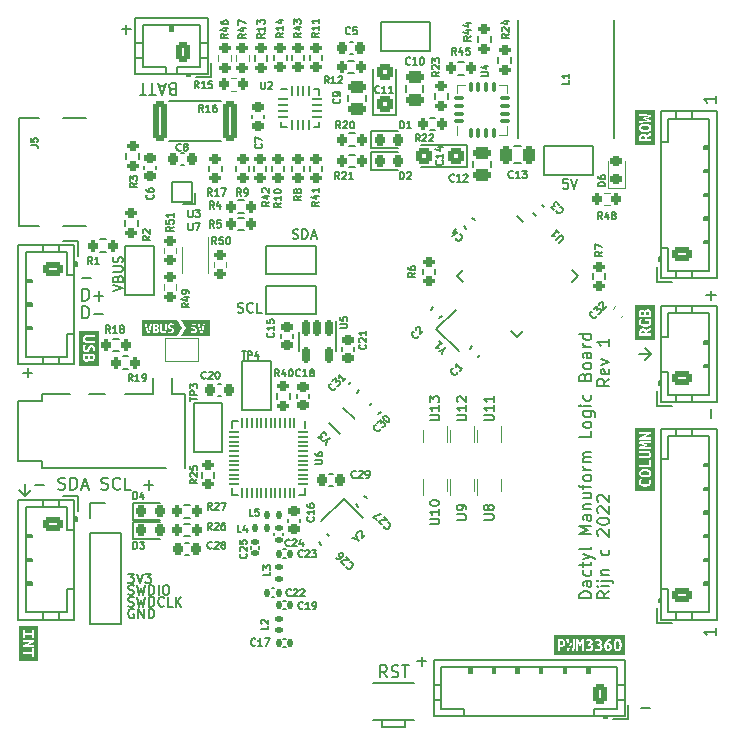
<source format=gto>
G04 #@! TF.GenerationSoftware,KiCad,Pcbnew,(6.0.5)*
G04 #@! TF.CreationDate,2022-08-26T20:13:17-07:00*
G04 #@! TF.ProjectId,main,6d61696e-2e6b-4696-9361-645f70636258,1*
G04 #@! TF.SameCoordinates,Original*
G04 #@! TF.FileFunction,Legend,Top*
G04 #@! TF.FilePolarity,Positive*
%FSLAX46Y46*%
G04 Gerber Fmt 4.6, Leading zero omitted, Abs format (unit mm)*
G04 Created by KiCad (PCBNEW (6.0.5)) date 2022-08-26 20:13:17*
%MOMM*%
%LPD*%
G01*
G04 APERTURE LIST*
G04 Aperture macros list*
%AMRoundRect*
0 Rectangle with rounded corners*
0 $1 Rounding radius*
0 $2 $3 $4 $5 $6 $7 $8 $9 X,Y pos of 4 corners*
0 Add a 4 corners polygon primitive as box body*
4,1,4,$2,$3,$4,$5,$6,$7,$8,$9,$2,$3,0*
0 Add four circle primitives for the rounded corners*
1,1,$1+$1,$2,$3*
1,1,$1+$1,$4,$5*
1,1,$1+$1,$6,$7*
1,1,$1+$1,$8,$9*
0 Add four rect primitives between the rounded corners*
20,1,$1+$1,$2,$3,$4,$5,0*
20,1,$1+$1,$4,$5,$6,$7,0*
20,1,$1+$1,$6,$7,$8,$9,0*
20,1,$1+$1,$8,$9,$2,$3,0*%
%AMRotRect*
0 Rectangle, with rotation*
0 The origin of the aperture is its center*
0 $1 length*
0 $2 width*
0 $3 Rotation angle, in degrees counterclockwise*
0 Add horizontal line*
21,1,$1,$2,0,0,$3*%
%AMFreePoly0*
4,1,7,0.100000,-0.225000,-0.100000,-0.225000,-0.100000,0.075000,-0.200000,0.075000,-0.200000,0.225000,0.100000,0.225000,0.100000,-0.225000,0.100000,-0.225000,$1*%
%AMFreePoly1*
4,1,6,1.000000,0.000000,0.500000,-0.750000,-0.500000,-0.750000,-0.500000,0.750000,0.500000,0.750000,1.000000,0.000000,1.000000,0.000000,$1*%
%AMFreePoly2*
4,1,6,0.500000,-0.750000,-0.650000,-0.750000,-0.150000,0.000000,-0.650000,0.750000,0.500000,0.750000,0.500000,-0.750000,0.500000,-0.750000,$1*%
G04 Aperture macros list end*
%ADD10C,0.127000*%
%ADD11C,0.152400*%
%ADD12C,0.120000*%
%ADD13C,0.150000*%
%ADD14FreePoly0,180.000000*%
%ADD15R,0.200000X0.450000*%
%ADD16FreePoly0,0.000000*%
%ADD17RoundRect,0.225000X0.250000X-0.225000X0.250000X0.225000X-0.250000X0.225000X-0.250000X-0.225000X0*%
%ADD18RoundRect,0.225000X-0.335876X-0.017678X-0.017678X-0.335876X0.335876X0.017678X0.017678X0.335876X0*%
%ADD19RoundRect,0.200000X0.275000X-0.200000X0.275000X0.200000X-0.275000X0.200000X-0.275000X-0.200000X0*%
%ADD20RoundRect,0.250000X0.625000X-0.350000X0.625000X0.350000X-0.625000X0.350000X-0.625000X-0.350000X0*%
%ADD21O,1.750000X1.200000*%
%ADD22RoundRect,0.200000X0.200000X0.275000X-0.200000X0.275000X-0.200000X-0.275000X0.200000X-0.275000X0*%
%ADD23RoundRect,0.147500X0.172500X-0.147500X0.172500X0.147500X-0.172500X0.147500X-0.172500X-0.147500X0*%
%ADD24RoundRect,0.147500X0.147500X0.172500X-0.147500X0.172500X-0.147500X-0.172500X0.147500X-0.172500X0*%
%ADD25RotRect,0.900000X0.800000X225.000000*%
%ADD26RoundRect,0.200000X-0.275000X0.200000X-0.275000X-0.200000X0.275000X-0.200000X0.275000X0.200000X0*%
%ADD27RoundRect,0.050000X-0.050000X0.350000X-0.050000X-0.350000X0.050000X-0.350000X0.050000X0.350000X0*%
%ADD28RoundRect,0.050000X-0.350000X0.050000X-0.350000X-0.050000X0.350000X-0.050000X0.350000X0.050000X0*%
%ADD29R,4.600000X4.600000*%
%ADD30RoundRect,0.140000X0.140000X0.170000X-0.140000X0.170000X-0.140000X-0.170000X0.140000X-0.170000X0*%
%ADD31R,2.000000X3.800000*%
%ADD32RoundRect,0.250000X0.350000X0.625000X-0.350000X0.625000X-0.350000X-0.625000X0.350000X-0.625000X0*%
%ADD33O,1.200000X1.750000*%
%ADD34RoundRect,0.250000X0.475000X-0.250000X0.475000X0.250000X-0.475000X0.250000X-0.475000X-0.250000X0*%
%ADD35RoundRect,0.200000X-0.200000X-0.275000X0.200000X-0.275000X0.200000X0.275000X-0.200000X0.275000X0*%
%ADD36C,1.500000*%
%ADD37R,1.200000X2.500000*%
%ADD38RoundRect,0.218750X-0.218750X-0.256250X0.218750X-0.256250X0.218750X0.256250X-0.218750X0.256250X0*%
%ADD39RoundRect,0.225000X0.335876X0.017678X0.017678X0.335876X-0.335876X-0.017678X-0.017678X-0.335876X0*%
%ADD40RoundRect,0.250000X-0.362500X-1.425000X0.362500X-1.425000X0.362500X1.425000X-0.362500X1.425000X0*%
%ADD41C,0.700000*%
%ADD42C,4.400000*%
%ADD43RoundRect,0.250000X0.450000X0.425000X-0.450000X0.425000X-0.450000X-0.425000X0.450000X-0.425000X0*%
%ADD44FreePoly1,0.000000*%
%ADD45FreePoly2,0.000000*%
%ADD46RoundRect,0.225000X-0.225000X-0.250000X0.225000X-0.250000X0.225000X0.250000X-0.225000X0.250000X0*%
%ADD47RoundRect,0.250000X-0.625000X0.350000X-0.625000X-0.350000X0.625000X-0.350000X0.625000X0.350000X0*%
%ADD48RoundRect,0.225000X-0.250000X0.225000X-0.250000X-0.225000X0.250000X-0.225000X0.250000X0.225000X0*%
%ADD49R,3.800000X2.000000*%
%ADD50RotRect,1.000000X1.800000X135.000000*%
%ADD51RoundRect,0.062500X-0.380070X0.291682X0.291682X-0.380070X0.380070X-0.291682X-0.291682X0.380070X0*%
%ADD52RoundRect,0.062500X-0.380070X-0.291682X-0.291682X-0.380070X0.380070X0.291682X0.291682X0.380070X0*%
%ADD53RotRect,5.200000X5.200000X315.000000*%
%ADD54R,0.300000X0.800000*%
%ADD55RoundRect,0.140000X-0.140000X-0.170000X0.140000X-0.170000X0.140000X0.170000X-0.140000X0.170000X0*%
%ADD56R,7.700000X3.100000*%
%ADD57RoundRect,0.150000X-0.150000X0.512500X-0.150000X-0.512500X0.150000X-0.512500X0.150000X0.512500X0*%
%ADD58RoundRect,0.250000X-0.475000X0.250000X-0.475000X-0.250000X0.475000X-0.250000X0.475000X0.250000X0*%
%ADD59RotRect,0.900000X0.800000X315.000000*%
%ADD60RoundRect,0.087500X0.087500X-0.325000X0.087500X0.325000X-0.087500X0.325000X-0.087500X-0.325000X0*%
%ADD61RoundRect,0.087500X0.325000X-0.087500X0.325000X0.087500X-0.325000X0.087500X-0.325000X-0.087500X0*%
%ADD62R,2.700000X2.700000*%
%ADD63RoundRect,0.225000X-0.017678X0.335876X-0.335876X0.017678X0.017678X-0.335876X0.335876X-0.017678X0*%
%ADD64RoundRect,0.225000X0.017678X-0.335876X0.335876X-0.017678X-0.017678X0.335876X-0.335876X0.017678X0*%
%ADD65RoundRect,0.140000X0.170000X-0.140000X0.170000X0.140000X-0.170000X0.140000X-0.170000X-0.140000X0*%
%ADD66RoundRect,0.225000X0.225000X0.250000X-0.225000X0.250000X-0.225000X-0.250000X0.225000X-0.250000X0*%
%ADD67RoundRect,0.250000X0.425000X-0.450000X0.425000X0.450000X-0.425000X0.450000X-0.425000X-0.450000X0*%
%ADD68R,1.400000X1.050000*%
%ADD69RoundRect,0.218750X0.256250X-0.218750X0.256250X0.218750X-0.256250X0.218750X-0.256250X-0.218750X0*%
%ADD70C,0.650000*%
%ADD71R,1.150000X0.300000*%
%ADD72O,1.600000X1.000000*%
%ADD73O,2.100000X1.000000*%
%ADD74RoundRect,0.062500X-0.375000X-0.062500X0.375000X-0.062500X0.375000X0.062500X-0.375000X0.062500X0*%
%ADD75RoundRect,0.062500X-0.062500X-0.375000X0.062500X-0.375000X0.062500X0.375000X-0.062500X0.375000X0*%
%ADD76R,1.600000X1.600000*%
%ADD77R,1.700000X1.700000*%
%ADD78O,1.700000X1.700000*%
%ADD79RoundRect,0.140000X-0.170000X0.140000X-0.170000X-0.140000X0.170000X-0.140000X0.170000X0.140000X0*%
%ADD80RoundRect,0.250000X-0.250000X-0.475000X0.250000X-0.475000X0.250000X0.475000X-0.250000X0.475000X0*%
%ADD81C,0.265000*%
G04 APERTURE END LIST*
D10*
X51000000Y-90000000D02*
X51000000Y-91000000D01*
X104000000Y-79000000D02*
X103500000Y-78500000D01*
X104000000Y-79000000D02*
X103500000Y-79500000D01*
X51000000Y-91000000D02*
X50500000Y-90500000D01*
X103000000Y-79000000D02*
X104000000Y-79000000D01*
X51000000Y-91000000D02*
X51500000Y-90500000D01*
D11*
X96960725Y-64154895D02*
X96573677Y-64154895D01*
X96534973Y-64541942D01*
X96573677Y-64503238D01*
X96651087Y-64464533D01*
X96844611Y-64464533D01*
X96922020Y-64503238D01*
X96960725Y-64541942D01*
X96999430Y-64619352D01*
X96999430Y-64812876D01*
X96960725Y-64890285D01*
X96922020Y-64928990D01*
X96844611Y-64967695D01*
X96651087Y-64967695D01*
X96573677Y-64928990D01*
X96534973Y-64890285D01*
X97231658Y-64154895D02*
X97502592Y-64967695D01*
X97773525Y-64154895D01*
X60218344Y-100593601D02*
X60140934Y-100554896D01*
X60024820Y-100554896D01*
X59908706Y-100593601D01*
X59831296Y-100671010D01*
X59792591Y-100748420D01*
X59753887Y-100903239D01*
X59753887Y-101019353D01*
X59792591Y-101174172D01*
X59831296Y-101251581D01*
X59908706Y-101328991D01*
X60024820Y-101367696D01*
X60102229Y-101367696D01*
X60218344Y-101328991D01*
X60257048Y-101290286D01*
X60257048Y-101019353D01*
X60102229Y-101019353D01*
X60605391Y-101367696D02*
X60605391Y-100554896D01*
X61069848Y-101367696D01*
X61069848Y-100554896D01*
X61456896Y-101367696D02*
X61456896Y-100554896D01*
X61650420Y-100554896D01*
X61766534Y-100593601D01*
X61843944Y-100671010D01*
X61882648Y-100748420D01*
X61921353Y-100903239D01*
X61921353Y-101019353D01*
X61882648Y-101174172D01*
X61843944Y-101251581D01*
X61766534Y-101328991D01*
X61650420Y-101367696D01*
X61456896Y-101367696D01*
X59753887Y-100328993D02*
X59870001Y-100367698D01*
X60063525Y-100367698D01*
X60140934Y-100328993D01*
X60179639Y-100290288D01*
X60218344Y-100212879D01*
X60218344Y-100135469D01*
X60179639Y-100058060D01*
X60140934Y-100019355D01*
X60063525Y-99980650D01*
X59908706Y-99941945D01*
X59831296Y-99903241D01*
X59792591Y-99864536D01*
X59753887Y-99787126D01*
X59753887Y-99709717D01*
X59792591Y-99632307D01*
X59831296Y-99593603D01*
X59908706Y-99554898D01*
X60102229Y-99554898D01*
X60218344Y-99593603D01*
X60489277Y-99554898D02*
X60682801Y-100367698D01*
X60837620Y-99787126D01*
X60992439Y-100367698D01*
X61185963Y-99554898D01*
X61495601Y-100367698D02*
X61495601Y-99554898D01*
X61689125Y-99554898D01*
X61805239Y-99593603D01*
X61882648Y-99671012D01*
X61921353Y-99748422D01*
X61960058Y-99903241D01*
X61960058Y-100019355D01*
X61921353Y-100174174D01*
X61882648Y-100251583D01*
X61805239Y-100328993D01*
X61689125Y-100367698D01*
X61495601Y-100367698D01*
X62772858Y-100290288D02*
X62734153Y-100328993D01*
X62618039Y-100367698D01*
X62540629Y-100367698D01*
X62424515Y-100328993D01*
X62347106Y-100251583D01*
X62308401Y-100174174D01*
X62269696Y-100019355D01*
X62269696Y-99903241D01*
X62308401Y-99748422D01*
X62347106Y-99671012D01*
X62424515Y-99593603D01*
X62540629Y-99554898D01*
X62618039Y-99554898D01*
X62734153Y-99593603D01*
X62772858Y-99632307D01*
X63508248Y-100367698D02*
X63121201Y-100367698D01*
X63121201Y-99554898D01*
X63779182Y-100367698D02*
X63779182Y-99554898D01*
X64243639Y-100367698D02*
X63895296Y-99903241D01*
X64243639Y-99554898D02*
X63779182Y-100019355D01*
X69010892Y-75428992D02*
X69127007Y-75467697D01*
X69320530Y-75467697D01*
X69397940Y-75428992D01*
X69436645Y-75390287D01*
X69475350Y-75312878D01*
X69475350Y-75235468D01*
X69436645Y-75158059D01*
X69397940Y-75119354D01*
X69320530Y-75080649D01*
X69165711Y-75041944D01*
X69088302Y-75003240D01*
X69049597Y-74964535D01*
X69010892Y-74887125D01*
X69010892Y-74809716D01*
X69049597Y-74732306D01*
X69088302Y-74693602D01*
X69165711Y-74654897D01*
X69359235Y-74654897D01*
X69475350Y-74693602D01*
X70288150Y-75390287D02*
X70249445Y-75428992D01*
X70133330Y-75467697D01*
X70055921Y-75467697D01*
X69939807Y-75428992D01*
X69862397Y-75351582D01*
X69823692Y-75274173D01*
X69784988Y-75119354D01*
X69784988Y-75003240D01*
X69823692Y-74848421D01*
X69862397Y-74771011D01*
X69939807Y-74693602D01*
X70055921Y-74654897D01*
X70133330Y-74654897D01*
X70249445Y-74693602D01*
X70288150Y-74732306D01*
X71023540Y-75467697D02*
X70636492Y-75467697D01*
X70636492Y-74654897D01*
X50840964Y-80572571D02*
X51615060Y-80572571D01*
X51228012Y-80959619D02*
X51228012Y-80185523D01*
X84572571Y-105387047D02*
X84572571Y-104612952D01*
X84959619Y-105000000D02*
X84185523Y-105000000D01*
X55840955Y-75959620D02*
X55840955Y-74943620D01*
X56082860Y-74943620D01*
X56228003Y-74992001D01*
X56324765Y-75088762D01*
X56373146Y-75185524D01*
X56421527Y-75379048D01*
X56421527Y-75524191D01*
X56373146Y-75717715D01*
X56324765Y-75814477D01*
X56228003Y-75911239D01*
X56082860Y-75959620D01*
X55840955Y-75959620D01*
X56856955Y-75572572D02*
X57631051Y-75572572D01*
X51840964Y-90072571D02*
X52615060Y-90072571D01*
X53824583Y-90411238D02*
X53969726Y-90459619D01*
X54211631Y-90459619D01*
X54308393Y-90411238D01*
X54356774Y-90362857D01*
X54405155Y-90266095D01*
X54405155Y-90169333D01*
X54356774Y-90072571D01*
X54308393Y-90024190D01*
X54211631Y-89975809D01*
X54018107Y-89927428D01*
X53921345Y-89879047D01*
X53872964Y-89830666D01*
X53824583Y-89733904D01*
X53824583Y-89637142D01*
X53872964Y-89540380D01*
X53921345Y-89492000D01*
X54018107Y-89443619D01*
X54260012Y-89443619D01*
X54405155Y-89492000D01*
X54840583Y-90459619D02*
X54840583Y-89443619D01*
X55082488Y-89443619D01*
X55227631Y-89492000D01*
X55324393Y-89588761D01*
X55372774Y-89685523D01*
X55421155Y-89879047D01*
X55421155Y-90024190D01*
X55372774Y-90217714D01*
X55324393Y-90314476D01*
X55227631Y-90411238D01*
X55082488Y-90459619D01*
X54840583Y-90459619D01*
X55808202Y-90169333D02*
X56292012Y-90169333D01*
X55711440Y-90459619D02*
X56050107Y-89443619D01*
X56388774Y-90459619D01*
X57453155Y-90411238D02*
X57598298Y-90459619D01*
X57840202Y-90459619D01*
X57936964Y-90411238D01*
X57985345Y-90362857D01*
X58033726Y-90266095D01*
X58033726Y-90169333D01*
X57985345Y-90072571D01*
X57936964Y-90024190D01*
X57840202Y-89975809D01*
X57646679Y-89927428D01*
X57549917Y-89879047D01*
X57501536Y-89830666D01*
X57453155Y-89733904D01*
X57453155Y-89637142D01*
X57501536Y-89540380D01*
X57549917Y-89492000D01*
X57646679Y-89443619D01*
X57888583Y-89443619D01*
X58033726Y-89492000D01*
X59049726Y-90362857D02*
X59001345Y-90411238D01*
X58856202Y-90459619D01*
X58759440Y-90459619D01*
X58614298Y-90411238D01*
X58517536Y-90314476D01*
X58469155Y-90217714D01*
X58420774Y-90024190D01*
X58420774Y-89879047D01*
X58469155Y-89685523D01*
X58517536Y-89588761D01*
X58614298Y-89492000D01*
X58759440Y-89443619D01*
X58856202Y-89443619D01*
X59001345Y-89492000D01*
X59049726Y-89540380D01*
X59968964Y-90459619D02*
X59485155Y-90459619D01*
X59485155Y-89443619D01*
X61081726Y-90072571D02*
X61855821Y-90072571D01*
X61468774Y-90459619D02*
X61468774Y-89685523D01*
X103887047Y-108927428D02*
X103112952Y-108927428D01*
X59715182Y-97564884D02*
X60218344Y-97564884D01*
X59947410Y-97874522D01*
X60063525Y-97874522D01*
X60140934Y-97913227D01*
X60179639Y-97951931D01*
X60218344Y-98029341D01*
X60218344Y-98222865D01*
X60179639Y-98300274D01*
X60140934Y-98338979D01*
X60063525Y-98377684D01*
X59831296Y-98377684D01*
X59753887Y-98338979D01*
X59715182Y-98300274D01*
X60450572Y-97564884D02*
X60721506Y-98377684D01*
X60992439Y-97564884D01*
X61185963Y-97564884D02*
X61689125Y-97564884D01*
X61418191Y-97874522D01*
X61534306Y-97874522D01*
X61611715Y-97913227D01*
X61650420Y-97951931D01*
X61689125Y-98029341D01*
X61689125Y-98222865D01*
X61650420Y-98300274D01*
X61611715Y-98338979D01*
X61534306Y-98377684D01*
X61302077Y-98377684D01*
X61224668Y-98338979D01*
X61185963Y-98300274D01*
X81643619Y-106359619D02*
X81304952Y-105875809D01*
X81063047Y-106359619D02*
X81063047Y-105343619D01*
X81450095Y-105343619D01*
X81546857Y-105392000D01*
X81595238Y-105440380D01*
X81643619Y-105537142D01*
X81643619Y-105682285D01*
X81595238Y-105779047D01*
X81546857Y-105827428D01*
X81450095Y-105875809D01*
X81063047Y-105875809D01*
X82030666Y-106311238D02*
X82175809Y-106359619D01*
X82417714Y-106359619D01*
X82514476Y-106311238D01*
X82562857Y-106262857D01*
X82611238Y-106166095D01*
X82611238Y-106069333D01*
X82562857Y-105972571D01*
X82514476Y-105924190D01*
X82417714Y-105875809D01*
X82224190Y-105827428D01*
X82127428Y-105779047D01*
X82079047Y-105730666D01*
X82030666Y-105633904D01*
X82030666Y-105537142D01*
X82079047Y-105440380D01*
X82127428Y-105392000D01*
X82224190Y-105343619D01*
X82466095Y-105343619D01*
X82611238Y-105392000D01*
X82901523Y-105343619D02*
X83482095Y-105343619D01*
X83191809Y-106359619D02*
X83191809Y-105343619D01*
X73672179Y-69178992D02*
X73788293Y-69217697D01*
X73981817Y-69217697D01*
X74059226Y-69178992D01*
X74097931Y-69140287D01*
X74136636Y-69062878D01*
X74136636Y-68985468D01*
X74097931Y-68908059D01*
X74059226Y-68869354D01*
X73981817Y-68830649D01*
X73826998Y-68791944D01*
X73749588Y-68753240D01*
X73710883Y-68714535D01*
X73672179Y-68637125D01*
X73672179Y-68559716D01*
X73710883Y-68482306D01*
X73749588Y-68443602D01*
X73826998Y-68404897D01*
X74020521Y-68404897D01*
X74136636Y-68443602D01*
X74484979Y-69217697D02*
X74484979Y-68404897D01*
X74678502Y-68404897D01*
X74794617Y-68443602D01*
X74872026Y-68521011D01*
X74910731Y-68598421D01*
X74949436Y-68753240D01*
X74949436Y-68869354D01*
X74910731Y-69024173D01*
X74872026Y-69101582D01*
X74794617Y-69178992D01*
X74678502Y-69217697D01*
X74484979Y-69217697D01*
X75259074Y-68985468D02*
X75646121Y-68985468D01*
X75181664Y-69217697D02*
X75452598Y-68404897D01*
X75723531Y-69217697D01*
X109459619Y-57109714D02*
X109459619Y-57690285D01*
X109459619Y-57400000D02*
X108443619Y-57400000D01*
X108588761Y-57496761D01*
X108685523Y-57593523D01*
X108733904Y-57690285D01*
X63453542Y-56572560D02*
X63308399Y-56524179D01*
X63260018Y-56475798D01*
X63211637Y-56379036D01*
X63211637Y-56233893D01*
X63260018Y-56137131D01*
X63308399Y-56088750D01*
X63405161Y-56040369D01*
X63792208Y-56040369D01*
X63792208Y-57056369D01*
X63453542Y-57056369D01*
X63356780Y-57007989D01*
X63308399Y-56959608D01*
X63260018Y-56862846D01*
X63260018Y-56766084D01*
X63308399Y-56669322D01*
X63356780Y-56620941D01*
X63453542Y-56572560D01*
X63792208Y-56572560D01*
X62824589Y-56330655D02*
X62340780Y-56330655D01*
X62921351Y-56040369D02*
X62582685Y-57056369D01*
X62244018Y-56040369D01*
X62050494Y-57056369D02*
X61469923Y-57056369D01*
X61760208Y-56040369D02*
X61760208Y-57056369D01*
X61276399Y-57056369D02*
X60695827Y-57056369D01*
X60986113Y-56040369D02*
X60986113Y-57056369D01*
X100459622Y-81078451D02*
X99975812Y-81417118D01*
X100459622Y-81659023D02*
X99443622Y-81659023D01*
X99443622Y-81271975D01*
X99492003Y-81175213D01*
X99540383Y-81126832D01*
X99637145Y-81078451D01*
X99782288Y-81078451D01*
X99879050Y-81126832D01*
X99927431Y-81175213D01*
X99975812Y-81271975D01*
X99975812Y-81659023D01*
X100411241Y-80255975D02*
X100459622Y-80352737D01*
X100459622Y-80546261D01*
X100411241Y-80643023D01*
X100314479Y-80691404D01*
X99927431Y-80691404D01*
X99830669Y-80643023D01*
X99782288Y-80546261D01*
X99782288Y-80352737D01*
X99830669Y-80255975D01*
X99927431Y-80207594D01*
X100024193Y-80207594D01*
X100120955Y-80691404D01*
X99782288Y-79868928D02*
X100459622Y-79627023D01*
X99782288Y-79385118D01*
X100459622Y-77691785D02*
X100459622Y-78272356D01*
X100459622Y-77982070D02*
X99443622Y-77982070D01*
X99588764Y-78078832D01*
X99685526Y-78175594D01*
X99733907Y-78272356D01*
X55840955Y-72572578D02*
X56615051Y-72572578D01*
X109072571Y-74387051D02*
X109072571Y-73612956D01*
X109459619Y-74000004D02*
X108685523Y-74000004D01*
X55840964Y-74459619D02*
X55840964Y-73443619D01*
X56082869Y-73443619D01*
X56228012Y-73492000D01*
X56324774Y-73588761D01*
X56373155Y-73685523D01*
X56421536Y-73879047D01*
X56421536Y-74024190D01*
X56373155Y-74217714D01*
X56324774Y-74314476D01*
X56228012Y-74411238D01*
X56082869Y-74459619D01*
X55840964Y-74459619D01*
X56856964Y-74072571D02*
X57631060Y-74072571D01*
X57244012Y-74459619D02*
X57244012Y-73685523D01*
X109459619Y-102209714D02*
X109459619Y-102790285D01*
X109459619Y-102500000D02*
X108443619Y-102500000D01*
X108588761Y-102596761D01*
X108685523Y-102693523D01*
X108733904Y-102790285D01*
X59753887Y-99328995D02*
X59870001Y-99367700D01*
X60063525Y-99367700D01*
X60140934Y-99328995D01*
X60179639Y-99290290D01*
X60218344Y-99212881D01*
X60218344Y-99135471D01*
X60179639Y-99058062D01*
X60140934Y-99019357D01*
X60063525Y-98980652D01*
X59908706Y-98941947D01*
X59831296Y-98903243D01*
X59792591Y-98864538D01*
X59753887Y-98787128D01*
X59753887Y-98709719D01*
X59792591Y-98632309D01*
X59831296Y-98593605D01*
X59908706Y-98554900D01*
X60102229Y-98554900D01*
X60218344Y-98593605D01*
X60489277Y-98554900D02*
X60682801Y-99367700D01*
X60837620Y-98787128D01*
X60992439Y-99367700D01*
X61185963Y-98554900D01*
X61495601Y-99367700D02*
X61495601Y-98554900D01*
X61689125Y-98554900D01*
X61805239Y-98593605D01*
X61882648Y-98671014D01*
X61921353Y-98748424D01*
X61960058Y-98903243D01*
X61960058Y-99019357D01*
X61921353Y-99174176D01*
X61882648Y-99251585D01*
X61805239Y-99328995D01*
X61689125Y-99367700D01*
X61495601Y-99367700D01*
X62308401Y-99367700D02*
X62308401Y-98554900D01*
X62850268Y-98554900D02*
X63005087Y-98554900D01*
X63082496Y-98593605D01*
X63159906Y-98671014D01*
X63198610Y-98825833D01*
X63198610Y-99096766D01*
X63159906Y-99251585D01*
X63082496Y-99328995D01*
X63005087Y-99367700D01*
X62850268Y-99367700D01*
X62772858Y-99328995D01*
X62695448Y-99251585D01*
X62656744Y-99096766D01*
X62656744Y-98825833D01*
X62695448Y-98671014D01*
X62772858Y-98593605D01*
X62850268Y-98554900D01*
X109072582Y-84387057D02*
X109072582Y-83612962D01*
X58454895Y-73656736D02*
X59267695Y-73385802D01*
X58454895Y-73114869D01*
X58841942Y-72573002D02*
X58880647Y-72456888D01*
X58919352Y-72418183D01*
X58996761Y-72379479D01*
X59112876Y-72379479D01*
X59190285Y-72418183D01*
X59228990Y-72456888D01*
X59267695Y-72534298D01*
X59267695Y-72843936D01*
X58454895Y-72843936D01*
X58454895Y-72573002D01*
X58493600Y-72495593D01*
X58532304Y-72456888D01*
X58609714Y-72418183D01*
X58687123Y-72418183D01*
X58764533Y-72456888D01*
X58803238Y-72495593D01*
X58841942Y-72573002D01*
X58841942Y-72843936D01*
X58454895Y-72031136D02*
X59112876Y-72031136D01*
X59190285Y-71992431D01*
X59228990Y-71953726D01*
X59267695Y-71876317D01*
X59267695Y-71721498D01*
X59228990Y-71644088D01*
X59190285Y-71605383D01*
X59112876Y-71566679D01*
X58454895Y-71566679D01*
X59228990Y-71218336D02*
X59267695Y-71102221D01*
X59267695Y-70908698D01*
X59228990Y-70831288D01*
X59190285Y-70792583D01*
X59112876Y-70753879D01*
X59035466Y-70753879D01*
X58958057Y-70792583D01*
X58919352Y-70831288D01*
X58880647Y-70908698D01*
X58841942Y-71063517D01*
X58803238Y-71140926D01*
X58764533Y-71179631D01*
X58687123Y-71218336D01*
X58609714Y-71218336D01*
X58532304Y-71179631D01*
X58493600Y-71140926D01*
X58454895Y-71063517D01*
X58454895Y-70869993D01*
X58493600Y-70753879D01*
X98959619Y-99659035D02*
X97943619Y-99659035D01*
X97943619Y-99417130D01*
X97992000Y-99271987D01*
X98088761Y-99175225D01*
X98185523Y-99126844D01*
X98379047Y-99078463D01*
X98524190Y-99078463D01*
X98717714Y-99126844D01*
X98814476Y-99175225D01*
X98911238Y-99271987D01*
X98959619Y-99417130D01*
X98959619Y-99659035D01*
X98959619Y-98207606D02*
X98427428Y-98207606D01*
X98330666Y-98255987D01*
X98282285Y-98352749D01*
X98282285Y-98546273D01*
X98330666Y-98643035D01*
X98911238Y-98207606D02*
X98959619Y-98304368D01*
X98959619Y-98546273D01*
X98911238Y-98643035D01*
X98814476Y-98691416D01*
X98717714Y-98691416D01*
X98620952Y-98643035D01*
X98572571Y-98546273D01*
X98572571Y-98304368D01*
X98524190Y-98207606D01*
X98911238Y-97288368D02*
X98959619Y-97385130D01*
X98959619Y-97578654D01*
X98911238Y-97675416D01*
X98862857Y-97723797D01*
X98766095Y-97772178D01*
X98475809Y-97772178D01*
X98379047Y-97723797D01*
X98330666Y-97675416D01*
X98282285Y-97578654D01*
X98282285Y-97385130D01*
X98330666Y-97288368D01*
X98282285Y-96998082D02*
X98282285Y-96611035D01*
X97943619Y-96852940D02*
X98814476Y-96852940D01*
X98911238Y-96804559D01*
X98959619Y-96707797D01*
X98959619Y-96611035D01*
X98282285Y-96369130D02*
X98959619Y-96127225D01*
X98282285Y-95885320D02*
X98959619Y-96127225D01*
X99201523Y-96223987D01*
X99249904Y-96272368D01*
X99298285Y-96369130D01*
X98959619Y-95353130D02*
X98911238Y-95449892D01*
X98814476Y-95498273D01*
X97943619Y-95498273D01*
X98959619Y-94191987D02*
X97943619Y-94191987D01*
X98669333Y-93853320D01*
X97943619Y-93514654D01*
X98959619Y-93514654D01*
X98959619Y-92595416D02*
X98427428Y-92595416D01*
X98330666Y-92643797D01*
X98282285Y-92740559D01*
X98282285Y-92934082D01*
X98330666Y-93030844D01*
X98911238Y-92595416D02*
X98959619Y-92692178D01*
X98959619Y-92934082D01*
X98911238Y-93030844D01*
X98814476Y-93079225D01*
X98717714Y-93079225D01*
X98620952Y-93030844D01*
X98572571Y-92934082D01*
X98572571Y-92692178D01*
X98524190Y-92595416D01*
X98282285Y-92111606D02*
X98959619Y-92111606D01*
X98379047Y-92111606D02*
X98330666Y-92063225D01*
X98282285Y-91966463D01*
X98282285Y-91821320D01*
X98330666Y-91724559D01*
X98427428Y-91676178D01*
X98959619Y-91676178D01*
X98282285Y-90756940D02*
X98959619Y-90756940D01*
X98282285Y-91192368D02*
X98814476Y-91192368D01*
X98911238Y-91143987D01*
X98959619Y-91047225D01*
X98959619Y-90902082D01*
X98911238Y-90805320D01*
X98862857Y-90756940D01*
X98282285Y-90418273D02*
X98282285Y-90031225D01*
X98959619Y-90273130D02*
X98088761Y-90273130D01*
X97992000Y-90224749D01*
X97943619Y-90127987D01*
X97943619Y-90031225D01*
X98959619Y-89547416D02*
X98911238Y-89644178D01*
X98862857Y-89692559D01*
X98766095Y-89740940D01*
X98475809Y-89740940D01*
X98379047Y-89692559D01*
X98330666Y-89644178D01*
X98282285Y-89547416D01*
X98282285Y-89402273D01*
X98330666Y-89305511D01*
X98379047Y-89257130D01*
X98475809Y-89208749D01*
X98766095Y-89208749D01*
X98862857Y-89257130D01*
X98911238Y-89305511D01*
X98959619Y-89402273D01*
X98959619Y-89547416D01*
X98959619Y-88773320D02*
X98282285Y-88773320D01*
X98475809Y-88773320D02*
X98379047Y-88724940D01*
X98330666Y-88676559D01*
X98282285Y-88579797D01*
X98282285Y-88483035D01*
X98959619Y-88144368D02*
X98282285Y-88144368D01*
X98379047Y-88144368D02*
X98330666Y-88095987D01*
X98282285Y-87999225D01*
X98282285Y-87854082D01*
X98330666Y-87757320D01*
X98427428Y-87708940D01*
X98959619Y-87708940D01*
X98427428Y-87708940D02*
X98330666Y-87660559D01*
X98282285Y-87563797D01*
X98282285Y-87418654D01*
X98330666Y-87321892D01*
X98427428Y-87273511D01*
X98959619Y-87273511D01*
X98959619Y-85531797D02*
X98959619Y-86015606D01*
X97943619Y-86015606D01*
X98959619Y-85047987D02*
X98911238Y-85144749D01*
X98862857Y-85193130D01*
X98766095Y-85241511D01*
X98475809Y-85241511D01*
X98379047Y-85193130D01*
X98330666Y-85144749D01*
X98282285Y-85047987D01*
X98282285Y-84902844D01*
X98330666Y-84806082D01*
X98379047Y-84757701D01*
X98475809Y-84709320D01*
X98766095Y-84709320D01*
X98862857Y-84757701D01*
X98911238Y-84806082D01*
X98959619Y-84902844D01*
X98959619Y-85047987D01*
X98282285Y-83838463D02*
X99104761Y-83838463D01*
X99201523Y-83886844D01*
X99249904Y-83935225D01*
X99298285Y-84031987D01*
X99298285Y-84177130D01*
X99249904Y-84273892D01*
X98911238Y-83838463D02*
X98959619Y-83935225D01*
X98959619Y-84128749D01*
X98911238Y-84225511D01*
X98862857Y-84273892D01*
X98766095Y-84322273D01*
X98475809Y-84322273D01*
X98379047Y-84273892D01*
X98330666Y-84225511D01*
X98282285Y-84128749D01*
X98282285Y-83935225D01*
X98330666Y-83838463D01*
X98959619Y-83354654D02*
X98282285Y-83354654D01*
X97943619Y-83354654D02*
X97992000Y-83403035D01*
X98040380Y-83354654D01*
X97992000Y-83306273D01*
X97943619Y-83354654D01*
X98040380Y-83354654D01*
X98911238Y-82435416D02*
X98959619Y-82532178D01*
X98959619Y-82725701D01*
X98911238Y-82822463D01*
X98862857Y-82870844D01*
X98766095Y-82919225D01*
X98475809Y-82919225D01*
X98379047Y-82870844D01*
X98330666Y-82822463D01*
X98282285Y-82725701D01*
X98282285Y-82532178D01*
X98330666Y-82435416D01*
X98427428Y-80887225D02*
X98475809Y-80742082D01*
X98524190Y-80693701D01*
X98620952Y-80645320D01*
X98766095Y-80645320D01*
X98862857Y-80693701D01*
X98911238Y-80742082D01*
X98959619Y-80838844D01*
X98959619Y-81225892D01*
X97943619Y-81225892D01*
X97943619Y-80887225D01*
X97992000Y-80790463D01*
X98040380Y-80742082D01*
X98137142Y-80693701D01*
X98233904Y-80693701D01*
X98330666Y-80742082D01*
X98379047Y-80790463D01*
X98427428Y-80887225D01*
X98427428Y-81225892D01*
X98959619Y-80064749D02*
X98911238Y-80161511D01*
X98862857Y-80209892D01*
X98766095Y-80258273D01*
X98475809Y-80258273D01*
X98379047Y-80209892D01*
X98330666Y-80161511D01*
X98282285Y-80064749D01*
X98282285Y-79919606D01*
X98330666Y-79822844D01*
X98379047Y-79774463D01*
X98475809Y-79726082D01*
X98766095Y-79726082D01*
X98862857Y-79774463D01*
X98911238Y-79822844D01*
X98959619Y-79919606D01*
X98959619Y-80064749D01*
X98959619Y-78855225D02*
X98427428Y-78855225D01*
X98330666Y-78903606D01*
X98282285Y-79000368D01*
X98282285Y-79193892D01*
X98330666Y-79290654D01*
X98911238Y-78855225D02*
X98959619Y-78951987D01*
X98959619Y-79193892D01*
X98911238Y-79290654D01*
X98814476Y-79339035D01*
X98717714Y-79339035D01*
X98620952Y-79290654D01*
X98572571Y-79193892D01*
X98572571Y-78951987D01*
X98524190Y-78855225D01*
X98959619Y-78371416D02*
X98282285Y-78371416D01*
X98475809Y-78371416D02*
X98379047Y-78323035D01*
X98330666Y-78274654D01*
X98282285Y-78177892D01*
X98282285Y-78081130D01*
X98959619Y-77307035D02*
X97943619Y-77307035D01*
X98911238Y-77307035D02*
X98959619Y-77403797D01*
X98959619Y-77597320D01*
X98911238Y-77694082D01*
X98862857Y-77742463D01*
X98766095Y-77790844D01*
X98475809Y-77790844D01*
X98379047Y-77742463D01*
X98330666Y-77694082D01*
X98282285Y-77597320D01*
X98282285Y-77403797D01*
X98330666Y-77307035D01*
X100459622Y-99078466D02*
X99975812Y-99417133D01*
X100459622Y-99659038D02*
X99443622Y-99659038D01*
X99443622Y-99271990D01*
X99492003Y-99175228D01*
X99540383Y-99126847D01*
X99637145Y-99078466D01*
X99782288Y-99078466D01*
X99879050Y-99126847D01*
X99927431Y-99175228D01*
X99975812Y-99271990D01*
X99975812Y-99659038D01*
X100459622Y-98643038D02*
X99782288Y-98643038D01*
X99443622Y-98643038D02*
X99492003Y-98691419D01*
X99540383Y-98643038D01*
X99492003Y-98594657D01*
X99443622Y-98643038D01*
X99540383Y-98643038D01*
X99782288Y-98159228D02*
X100653145Y-98159228D01*
X100749907Y-98207609D01*
X100798288Y-98304371D01*
X100798288Y-98352752D01*
X99443622Y-98159228D02*
X99492003Y-98207609D01*
X99540383Y-98159228D01*
X99492003Y-98110847D01*
X99443622Y-98159228D01*
X99540383Y-98159228D01*
X99782288Y-97675419D02*
X100459622Y-97675419D01*
X99879050Y-97675419D02*
X99830669Y-97627038D01*
X99782288Y-97530276D01*
X99782288Y-97385133D01*
X99830669Y-97288371D01*
X99927431Y-97239990D01*
X100459622Y-97239990D01*
X100411241Y-95546657D02*
X100459622Y-95643419D01*
X100459622Y-95836943D01*
X100411241Y-95933704D01*
X100362860Y-95982085D01*
X100266098Y-96030466D01*
X99975812Y-96030466D01*
X99879050Y-95982085D01*
X99830669Y-95933704D01*
X99782288Y-95836943D01*
X99782288Y-95643419D01*
X99830669Y-95546657D01*
X99540383Y-94385514D02*
X99492003Y-94337133D01*
X99443622Y-94240371D01*
X99443622Y-93998466D01*
X99492003Y-93901704D01*
X99540383Y-93853323D01*
X99637145Y-93804943D01*
X99733907Y-93804943D01*
X99879050Y-93853323D01*
X100459622Y-94433895D01*
X100459622Y-93804943D01*
X99443622Y-93175990D02*
X99443622Y-93079228D01*
X99492003Y-92982466D01*
X99540383Y-92934085D01*
X99637145Y-92885704D01*
X99830669Y-92837323D01*
X100072574Y-92837323D01*
X100266098Y-92885704D01*
X100362860Y-92934085D01*
X100411241Y-92982466D01*
X100459622Y-93079228D01*
X100459622Y-93175990D01*
X100411241Y-93272752D01*
X100362860Y-93321133D01*
X100266098Y-93369514D01*
X100072574Y-93417895D01*
X99830669Y-93417895D01*
X99637145Y-93369514D01*
X99540383Y-93321133D01*
X99492003Y-93272752D01*
X99443622Y-93175990D01*
X99540383Y-92450276D02*
X99492003Y-92401895D01*
X99443622Y-92305133D01*
X99443622Y-92063228D01*
X99492003Y-91966466D01*
X99540383Y-91918085D01*
X99637145Y-91869704D01*
X99733907Y-91869704D01*
X99879050Y-91918085D01*
X100459622Y-92498657D01*
X100459622Y-91869704D01*
X99540383Y-91482657D02*
X99492003Y-91434276D01*
X99443622Y-91337514D01*
X99443622Y-91095609D01*
X99492003Y-90998847D01*
X99540383Y-90950466D01*
X99637145Y-90902085D01*
X99733907Y-90902085D01*
X99879050Y-90950466D01*
X100459622Y-91531038D01*
X100459622Y-90902085D01*
X59572571Y-51887047D02*
X59572571Y-51112952D01*
X59959619Y-51500000D02*
X59185523Y-51500000D01*
D10*
X85254904Y-84606323D02*
X85912885Y-84606323D01*
X85990294Y-84567619D01*
X86028999Y-84528914D01*
X86067704Y-84451504D01*
X86067704Y-84296685D01*
X86028999Y-84219276D01*
X85990294Y-84180571D01*
X85912885Y-84141866D01*
X85254904Y-84141866D01*
X86067704Y-83329066D02*
X86067704Y-83793523D01*
X86067704Y-83561295D02*
X85254904Y-83561295D01*
X85371018Y-83638704D01*
X85448428Y-83716114D01*
X85487132Y-83793523D01*
X85254904Y-83058133D02*
X85254904Y-82554971D01*
X85564542Y-82825904D01*
X85564542Y-82709790D01*
X85603247Y-82632380D01*
X85641951Y-82593676D01*
X85719361Y-82554971D01*
X85912885Y-82554971D01*
X85990294Y-82593676D01*
X86028999Y-82632380D01*
X86067704Y-82709790D01*
X86067704Y-82942019D01*
X86028999Y-83019428D01*
X85990294Y-83058133D01*
X87554900Y-84606323D02*
X88212881Y-84606323D01*
X88290290Y-84567619D01*
X88328995Y-84528914D01*
X88367700Y-84451504D01*
X88367700Y-84296685D01*
X88328995Y-84219276D01*
X88290290Y-84180571D01*
X88212881Y-84141866D01*
X87554900Y-84141866D01*
X88367700Y-83329066D02*
X88367700Y-83793523D01*
X88367700Y-83561295D02*
X87554900Y-83561295D01*
X87671014Y-83638704D01*
X87748424Y-83716114D01*
X87787128Y-83793523D01*
X87632309Y-83019428D02*
X87593605Y-82980723D01*
X87554900Y-82903314D01*
X87554900Y-82709790D01*
X87593605Y-82632380D01*
X87632309Y-82593676D01*
X87709719Y-82554971D01*
X87787128Y-82554971D01*
X87903243Y-82593676D01*
X88367700Y-83058133D01*
X88367700Y-82554971D01*
X89854895Y-84606323D02*
X90512876Y-84606323D01*
X90590285Y-84567619D01*
X90628990Y-84528914D01*
X90667695Y-84451504D01*
X90667695Y-84296685D01*
X90628990Y-84219276D01*
X90590285Y-84180571D01*
X90512876Y-84141866D01*
X89854895Y-84141866D01*
X90667695Y-83329066D02*
X90667695Y-83793523D01*
X90667695Y-83561295D02*
X89854895Y-83561295D01*
X89971009Y-83638704D01*
X90048419Y-83716114D01*
X90087123Y-83793523D01*
X90667695Y-82554971D02*
X90667695Y-83019428D01*
X90667695Y-82787200D02*
X89854895Y-82787200D01*
X89971009Y-82864609D01*
X90048419Y-82942019D01*
X90087123Y-83019428D01*
X85254901Y-93406323D02*
X85912882Y-93406323D01*
X85990291Y-93367619D01*
X86028996Y-93328914D01*
X86067701Y-93251504D01*
X86067701Y-93096685D01*
X86028996Y-93019276D01*
X85990291Y-92980571D01*
X85912882Y-92941866D01*
X85254901Y-92941866D01*
X86067701Y-92129066D02*
X86067701Y-92593523D01*
X86067701Y-92361295D02*
X85254901Y-92361295D01*
X85371015Y-92438704D01*
X85448425Y-92516114D01*
X85487129Y-92593523D01*
X85254901Y-91625904D02*
X85254901Y-91548495D01*
X85293606Y-91471085D01*
X85332310Y-91432380D01*
X85409720Y-91393676D01*
X85564539Y-91354971D01*
X85758063Y-91354971D01*
X85912882Y-91393676D01*
X85990291Y-91432380D01*
X86028996Y-91471085D01*
X86067701Y-91548495D01*
X86067701Y-91625904D01*
X86028996Y-91703314D01*
X85990291Y-91742019D01*
X85912882Y-91780723D01*
X85758063Y-91819428D01*
X85564539Y-91819428D01*
X85409720Y-91780723D01*
X85332310Y-91742019D01*
X85293606Y-91703314D01*
X85254901Y-91625904D01*
X87554897Y-93019276D02*
X88212878Y-93019276D01*
X88290287Y-92980571D01*
X88328992Y-92941866D01*
X88367697Y-92864457D01*
X88367697Y-92709638D01*
X88328992Y-92632228D01*
X88290287Y-92593523D01*
X88212878Y-92554819D01*
X87554897Y-92554819D01*
X88367697Y-92129066D02*
X88367697Y-91974247D01*
X88328992Y-91896838D01*
X88290287Y-91858133D01*
X88174173Y-91780723D01*
X88019354Y-91742019D01*
X87709716Y-91742019D01*
X87632306Y-91780723D01*
X87593602Y-91819428D01*
X87554897Y-91896838D01*
X87554897Y-92051657D01*
X87593602Y-92129066D01*
X87632306Y-92167771D01*
X87709716Y-92206476D01*
X87903240Y-92206476D01*
X87980649Y-92167771D01*
X88019354Y-92129066D01*
X88058059Y-92051657D01*
X88058059Y-91896838D01*
X88019354Y-91819428D01*
X87980649Y-91780723D01*
X87903240Y-91742019D01*
X89854892Y-93019276D02*
X90512873Y-93019276D01*
X90590282Y-92980571D01*
X90628987Y-92941866D01*
X90667692Y-92864457D01*
X90667692Y-92709638D01*
X90628987Y-92632228D01*
X90590282Y-92593523D01*
X90512873Y-92554819D01*
X89854892Y-92554819D01*
X90203235Y-92051657D02*
X90164530Y-92129066D01*
X90125825Y-92167771D01*
X90048416Y-92206476D01*
X90009711Y-92206476D01*
X89932301Y-92167771D01*
X89893597Y-92129066D01*
X89854892Y-92051657D01*
X89854892Y-91896838D01*
X89893597Y-91819428D01*
X89932301Y-91780723D01*
X90009711Y-91742019D01*
X90048416Y-91742019D01*
X90125825Y-91780723D01*
X90164530Y-91819428D01*
X90203235Y-91896838D01*
X90203235Y-92051657D01*
X90241939Y-92129066D01*
X90280644Y-92167771D01*
X90358054Y-92206476D01*
X90512873Y-92206476D01*
X90590282Y-92167771D01*
X90628987Y-92129066D01*
X90667692Y-92051657D01*
X90667692Y-91896838D01*
X90628987Y-91819428D01*
X90590282Y-91780723D01*
X90512873Y-91742019D01*
X90358054Y-91742019D01*
X90280644Y-91780723D01*
X90241939Y-91819428D01*
X90203235Y-91896838D01*
X74308114Y-80817714D02*
X74279085Y-80846742D01*
X74192000Y-80875771D01*
X74133942Y-80875771D01*
X74046857Y-80846742D01*
X73988800Y-80788685D01*
X73959771Y-80730628D01*
X73930742Y-80614514D01*
X73930742Y-80527428D01*
X73959771Y-80411314D01*
X73988800Y-80353257D01*
X74046857Y-80295200D01*
X74133942Y-80266171D01*
X74192000Y-80266171D01*
X74279085Y-80295200D01*
X74308114Y-80324228D01*
X74888685Y-80875771D02*
X74540342Y-80875771D01*
X74714514Y-80875771D02*
X74714514Y-80266171D01*
X74656457Y-80353257D01*
X74598400Y-80411314D01*
X74540342Y-80440342D01*
X75237028Y-80527428D02*
X75178971Y-80498400D01*
X75149942Y-80469371D01*
X75120914Y-80411314D01*
X75120914Y-80382285D01*
X75149942Y-80324228D01*
X75178971Y-80295200D01*
X75237028Y-80266171D01*
X75353142Y-80266171D01*
X75411200Y-80295200D01*
X75440228Y-80324228D01*
X75469257Y-80382285D01*
X75469257Y-80411314D01*
X75440228Y-80469371D01*
X75411200Y-80498400D01*
X75353142Y-80527428D01*
X75237028Y-80527428D01*
X75178971Y-80556457D01*
X75149942Y-80585485D01*
X75120914Y-80643542D01*
X75120914Y-80759657D01*
X75149942Y-80817714D01*
X75178971Y-80846742D01*
X75237028Y-80875771D01*
X75353142Y-80875771D01*
X75411200Y-80846742D01*
X75440228Y-80817714D01*
X75469257Y-80759657D01*
X75469257Y-80643542D01*
X75440228Y-80585485D01*
X75411200Y-80556457D01*
X75353142Y-80527428D01*
X78531052Y-96623157D02*
X78572104Y-96623157D01*
X78654210Y-96664210D01*
X78695262Y-96705262D01*
X78736315Y-96787368D01*
X78736315Y-96869473D01*
X78715788Y-96931052D01*
X78654210Y-97033683D01*
X78592631Y-97095262D01*
X78489999Y-97156841D01*
X78428420Y-97177367D01*
X78346315Y-97177367D01*
X78264210Y-97136315D01*
X78223157Y-97095262D01*
X78182105Y-97013157D01*
X78182105Y-96972104D01*
X78017894Y-96807894D02*
X77976842Y-96807894D01*
X77915263Y-96787368D01*
X77812631Y-96684736D01*
X77792105Y-96623157D01*
X77792105Y-96582105D01*
X77812631Y-96520526D01*
X77853684Y-96479473D01*
X77935789Y-96438421D01*
X78428420Y-96438421D01*
X78161578Y-96171579D01*
X77361053Y-96233158D02*
X77443158Y-96315263D01*
X77504737Y-96335789D01*
X77545789Y-96335789D01*
X77648421Y-96315263D01*
X77751052Y-96253684D01*
X77915263Y-96089474D01*
X77935789Y-96027895D01*
X77935789Y-95986842D01*
X77915263Y-95925263D01*
X77833158Y-95843158D01*
X77771579Y-95822632D01*
X77730526Y-95822632D01*
X77668947Y-95843158D01*
X77566316Y-95945789D01*
X77545789Y-96007368D01*
X77545789Y-96048421D01*
X77566316Y-96110000D01*
X77648421Y-96192105D01*
X77710000Y-96212631D01*
X77751052Y-96212631D01*
X77812631Y-96192105D01*
X79817714Y-78191885D02*
X79846742Y-78220914D01*
X79875771Y-78308000D01*
X79875771Y-78366057D01*
X79846742Y-78453142D01*
X79788685Y-78511200D01*
X79730628Y-78540228D01*
X79614514Y-78569257D01*
X79527428Y-78569257D01*
X79411314Y-78540228D01*
X79353257Y-78511200D01*
X79295200Y-78453142D01*
X79266171Y-78366057D01*
X79266171Y-78308000D01*
X79295200Y-78220914D01*
X79324228Y-78191885D01*
X79324228Y-77959657D02*
X79295200Y-77930628D01*
X79266171Y-77872571D01*
X79266171Y-77727428D01*
X79295200Y-77669371D01*
X79324228Y-77640342D01*
X79382285Y-77611314D01*
X79440342Y-77611314D01*
X79527428Y-77640342D01*
X79875771Y-77988685D01*
X79875771Y-77611314D01*
X79875771Y-77030742D02*
X79875771Y-77379085D01*
X79875771Y-77204914D02*
X79266171Y-77204914D01*
X79353257Y-77262971D01*
X79411314Y-77321028D01*
X79440342Y-77379085D01*
X71675771Y-66091885D02*
X71385485Y-66295085D01*
X71675771Y-66440228D02*
X71066171Y-66440228D01*
X71066171Y-66208000D01*
X71095200Y-66149942D01*
X71124228Y-66120914D01*
X71182285Y-66091885D01*
X71269371Y-66091885D01*
X71327428Y-66120914D01*
X71356457Y-66149942D01*
X71385485Y-66208000D01*
X71385485Y-66440228D01*
X71269371Y-65569371D02*
X71675771Y-65569371D01*
X71037142Y-65714514D02*
X71472571Y-65859657D01*
X71472571Y-65482285D01*
X71124228Y-65279085D02*
X71095200Y-65250057D01*
X71066171Y-65192000D01*
X71066171Y-65046857D01*
X71095200Y-64988800D01*
X71124228Y-64959771D01*
X71182285Y-64930742D01*
X71240342Y-64930742D01*
X71327428Y-64959771D01*
X71675771Y-65308114D01*
X71675771Y-64930742D01*
X56698400Y-71375771D02*
X56495200Y-71085485D01*
X56350057Y-71375771D02*
X56350057Y-70766171D01*
X56582285Y-70766171D01*
X56640342Y-70795200D01*
X56669371Y-70824228D01*
X56698400Y-70882285D01*
X56698400Y-70969371D01*
X56669371Y-71027428D01*
X56640342Y-71056457D01*
X56582285Y-71085485D01*
X56350057Y-71085485D01*
X57278971Y-71375771D02*
X56930628Y-71375771D01*
X57104800Y-71375771D02*
X57104800Y-70766171D01*
X57046742Y-70853257D01*
X56988685Y-70911314D01*
X56930628Y-70940342D01*
X71575771Y-101991600D02*
X71575771Y-102281885D01*
X70966171Y-102281885D01*
X71024228Y-101817428D02*
X70995200Y-101788400D01*
X70966171Y-101730342D01*
X70966171Y-101585200D01*
X70995200Y-101527142D01*
X71024228Y-101498114D01*
X71082285Y-101469085D01*
X71140342Y-101469085D01*
X71227428Y-101498114D01*
X71575771Y-101846457D01*
X71575771Y-101469085D01*
X70298400Y-92675771D02*
X70008114Y-92675771D01*
X70008114Y-92066171D01*
X70791885Y-92066171D02*
X70501600Y-92066171D01*
X70472571Y-92356457D01*
X70501600Y-92327428D01*
X70559657Y-92298400D01*
X70704800Y-92298400D01*
X70762857Y-92327428D01*
X70791885Y-92356457D01*
X70820914Y-92414514D01*
X70820914Y-92559657D01*
X70791885Y-92617714D01*
X70762857Y-92646742D01*
X70704800Y-92675771D01*
X70559657Y-92675771D01*
X70501600Y-92646742D01*
X70472571Y-92617714D01*
X79064804Y-94615279D02*
X79270067Y-94820542D01*
X78695331Y-94533174D02*
X79064804Y-94615279D01*
X78982699Y-94245806D01*
X79146910Y-94163701D02*
X79146910Y-94122648D01*
X79167436Y-94061069D01*
X79270067Y-93958438D01*
X79331646Y-93937911D01*
X79372699Y-93937911D01*
X79434278Y-93958438D01*
X79475330Y-93999490D01*
X79516383Y-94081596D01*
X79516383Y-94574227D01*
X79783225Y-94307385D01*
X77708114Y-59875771D02*
X77504914Y-59585485D01*
X77359771Y-59875771D02*
X77359771Y-59266171D01*
X77592000Y-59266171D01*
X77650057Y-59295200D01*
X77679085Y-59324228D01*
X77708114Y-59382285D01*
X77708114Y-59469371D01*
X77679085Y-59527428D01*
X77650057Y-59556457D01*
X77592000Y-59585485D01*
X77359771Y-59585485D01*
X77940342Y-59324228D02*
X77969371Y-59295200D01*
X78027428Y-59266171D01*
X78172571Y-59266171D01*
X78230628Y-59295200D01*
X78259657Y-59324228D01*
X78288685Y-59382285D01*
X78288685Y-59440342D01*
X78259657Y-59527428D01*
X77911314Y-59875771D01*
X78288685Y-59875771D01*
X78666057Y-59266171D02*
X78724114Y-59266171D01*
X78782171Y-59295200D01*
X78811200Y-59324228D01*
X78840228Y-59382285D01*
X78869257Y-59498400D01*
X78869257Y-59643542D01*
X78840228Y-59759657D01*
X78811200Y-59817714D01*
X78782171Y-59846742D01*
X78724114Y-59875771D01*
X78666057Y-59875771D01*
X78608000Y-59846742D01*
X78578971Y-59817714D01*
X78549942Y-59759657D01*
X78520914Y-59643542D01*
X78520914Y-59498400D01*
X78549942Y-59382285D01*
X78578971Y-59324228D01*
X78608000Y-59295200D01*
X78666057Y-59266171D01*
X60475771Y-64501600D02*
X60185485Y-64704800D01*
X60475771Y-64849942D02*
X59866171Y-64849942D01*
X59866171Y-64617714D01*
X59895200Y-64559657D01*
X59924228Y-64530628D01*
X59982285Y-64501600D01*
X60069371Y-64501600D01*
X60127428Y-64530628D01*
X60156457Y-64559657D01*
X60185485Y-64617714D01*
X60185485Y-64849942D01*
X59866171Y-64298400D02*
X59866171Y-63921028D01*
X60098400Y-64124228D01*
X60098400Y-64037142D01*
X60127428Y-63979085D01*
X60156457Y-63950057D01*
X60214514Y-63921028D01*
X60359657Y-63921028D01*
X60417714Y-63950057D01*
X60446742Y-63979085D01*
X60475771Y-64037142D01*
X60475771Y-64211314D01*
X60446742Y-64269371D01*
X60417714Y-64298400D01*
X64875771Y-74691885D02*
X64585485Y-74895085D01*
X64875771Y-75040228D02*
X64266171Y-75040228D01*
X64266171Y-74808000D01*
X64295200Y-74749942D01*
X64324228Y-74720914D01*
X64382285Y-74691885D01*
X64469371Y-74691885D01*
X64527428Y-74720914D01*
X64556457Y-74749942D01*
X64585485Y-74808000D01*
X64585485Y-75040228D01*
X64469371Y-74169371D02*
X64875771Y-74169371D01*
X64237142Y-74314514D02*
X64672571Y-74459657D01*
X64672571Y-74082285D01*
X64875771Y-73821028D02*
X64875771Y-73704914D01*
X64846742Y-73646857D01*
X64817714Y-73617828D01*
X64730628Y-73559771D01*
X64614514Y-73530742D01*
X64382285Y-73530742D01*
X64324228Y-73559771D01*
X64295200Y-73588800D01*
X64266171Y-73646857D01*
X64266171Y-73762971D01*
X64295200Y-73821028D01*
X64324228Y-73850057D01*
X64382285Y-73879085D01*
X64527428Y-73879085D01*
X64585485Y-73850057D01*
X64614514Y-73821028D01*
X64643542Y-73762971D01*
X64643542Y-73646857D01*
X64614514Y-73588800D01*
X64585485Y-73559771D01*
X64527428Y-73530742D01*
X75566171Y-88264457D02*
X76059657Y-88264457D01*
X76117714Y-88235428D01*
X76146742Y-88206400D01*
X76175771Y-88148342D01*
X76175771Y-88032228D01*
X76146742Y-87974171D01*
X76117714Y-87945142D01*
X76059657Y-87916114D01*
X75566171Y-87916114D01*
X75566171Y-87364571D02*
X75566171Y-87480685D01*
X75595200Y-87538742D01*
X75624228Y-87567771D01*
X75711314Y-87625828D01*
X75827428Y-87654857D01*
X76059657Y-87654857D01*
X76117714Y-87625828D01*
X76146742Y-87596800D01*
X76175771Y-87538742D01*
X76175771Y-87422628D01*
X76146742Y-87364571D01*
X76117714Y-87335542D01*
X76059657Y-87306514D01*
X75914514Y-87306514D01*
X75856457Y-87335542D01*
X75827428Y-87364571D01*
X75798400Y-87422628D01*
X75798400Y-87538742D01*
X75827428Y-87596800D01*
X75856457Y-87625828D01*
X75914514Y-87654857D01*
X77608114Y-64175771D02*
X77404914Y-63885485D01*
X77259771Y-64175771D02*
X77259771Y-63566171D01*
X77492000Y-63566171D01*
X77550057Y-63595200D01*
X77579085Y-63624228D01*
X77608114Y-63682285D01*
X77608114Y-63769371D01*
X77579085Y-63827428D01*
X77550057Y-63856457D01*
X77492000Y-63885485D01*
X77259771Y-63885485D01*
X77840342Y-63624228D02*
X77869371Y-63595200D01*
X77927428Y-63566171D01*
X78072571Y-63566171D01*
X78130628Y-63595200D01*
X78159657Y-63624228D01*
X78188685Y-63682285D01*
X78188685Y-63740342D01*
X78159657Y-63827428D01*
X77811314Y-64175771D01*
X78188685Y-64175771D01*
X78769257Y-64175771D02*
X78420914Y-64175771D01*
X78595085Y-64175771D02*
X78595085Y-63566171D01*
X78537028Y-63653257D01*
X78478971Y-63711314D01*
X78420914Y-63740342D01*
X74508114Y-100517714D02*
X74479085Y-100546742D01*
X74392000Y-100575771D01*
X74333942Y-100575771D01*
X74246857Y-100546742D01*
X74188800Y-100488685D01*
X74159771Y-100430628D01*
X74130742Y-100314514D01*
X74130742Y-100227428D01*
X74159771Y-100111314D01*
X74188800Y-100053257D01*
X74246857Y-99995200D01*
X74333942Y-99966171D01*
X74392000Y-99966171D01*
X74479085Y-99995200D01*
X74508114Y-100024228D01*
X75088685Y-100575771D02*
X74740342Y-100575771D01*
X74914514Y-100575771D02*
X74914514Y-99966171D01*
X74856457Y-100053257D01*
X74798400Y-100111314D01*
X74740342Y-100140342D01*
X75378971Y-100575771D02*
X75495085Y-100575771D01*
X75553142Y-100546742D01*
X75582171Y-100517714D01*
X75640228Y-100430628D01*
X75669257Y-100314514D01*
X75669257Y-100082285D01*
X75640228Y-100024228D01*
X75611200Y-99995200D01*
X75553142Y-99966171D01*
X75437028Y-99966171D01*
X75378971Y-99995200D01*
X75349942Y-100024228D01*
X75320914Y-100082285D01*
X75320914Y-100227428D01*
X75349942Y-100285485D01*
X75378971Y-100314514D01*
X75437028Y-100343542D01*
X75553142Y-100343542D01*
X75611200Y-100314514D01*
X75640228Y-100285485D01*
X75669257Y-100227428D01*
X77636914Y-57385100D02*
X77665942Y-57414128D01*
X77694971Y-57501214D01*
X77694971Y-57559271D01*
X77665942Y-57646357D01*
X77607885Y-57704414D01*
X77549828Y-57733442D01*
X77433714Y-57762471D01*
X77346628Y-57762471D01*
X77230514Y-57733442D01*
X77172457Y-57704414D01*
X77114400Y-57646357D01*
X77085371Y-57559271D01*
X77085371Y-57501214D01*
X77114400Y-57414128D01*
X77143428Y-57385100D01*
X77694971Y-57094814D02*
X77694971Y-56978700D01*
X77665942Y-56920642D01*
X77636914Y-56891614D01*
X77549828Y-56833557D01*
X77433714Y-56804528D01*
X77201485Y-56804528D01*
X77143428Y-56833557D01*
X77114400Y-56862585D01*
X77085371Y-56920642D01*
X77085371Y-57036757D01*
X77114400Y-57094814D01*
X77143428Y-57123842D01*
X77201485Y-57152871D01*
X77346628Y-57152871D01*
X77404685Y-57123842D01*
X77433714Y-57094814D01*
X77462742Y-57036757D01*
X77462742Y-56920642D01*
X77433714Y-56862585D01*
X77404685Y-56833557D01*
X77346628Y-56804528D01*
X72675771Y-66191885D02*
X72385485Y-66395085D01*
X72675771Y-66540228D02*
X72066171Y-66540228D01*
X72066171Y-66308000D01*
X72095200Y-66249942D01*
X72124228Y-66220914D01*
X72182285Y-66191885D01*
X72269371Y-66191885D01*
X72327428Y-66220914D01*
X72356457Y-66249942D01*
X72385485Y-66308000D01*
X72385485Y-66540228D01*
X72675771Y-65611314D02*
X72675771Y-65959657D01*
X72675771Y-65785485D02*
X72066171Y-65785485D01*
X72153257Y-65843542D01*
X72211314Y-65901600D01*
X72240342Y-65959657D01*
X72066171Y-65233942D02*
X72066171Y-65175885D01*
X72095200Y-65117828D01*
X72124228Y-65088800D01*
X72182285Y-65059771D01*
X72298400Y-65030742D01*
X72443542Y-65030742D01*
X72559657Y-65059771D01*
X72617714Y-65088800D01*
X72646742Y-65117828D01*
X72675771Y-65175885D01*
X72675771Y-65233942D01*
X72646742Y-65292000D01*
X72617714Y-65321028D01*
X72559657Y-65350057D01*
X72443542Y-65379085D01*
X72298400Y-65379085D01*
X72182285Y-65350057D01*
X72124228Y-65321028D01*
X72095200Y-65292000D01*
X72066171Y-65233942D01*
X66998400Y-66675771D02*
X66795200Y-66385485D01*
X66650057Y-66675771D02*
X66650057Y-66066171D01*
X66882285Y-66066171D01*
X66940342Y-66095200D01*
X66969371Y-66124228D01*
X66998400Y-66182285D01*
X66998400Y-66269371D01*
X66969371Y-66327428D01*
X66940342Y-66356457D01*
X66882285Y-66385485D01*
X66650057Y-66385485D01*
X67520914Y-66269371D02*
X67520914Y-66675771D01*
X67375771Y-66037142D02*
X67230628Y-66472571D01*
X67608000Y-66472571D01*
X84408114Y-60975771D02*
X84204914Y-60685485D01*
X84059771Y-60975771D02*
X84059771Y-60366171D01*
X84292000Y-60366171D01*
X84350057Y-60395200D01*
X84379085Y-60424228D01*
X84408114Y-60482285D01*
X84408114Y-60569371D01*
X84379085Y-60627428D01*
X84350057Y-60656457D01*
X84292000Y-60685485D01*
X84059771Y-60685485D01*
X84640342Y-60424228D02*
X84669371Y-60395200D01*
X84727428Y-60366171D01*
X84872571Y-60366171D01*
X84930628Y-60395200D01*
X84959657Y-60424228D01*
X84988685Y-60482285D01*
X84988685Y-60540342D01*
X84959657Y-60627428D01*
X84611314Y-60975771D01*
X84988685Y-60975771D01*
X85220914Y-60424228D02*
X85249942Y-60395200D01*
X85308000Y-60366171D01*
X85453142Y-60366171D01*
X85511200Y-60395200D01*
X85540228Y-60424228D01*
X85569257Y-60482285D01*
X85569257Y-60540342D01*
X85540228Y-60627428D01*
X85191885Y-60975771D01*
X85569257Y-60975771D01*
X74375771Y-65601600D02*
X74085485Y-65804800D01*
X74375771Y-65949942D02*
X73766171Y-65949942D01*
X73766171Y-65717714D01*
X73795200Y-65659657D01*
X73824228Y-65630628D01*
X73882285Y-65601600D01*
X73969371Y-65601600D01*
X74027428Y-65630628D01*
X74056457Y-65659657D01*
X74085485Y-65717714D01*
X74085485Y-65949942D01*
X74027428Y-65253257D02*
X73998400Y-65311314D01*
X73969371Y-65340342D01*
X73911314Y-65369371D01*
X73882285Y-65369371D01*
X73824228Y-65340342D01*
X73795200Y-65311314D01*
X73766171Y-65253257D01*
X73766171Y-65137142D01*
X73795200Y-65079085D01*
X73824228Y-65050057D01*
X73882285Y-65021028D01*
X73911314Y-65021028D01*
X73969371Y-65050057D01*
X73998400Y-65079085D01*
X74027428Y-65137142D01*
X74027428Y-65253257D01*
X74056457Y-65311314D01*
X74085485Y-65340342D01*
X74143542Y-65369371D01*
X74259657Y-65369371D01*
X74317714Y-65340342D01*
X74346742Y-65311314D01*
X74375771Y-65253257D01*
X74375771Y-65137142D01*
X74346742Y-65079085D01*
X74317714Y-65050057D01*
X74259657Y-65021028D01*
X74143542Y-65021028D01*
X74085485Y-65050057D01*
X74056457Y-65079085D01*
X74027428Y-65137142D01*
X82750057Y-64175771D02*
X82750057Y-63566171D01*
X82895200Y-63566171D01*
X82982285Y-63595200D01*
X83040342Y-63653257D01*
X83069371Y-63711314D01*
X83098400Y-63827428D01*
X83098400Y-63914514D01*
X83069371Y-64030628D01*
X83040342Y-64088685D01*
X82982285Y-64146742D01*
X82895200Y-64175771D01*
X82750057Y-64175771D01*
X83330628Y-63624228D02*
X83359657Y-63595200D01*
X83417714Y-63566171D01*
X83562857Y-63566171D01*
X83620914Y-63595200D01*
X83649942Y-63624228D01*
X83678971Y-63682285D01*
X83678971Y-63740342D01*
X83649942Y-63827428D01*
X83301600Y-64175771D01*
X83678971Y-64175771D01*
X81731052Y-93223157D02*
X81772104Y-93223157D01*
X81854210Y-93264210D01*
X81895262Y-93305262D01*
X81936315Y-93387368D01*
X81936315Y-93469473D01*
X81915788Y-93531052D01*
X81854210Y-93633683D01*
X81792631Y-93695262D01*
X81689999Y-93756841D01*
X81628420Y-93777367D01*
X81546315Y-93777367D01*
X81464210Y-93736315D01*
X81423157Y-93695262D01*
X81382105Y-93613157D01*
X81382105Y-93572104D01*
X81217894Y-93407894D02*
X81176842Y-93407894D01*
X81115263Y-93387368D01*
X81012631Y-93284736D01*
X80992105Y-93223157D01*
X80992105Y-93182105D01*
X81012631Y-93120526D01*
X81053684Y-93079473D01*
X81135789Y-93038421D01*
X81628420Y-93038421D01*
X81361578Y-92771579D01*
X80786842Y-93058947D02*
X80499474Y-92771579D01*
X81115263Y-92525263D01*
X64966171Y-82969257D02*
X64966171Y-82620914D01*
X65575771Y-82795085D02*
X64966171Y-82795085D01*
X65575771Y-82417714D02*
X64966171Y-82417714D01*
X64966171Y-82185485D01*
X64995200Y-82127428D01*
X65024228Y-82098400D01*
X65082285Y-82069371D01*
X65169371Y-82069371D01*
X65227428Y-82098400D01*
X65256457Y-82127428D01*
X65285485Y-82185485D01*
X65285485Y-82417714D01*
X64966171Y-81866171D02*
X64966171Y-81488800D01*
X65198400Y-81692000D01*
X65198400Y-81604914D01*
X65227428Y-81546857D01*
X65256457Y-81517828D01*
X65314514Y-81488800D01*
X65459657Y-81488800D01*
X65517714Y-81517828D01*
X65546742Y-81546857D01*
X65575771Y-81604914D01*
X65575771Y-81779085D01*
X65546742Y-81837142D01*
X65517714Y-81866171D01*
X74508114Y-96117714D02*
X74479085Y-96146742D01*
X74392000Y-96175771D01*
X74333942Y-96175771D01*
X74246857Y-96146742D01*
X74188800Y-96088685D01*
X74159771Y-96030628D01*
X74130742Y-95914514D01*
X74130742Y-95827428D01*
X74159771Y-95711314D01*
X74188800Y-95653257D01*
X74246857Y-95595200D01*
X74333942Y-95566171D01*
X74392000Y-95566171D01*
X74479085Y-95595200D01*
X74508114Y-95624228D01*
X74740342Y-95624228D02*
X74769371Y-95595200D01*
X74827428Y-95566171D01*
X74972571Y-95566171D01*
X75030628Y-95595200D01*
X75059657Y-95624228D01*
X75088685Y-95682285D01*
X75088685Y-95740342D01*
X75059657Y-95827428D01*
X74711314Y-96175771D01*
X75088685Y-96175771D01*
X75291885Y-95566171D02*
X75669257Y-95566171D01*
X75466057Y-95798400D01*
X75553142Y-95798400D01*
X75611200Y-95827428D01*
X75640228Y-95856457D01*
X75669257Y-95914514D01*
X75669257Y-96059657D01*
X75640228Y-96117714D01*
X75611200Y-96146742D01*
X75553142Y-96175771D01*
X75378971Y-96175771D01*
X75320914Y-96146742D01*
X75291885Y-96117714D01*
X66089714Y-58475771D02*
X65886514Y-58185485D01*
X65741371Y-58475771D02*
X65741371Y-57866171D01*
X65973600Y-57866171D01*
X66031657Y-57895200D01*
X66060685Y-57924228D01*
X66089714Y-57982285D01*
X66089714Y-58069371D01*
X66060685Y-58127428D01*
X66031657Y-58156457D01*
X65973600Y-58185485D01*
X65741371Y-58185485D01*
X66670285Y-58475771D02*
X66321942Y-58475771D01*
X66496114Y-58475771D02*
X66496114Y-57866171D01*
X66438057Y-57953257D01*
X66380000Y-58011314D01*
X66321942Y-58040342D01*
X67192800Y-57866171D02*
X67076685Y-57866171D01*
X67018628Y-57895200D01*
X66989600Y-57924228D01*
X66931542Y-58011314D01*
X66902514Y-58127428D01*
X66902514Y-58359657D01*
X66931542Y-58417714D01*
X66960571Y-58446742D01*
X67018628Y-58475771D01*
X67134742Y-58475771D01*
X67192800Y-58446742D01*
X67221828Y-58417714D01*
X67250857Y-58359657D01*
X67250857Y-58214514D01*
X67221828Y-58156457D01*
X67192800Y-58127428D01*
X67134742Y-58098400D01*
X67018628Y-58098400D01*
X66960571Y-58127428D01*
X66931542Y-58156457D01*
X66902514Y-58214514D01*
X60150057Y-91275771D02*
X60150057Y-90666171D01*
X60295200Y-90666171D01*
X60382285Y-90695200D01*
X60440342Y-90753257D01*
X60469371Y-90811314D01*
X60498400Y-90927428D01*
X60498400Y-91014514D01*
X60469371Y-91130628D01*
X60440342Y-91188685D01*
X60382285Y-91246742D01*
X60295200Y-91275771D01*
X60150057Y-91275771D01*
X61020914Y-90869371D02*
X61020914Y-91275771D01*
X60875771Y-90637142D02*
X60730628Y-91072571D01*
X61108000Y-91072571D01*
X61817714Y-65501600D02*
X61846742Y-65530628D01*
X61875771Y-65617714D01*
X61875771Y-65675771D01*
X61846742Y-65762857D01*
X61788685Y-65820914D01*
X61730628Y-65849942D01*
X61614514Y-65878971D01*
X61527428Y-65878971D01*
X61411314Y-65849942D01*
X61353257Y-65820914D01*
X61295200Y-65762857D01*
X61266171Y-65675771D01*
X61266171Y-65617714D01*
X61295200Y-65530628D01*
X61324228Y-65501600D01*
X61266171Y-64979085D02*
X61266171Y-65095200D01*
X61295200Y-65153257D01*
X61324228Y-65182285D01*
X61411314Y-65240342D01*
X61527428Y-65269371D01*
X61759657Y-65269371D01*
X61817714Y-65240342D01*
X61846742Y-65211314D01*
X61875771Y-65153257D01*
X61875771Y-65037142D01*
X61846742Y-64979085D01*
X61817714Y-64950057D01*
X61759657Y-64921028D01*
X61614514Y-64921028D01*
X61556457Y-64950057D01*
X61527428Y-64979085D01*
X61498400Y-65037142D01*
X61498400Y-65153257D01*
X61527428Y-65211314D01*
X61556457Y-65240342D01*
X61614514Y-65269371D01*
X86317714Y-62591885D02*
X86346742Y-62620914D01*
X86375771Y-62708000D01*
X86375771Y-62766057D01*
X86346742Y-62853142D01*
X86288685Y-62911200D01*
X86230628Y-62940228D01*
X86114514Y-62969257D01*
X86027428Y-62969257D01*
X85911314Y-62940228D01*
X85853257Y-62911200D01*
X85795200Y-62853142D01*
X85766171Y-62766057D01*
X85766171Y-62708000D01*
X85795200Y-62620914D01*
X85824228Y-62591885D01*
X86375771Y-62011314D02*
X86375771Y-62359657D01*
X86375771Y-62185485D02*
X85766171Y-62185485D01*
X85853257Y-62243542D01*
X85911314Y-62301600D01*
X85940342Y-62359657D01*
X85969371Y-61488800D02*
X86375771Y-61488800D01*
X85737142Y-61633942D02*
X86172571Y-61779085D01*
X86172571Y-61401714D01*
X78516800Y-51854014D02*
X78487771Y-51883042D01*
X78400685Y-51912071D01*
X78342628Y-51912071D01*
X78255542Y-51883042D01*
X78197485Y-51824985D01*
X78168457Y-51766928D01*
X78139428Y-51650814D01*
X78139428Y-51563728D01*
X78168457Y-51447614D01*
X78197485Y-51389557D01*
X78255542Y-51331500D01*
X78342628Y-51302471D01*
X78400685Y-51302471D01*
X78487771Y-51331500D01*
X78516800Y-51360528D01*
X79068342Y-51302471D02*
X78778057Y-51302471D01*
X78749028Y-51592757D01*
X78778057Y-51563728D01*
X78836114Y-51534700D01*
X78981257Y-51534700D01*
X79039314Y-51563728D01*
X79068342Y-51592757D01*
X79097371Y-51650814D01*
X79097371Y-51795957D01*
X79068342Y-51854014D01*
X79039314Y-51883042D01*
X78981257Y-51912071D01*
X78836114Y-51912071D01*
X78778057Y-51883042D01*
X78749028Y-51854014D01*
X63575771Y-68191885D02*
X63285485Y-68395085D01*
X63575771Y-68540228D02*
X62966171Y-68540228D01*
X62966171Y-68308000D01*
X62995200Y-68249942D01*
X63024228Y-68220914D01*
X63082285Y-68191885D01*
X63169371Y-68191885D01*
X63227428Y-68220914D01*
X63256457Y-68249942D01*
X63285485Y-68308000D01*
X63285485Y-68540228D01*
X62966171Y-67640342D02*
X62966171Y-67930628D01*
X63256457Y-67959657D01*
X63227428Y-67930628D01*
X63198400Y-67872571D01*
X63198400Y-67727428D01*
X63227428Y-67669371D01*
X63256457Y-67640342D01*
X63314514Y-67611314D01*
X63459657Y-67611314D01*
X63517714Y-67640342D01*
X63546742Y-67669371D01*
X63575771Y-67727428D01*
X63575771Y-67872571D01*
X63546742Y-67930628D01*
X63517714Y-67959657D01*
X63575771Y-67030742D02*
X63575771Y-67379085D01*
X63575771Y-67204914D02*
X62966171Y-67204914D01*
X63053257Y-67262971D01*
X63111314Y-67321028D01*
X63140342Y-67379085D01*
X66808114Y-65575771D02*
X66604914Y-65285485D01*
X66459771Y-65575771D02*
X66459771Y-64966171D01*
X66692000Y-64966171D01*
X66750057Y-64995200D01*
X66779085Y-65024228D01*
X66808114Y-65082285D01*
X66808114Y-65169371D01*
X66779085Y-65227428D01*
X66750057Y-65256457D01*
X66692000Y-65285485D01*
X66459771Y-65285485D01*
X67388685Y-65575771D02*
X67040342Y-65575771D01*
X67214514Y-65575771D02*
X67214514Y-64966171D01*
X67156457Y-65053257D01*
X67098400Y-65111314D01*
X67040342Y-65140342D01*
X67591885Y-64966171D02*
X67998285Y-64966171D01*
X67737028Y-65575771D01*
X64198400Y-61717714D02*
X64169371Y-61746742D01*
X64082285Y-61775771D01*
X64024228Y-61775771D01*
X63937142Y-61746742D01*
X63879085Y-61688685D01*
X63850057Y-61630628D01*
X63821028Y-61514514D01*
X63821028Y-61427428D01*
X63850057Y-61311314D01*
X63879085Y-61253257D01*
X63937142Y-61195200D01*
X64024228Y-61166171D01*
X64082285Y-61166171D01*
X64169371Y-61195200D01*
X64198400Y-61224228D01*
X64546742Y-61427428D02*
X64488685Y-61398400D01*
X64459657Y-61369371D01*
X64430628Y-61311314D01*
X64430628Y-61282285D01*
X64459657Y-61224228D01*
X64488685Y-61195200D01*
X64546742Y-61166171D01*
X64662857Y-61166171D01*
X64720914Y-61195200D01*
X64749942Y-61224228D01*
X64778971Y-61282285D01*
X64778971Y-61311314D01*
X64749942Y-61369371D01*
X64720914Y-61398400D01*
X64662857Y-61427428D01*
X64546742Y-61427428D01*
X64488685Y-61456457D01*
X64459657Y-61485485D01*
X64430628Y-61543542D01*
X64430628Y-61659657D01*
X64459657Y-61717714D01*
X64488685Y-61746742D01*
X64546742Y-61775771D01*
X64662857Y-61775771D01*
X64720914Y-61746742D01*
X64749942Y-61717714D01*
X64778971Y-61659657D01*
X64778971Y-61543542D01*
X64749942Y-61485485D01*
X64720914Y-61456457D01*
X64662857Y-61427428D01*
X72017714Y-77191885D02*
X72046742Y-77220914D01*
X72075771Y-77308000D01*
X72075771Y-77366057D01*
X72046742Y-77453142D01*
X71988685Y-77511200D01*
X71930628Y-77540228D01*
X71814514Y-77569257D01*
X71727428Y-77569257D01*
X71611314Y-77540228D01*
X71553257Y-77511200D01*
X71495200Y-77453142D01*
X71466171Y-77366057D01*
X71466171Y-77308000D01*
X71495200Y-77220914D01*
X71524228Y-77191885D01*
X72075771Y-76611314D02*
X72075771Y-76959657D01*
X72075771Y-76785485D02*
X71466171Y-76785485D01*
X71553257Y-76843542D01*
X71611314Y-76901600D01*
X71640342Y-76959657D01*
X71466171Y-76059771D02*
X71466171Y-76350057D01*
X71756457Y-76379085D01*
X71727428Y-76350057D01*
X71698400Y-76292000D01*
X71698400Y-76146857D01*
X71727428Y-76088800D01*
X71756457Y-76059771D01*
X71814514Y-76030742D01*
X71959657Y-76030742D01*
X72017714Y-76059771D01*
X72046742Y-76088800D01*
X72075771Y-76146857D01*
X72075771Y-76292000D01*
X72046742Y-76350057D01*
X72017714Y-76379085D01*
X71017714Y-61201600D02*
X71046742Y-61230628D01*
X71075771Y-61317714D01*
X71075771Y-61375771D01*
X71046742Y-61462857D01*
X70988685Y-61520914D01*
X70930628Y-61549942D01*
X70814514Y-61578971D01*
X70727428Y-61578971D01*
X70611314Y-61549942D01*
X70553257Y-61520914D01*
X70495200Y-61462857D01*
X70466171Y-61375771D01*
X70466171Y-61317714D01*
X70495200Y-61230628D01*
X70524228Y-61201600D01*
X70466171Y-60998400D02*
X70466171Y-60592000D01*
X71075771Y-60853257D01*
X87814626Y-68829057D02*
X87855678Y-68829057D01*
X87937784Y-68870110D01*
X87978836Y-68911163D01*
X88019889Y-68993268D01*
X88019889Y-69075373D01*
X87999362Y-69136952D01*
X87937784Y-69239583D01*
X87876205Y-69301162D01*
X87773573Y-69362741D01*
X87711994Y-69383267D01*
X87629889Y-69383267D01*
X87547784Y-69342215D01*
X87506731Y-69301162D01*
X87465679Y-69219057D01*
X87465679Y-69178004D01*
X87198837Y-68705900D02*
X87486205Y-68418531D01*
X87137258Y-68972741D02*
X87547784Y-68767478D01*
X87280942Y-68500637D01*
X91975771Y-51891885D02*
X91685485Y-52095085D01*
X91975771Y-52240228D02*
X91366171Y-52240228D01*
X91366171Y-52008000D01*
X91395200Y-51949942D01*
X91424228Y-51920914D01*
X91482285Y-51891885D01*
X91569371Y-51891885D01*
X91627428Y-51920914D01*
X91656457Y-51949942D01*
X91685485Y-52008000D01*
X91685485Y-52240228D01*
X91424228Y-51659657D02*
X91395200Y-51630628D01*
X91366171Y-51572571D01*
X91366171Y-51427428D01*
X91395200Y-51369371D01*
X91424228Y-51340342D01*
X91482285Y-51311314D01*
X91540342Y-51311314D01*
X91627428Y-51340342D01*
X91975771Y-51688685D01*
X91975771Y-51311314D01*
X91569371Y-50788800D02*
X91975771Y-50788800D01*
X91337142Y-50933942D02*
X91772571Y-51079085D01*
X91772571Y-50701714D01*
X72875771Y-51791885D02*
X72585485Y-51995085D01*
X72875771Y-52140228D02*
X72266171Y-52140228D01*
X72266171Y-51908000D01*
X72295200Y-51849942D01*
X72324228Y-51820914D01*
X72382285Y-51791885D01*
X72469371Y-51791885D01*
X72527428Y-51820914D01*
X72556457Y-51849942D01*
X72585485Y-51908000D01*
X72585485Y-52140228D01*
X72875771Y-51211314D02*
X72875771Y-51559657D01*
X72875771Y-51385485D02*
X72266171Y-51385485D01*
X72353257Y-51443542D01*
X72411314Y-51501600D01*
X72440342Y-51559657D01*
X72469371Y-50688800D02*
X72875771Y-50688800D01*
X72237142Y-50833942D02*
X72672571Y-50979085D01*
X72672571Y-50601714D01*
X76580785Y-86279740D02*
X76786048Y-86074477D01*
X76498680Y-86649213D02*
X76580785Y-86279740D01*
X76211312Y-86361845D01*
X76108680Y-86259213D02*
X75841839Y-85992371D01*
X76149733Y-85971845D01*
X76088154Y-85910266D01*
X76067628Y-85848687D01*
X76067628Y-85807635D01*
X76088154Y-85746056D01*
X76190786Y-85643424D01*
X76252365Y-85622898D01*
X76293417Y-85622898D01*
X76354996Y-85643424D01*
X76478154Y-85766582D01*
X76498680Y-85828161D01*
X76498680Y-85869214D01*
X99875771Y-70301600D02*
X99585485Y-70504800D01*
X99875771Y-70649942D02*
X99266171Y-70649942D01*
X99266171Y-70417714D01*
X99295200Y-70359657D01*
X99324228Y-70330628D01*
X99382285Y-70301600D01*
X99469371Y-70301600D01*
X99527428Y-70330628D01*
X99556457Y-70359657D01*
X99585485Y-70417714D01*
X99585485Y-70649942D01*
X99266171Y-70098400D02*
X99266171Y-69692000D01*
X99875771Y-69953257D01*
X72508114Y-80875771D02*
X72304914Y-80585485D01*
X72159771Y-80875771D02*
X72159771Y-80266171D01*
X72392000Y-80266171D01*
X72450057Y-80295200D01*
X72479085Y-80324228D01*
X72508114Y-80382285D01*
X72508114Y-80469371D01*
X72479085Y-80527428D01*
X72450057Y-80556457D01*
X72392000Y-80585485D01*
X72159771Y-80585485D01*
X73030628Y-80469371D02*
X73030628Y-80875771D01*
X72885485Y-80237142D02*
X72740342Y-80672571D01*
X73117714Y-80672571D01*
X73466057Y-80266171D02*
X73524114Y-80266171D01*
X73582171Y-80295200D01*
X73611200Y-80324228D01*
X73640228Y-80382285D01*
X73669257Y-80498400D01*
X73669257Y-80643542D01*
X73640228Y-80759657D01*
X73611200Y-80817714D01*
X73582171Y-80846742D01*
X73524114Y-80875771D01*
X73466057Y-80875771D01*
X73408000Y-80846742D01*
X73378971Y-80817714D01*
X73349942Y-80759657D01*
X73320914Y-80643542D01*
X73320914Y-80498400D01*
X73349942Y-80382285D01*
X73378971Y-80324228D01*
X73408000Y-80295200D01*
X73466057Y-80266171D01*
X76708114Y-56075771D02*
X76504914Y-55785485D01*
X76359771Y-56075771D02*
X76359771Y-55466171D01*
X76592000Y-55466171D01*
X76650057Y-55495200D01*
X76679085Y-55524228D01*
X76708114Y-55582285D01*
X76708114Y-55669371D01*
X76679085Y-55727428D01*
X76650057Y-55756457D01*
X76592000Y-55785485D01*
X76359771Y-55785485D01*
X77288685Y-56075771D02*
X76940342Y-56075771D01*
X77114514Y-56075771D02*
X77114514Y-55466171D01*
X77056457Y-55553257D01*
X76998400Y-55611314D01*
X76940342Y-55640342D01*
X77520914Y-55524228D02*
X77549942Y-55495200D01*
X77608000Y-55466171D01*
X77753142Y-55466171D01*
X77811200Y-55495200D01*
X77840228Y-55524228D01*
X77869257Y-55582285D01*
X77869257Y-55640342D01*
X77840228Y-55727428D01*
X77491885Y-56075771D01*
X77869257Y-56075771D01*
X96181384Y-69556218D02*
X96530331Y-69207271D01*
X96550857Y-69145692D01*
X96550857Y-69104639D01*
X96530331Y-69043060D01*
X96448226Y-68960955D01*
X96386647Y-68940429D01*
X96345594Y-68940429D01*
X96284015Y-68960955D01*
X95935068Y-69309902D01*
X95935068Y-68447798D02*
X96181384Y-68694113D01*
X96058226Y-68570955D02*
X95627174Y-69002008D01*
X95729805Y-68981481D01*
X95811910Y-68981481D01*
X95873489Y-69002008D01*
X64835542Y-67866171D02*
X64835542Y-68359657D01*
X64864571Y-68417714D01*
X64893600Y-68446742D01*
X64951657Y-68475771D01*
X65067771Y-68475771D01*
X65125828Y-68446742D01*
X65154857Y-68417714D01*
X65183885Y-68359657D01*
X65183885Y-67866171D01*
X65416114Y-67866171D02*
X65822514Y-67866171D01*
X65561257Y-68475771D01*
X73508114Y-99417714D02*
X73479085Y-99446742D01*
X73392000Y-99475771D01*
X73333942Y-99475771D01*
X73246857Y-99446742D01*
X73188800Y-99388685D01*
X73159771Y-99330628D01*
X73130742Y-99214514D01*
X73130742Y-99127428D01*
X73159771Y-99011314D01*
X73188800Y-98953257D01*
X73246857Y-98895200D01*
X73333942Y-98866171D01*
X73392000Y-98866171D01*
X73479085Y-98895200D01*
X73508114Y-98924228D01*
X73740342Y-98924228D02*
X73769371Y-98895200D01*
X73827428Y-98866171D01*
X73972571Y-98866171D01*
X74030628Y-98895200D01*
X74059657Y-98924228D01*
X74088685Y-98982285D01*
X74088685Y-99040342D01*
X74059657Y-99127428D01*
X73711314Y-99475771D01*
X74088685Y-99475771D01*
X74320914Y-98924228D02*
X74349942Y-98895200D01*
X74408000Y-98866171D01*
X74553142Y-98866171D01*
X74611200Y-98895200D01*
X74640228Y-98924228D01*
X74669257Y-98982285D01*
X74669257Y-99040342D01*
X74640228Y-99127428D01*
X74291885Y-99475771D01*
X74669257Y-99475771D01*
X97075771Y-55801600D02*
X97075771Y-56091885D01*
X96466171Y-56091885D01*
X97075771Y-55279085D02*
X97075771Y-55627428D01*
X97075771Y-55453257D02*
X96466171Y-55453257D01*
X96553257Y-55511314D01*
X96611314Y-55569371D01*
X96640342Y-55627428D01*
X86075771Y-55091885D02*
X85785485Y-55295085D01*
X86075771Y-55440228D02*
X85466171Y-55440228D01*
X85466171Y-55208000D01*
X85495200Y-55149942D01*
X85524228Y-55120914D01*
X85582285Y-55091885D01*
X85669371Y-55091885D01*
X85727428Y-55120914D01*
X85756457Y-55149942D01*
X85785485Y-55208000D01*
X85785485Y-55440228D01*
X85524228Y-54859657D02*
X85495200Y-54830628D01*
X85466171Y-54772571D01*
X85466171Y-54627428D01*
X85495200Y-54569371D01*
X85524228Y-54540342D01*
X85582285Y-54511314D01*
X85640342Y-54511314D01*
X85727428Y-54540342D01*
X86075771Y-54888685D01*
X86075771Y-54511314D01*
X85466171Y-54308114D02*
X85466171Y-53930742D01*
X85698400Y-54133942D01*
X85698400Y-54046857D01*
X85727428Y-53988800D01*
X85756457Y-53959771D01*
X85814514Y-53930742D01*
X85959657Y-53930742D01*
X86017714Y-53959771D01*
X86046742Y-53988800D01*
X86075771Y-54046857D01*
X86075771Y-54221028D01*
X86046742Y-54279085D01*
X86017714Y-54308114D01*
X88745771Y-52091885D02*
X88455485Y-52295085D01*
X88745771Y-52440228D02*
X88136171Y-52440228D01*
X88136171Y-52208000D01*
X88165200Y-52149942D01*
X88194228Y-52120914D01*
X88252285Y-52091885D01*
X88339371Y-52091885D01*
X88397428Y-52120914D01*
X88426457Y-52149942D01*
X88455485Y-52208000D01*
X88455485Y-52440228D01*
X88339371Y-51569371D02*
X88745771Y-51569371D01*
X88107142Y-51714514D02*
X88542571Y-51859657D01*
X88542571Y-51482285D01*
X88339371Y-50988800D02*
X88745771Y-50988800D01*
X88107142Y-51133942D02*
X88542571Y-51279085D01*
X88542571Y-50901714D01*
X77666171Y-76764457D02*
X78159657Y-76764457D01*
X78217714Y-76735428D01*
X78246742Y-76706400D01*
X78275771Y-76648342D01*
X78275771Y-76532228D01*
X78246742Y-76474171D01*
X78217714Y-76445142D01*
X78159657Y-76416114D01*
X77666171Y-76416114D01*
X77666171Y-75835542D02*
X77666171Y-76125828D01*
X77956457Y-76154857D01*
X77927428Y-76125828D01*
X77898400Y-76067771D01*
X77898400Y-75922628D01*
X77927428Y-75864571D01*
X77956457Y-75835542D01*
X78014514Y-75806514D01*
X78159657Y-75806514D01*
X78217714Y-75835542D01*
X78246742Y-75864571D01*
X78275771Y-75922628D01*
X78275771Y-76067771D01*
X78246742Y-76125828D01*
X78217714Y-76154857D01*
X79008114Y-89417714D02*
X78979085Y-89446742D01*
X78892000Y-89475771D01*
X78833942Y-89475771D01*
X78746857Y-89446742D01*
X78688800Y-89388685D01*
X78659771Y-89330628D01*
X78630742Y-89214514D01*
X78630742Y-89127428D01*
X78659771Y-89011314D01*
X78688800Y-88953257D01*
X78746857Y-88895200D01*
X78833942Y-88866171D01*
X78892000Y-88866171D01*
X78979085Y-88895200D01*
X79008114Y-88924228D01*
X79240342Y-88924228D02*
X79269371Y-88895200D01*
X79327428Y-88866171D01*
X79472571Y-88866171D01*
X79530628Y-88895200D01*
X79559657Y-88924228D01*
X79588685Y-88982285D01*
X79588685Y-89040342D01*
X79559657Y-89127428D01*
X79211314Y-89475771D01*
X79588685Y-89475771D01*
X79878971Y-89475771D02*
X79995085Y-89475771D01*
X80053142Y-89446742D01*
X80082171Y-89417714D01*
X80140228Y-89330628D01*
X80169257Y-89214514D01*
X80169257Y-88982285D01*
X80140228Y-88924228D01*
X80111200Y-88895200D01*
X80053142Y-88866171D01*
X79937028Y-88866171D01*
X79878971Y-88895200D01*
X79849942Y-88924228D01*
X79820914Y-88982285D01*
X79820914Y-89127428D01*
X79849942Y-89185485D01*
X79878971Y-89214514D01*
X79937028Y-89243542D01*
X80053142Y-89243542D01*
X80111200Y-89214514D01*
X80140228Y-89185485D01*
X80169257Y-89127428D01*
X83608114Y-54417714D02*
X83579085Y-54446742D01*
X83492000Y-54475771D01*
X83433942Y-54475771D01*
X83346857Y-54446742D01*
X83288800Y-54388685D01*
X83259771Y-54330628D01*
X83230742Y-54214514D01*
X83230742Y-54127428D01*
X83259771Y-54011314D01*
X83288800Y-53953257D01*
X83346857Y-53895200D01*
X83433942Y-53866171D01*
X83492000Y-53866171D01*
X83579085Y-53895200D01*
X83608114Y-53924228D01*
X84188685Y-54475771D02*
X83840342Y-54475771D01*
X84014514Y-54475771D02*
X84014514Y-53866171D01*
X83956457Y-53953257D01*
X83898400Y-54011314D01*
X83840342Y-54040342D01*
X84566057Y-53866171D02*
X84624114Y-53866171D01*
X84682171Y-53895200D01*
X84711200Y-53924228D01*
X84740228Y-53982285D01*
X84769257Y-54098400D01*
X84769257Y-54243542D01*
X84740228Y-54359657D01*
X84711200Y-54417714D01*
X84682171Y-54446742D01*
X84624114Y-54475771D01*
X84566057Y-54475771D01*
X84508000Y-54446742D01*
X84478971Y-54417714D01*
X84449942Y-54359657D01*
X84420914Y-54243542D01*
X84420914Y-54098400D01*
X84449942Y-53982285D01*
X84478971Y-53924228D01*
X84508000Y-53895200D01*
X84566057Y-53866171D01*
X71775771Y-97401600D02*
X71775771Y-97691885D01*
X71166171Y-97691885D01*
X71166171Y-97256457D02*
X71166171Y-96879085D01*
X71398400Y-97082285D01*
X71398400Y-96995200D01*
X71427428Y-96937142D01*
X71456457Y-96908114D01*
X71514514Y-96879085D01*
X71659657Y-96879085D01*
X71717714Y-96908114D01*
X71746742Y-96937142D01*
X71775771Y-96995200D01*
X71775771Y-97169371D01*
X71746742Y-97227428D01*
X71717714Y-97256457D01*
X66808114Y-93875771D02*
X66604914Y-93585485D01*
X66459771Y-93875771D02*
X66459771Y-93266171D01*
X66692000Y-93266171D01*
X66750057Y-93295200D01*
X66779085Y-93324228D01*
X66808114Y-93382285D01*
X66808114Y-93469371D01*
X66779085Y-93527428D01*
X66750057Y-93556457D01*
X66692000Y-93585485D01*
X66459771Y-93585485D01*
X67040342Y-93324228D02*
X67069371Y-93295200D01*
X67127428Y-93266171D01*
X67272571Y-93266171D01*
X67330628Y-93295200D01*
X67359657Y-93324228D01*
X67388685Y-93382285D01*
X67388685Y-93440342D01*
X67359657Y-93527428D01*
X67011314Y-93875771D01*
X67388685Y-93875771D01*
X67911200Y-93266171D02*
X67795085Y-93266171D01*
X67737028Y-93295200D01*
X67708000Y-93324228D01*
X67649942Y-93411314D01*
X67620914Y-93527428D01*
X67620914Y-93759657D01*
X67649942Y-93817714D01*
X67678971Y-93846742D01*
X67737028Y-93875771D01*
X67853142Y-93875771D01*
X67911200Y-93846742D01*
X67940228Y-93817714D01*
X67969257Y-93759657D01*
X67969257Y-93614514D01*
X67940228Y-93556457D01*
X67911200Y-93527428D01*
X67853142Y-93498400D01*
X67737028Y-93498400D01*
X67678971Y-93527428D01*
X67649942Y-93556457D01*
X67620914Y-93614514D01*
X99858109Y-67555770D02*
X99654909Y-67265484D01*
X99509766Y-67555770D02*
X99509766Y-66946170D01*
X99741995Y-66946170D01*
X99800052Y-66975199D01*
X99829080Y-67004227D01*
X99858109Y-67062284D01*
X99858109Y-67149370D01*
X99829080Y-67207427D01*
X99800052Y-67236456D01*
X99741995Y-67265484D01*
X99509766Y-67265484D01*
X100380623Y-67149370D02*
X100380623Y-67555770D01*
X100235480Y-66917141D02*
X100090337Y-67352570D01*
X100467709Y-67352570D01*
X100787023Y-67207427D02*
X100728966Y-67178399D01*
X100699937Y-67149370D01*
X100670909Y-67091313D01*
X100670909Y-67062284D01*
X100699937Y-67004227D01*
X100728966Y-66975199D01*
X100787023Y-66946170D01*
X100903137Y-66946170D01*
X100961195Y-66975199D01*
X100990223Y-67004227D01*
X101019252Y-67062284D01*
X101019252Y-67091313D01*
X100990223Y-67149370D01*
X100961195Y-67178399D01*
X100903137Y-67207427D01*
X100787023Y-67207427D01*
X100728966Y-67236456D01*
X100699937Y-67265484D01*
X100670909Y-67323541D01*
X100670909Y-67439656D01*
X100699937Y-67497713D01*
X100728966Y-67526741D01*
X100787023Y-67555770D01*
X100903137Y-67555770D01*
X100961195Y-67526741D01*
X100990223Y-67497713D01*
X101019252Y-67439656D01*
X101019252Y-67323541D01*
X100990223Y-67265484D01*
X100961195Y-67236456D01*
X100903137Y-67207427D01*
X82750057Y-59875771D02*
X82750057Y-59266171D01*
X82895200Y-59266171D01*
X82982285Y-59295200D01*
X83040342Y-59353257D01*
X83069371Y-59411314D01*
X83098400Y-59527428D01*
X83098400Y-59614514D01*
X83069371Y-59730628D01*
X83040342Y-59788685D01*
X82982285Y-59846742D01*
X82895200Y-59875771D01*
X82750057Y-59875771D01*
X83678971Y-59875771D02*
X83330628Y-59875771D01*
X83504800Y-59875771D02*
X83504800Y-59266171D01*
X83446742Y-59353257D01*
X83388685Y-59411314D01*
X83330628Y-59440342D01*
X86394999Y-78615526D02*
X86600262Y-78410263D01*
X86312894Y-78984999D02*
X86394999Y-78615526D01*
X86025526Y-78697631D01*
X86087105Y-77897105D02*
X86333420Y-78143421D01*
X86210263Y-78020263D02*
X85779210Y-78451315D01*
X85881842Y-78430789D01*
X85963947Y-78430789D01*
X86025526Y-78451315D01*
X89616171Y-55464457D02*
X90109657Y-55464457D01*
X90167714Y-55435428D01*
X90196742Y-55406400D01*
X90225771Y-55348342D01*
X90225771Y-55232228D01*
X90196742Y-55174171D01*
X90167714Y-55145142D01*
X90109657Y-55116114D01*
X89616171Y-55116114D01*
X89819371Y-54564571D02*
X90225771Y-54564571D01*
X89587142Y-54709714D02*
X90022571Y-54854857D01*
X90022571Y-54477485D01*
X84282106Y-77425789D02*
X84282106Y-77466841D01*
X84241053Y-77548947D01*
X84200001Y-77589999D01*
X84117895Y-77631052D01*
X84035790Y-77631052D01*
X83974211Y-77610525D01*
X83871580Y-77548947D01*
X83810001Y-77487368D01*
X83748422Y-77384736D01*
X83727896Y-77323157D01*
X83727896Y-77241052D01*
X83768948Y-77158947D01*
X83810001Y-77117894D01*
X83892106Y-77076842D01*
X83933159Y-77076842D01*
X84097369Y-76912631D02*
X84097369Y-76871579D01*
X84117895Y-76810000D01*
X84220527Y-76707368D01*
X84282106Y-76686842D01*
X84323158Y-76686842D01*
X84384737Y-76707368D01*
X84425790Y-76748421D01*
X84466842Y-76830526D01*
X84466842Y-77323157D01*
X84733684Y-77056315D01*
X81076842Y-85331052D02*
X81076842Y-85372104D01*
X81035789Y-85454210D01*
X80994737Y-85495262D01*
X80912631Y-85536315D01*
X80830526Y-85536315D01*
X80768947Y-85515788D01*
X80666316Y-85454210D01*
X80604737Y-85392631D01*
X80543158Y-85289999D01*
X80522632Y-85228420D01*
X80522632Y-85146315D01*
X80563684Y-85064210D01*
X80604737Y-85023157D01*
X80686842Y-84982105D01*
X80727895Y-84982105D01*
X80830526Y-84797368D02*
X81097368Y-84530526D01*
X81117894Y-84838421D01*
X81179473Y-84776842D01*
X81241052Y-84756315D01*
X81282105Y-84756315D01*
X81343684Y-84776842D01*
X81446315Y-84879473D01*
X81466841Y-84941052D01*
X81466841Y-84982105D01*
X81446315Y-85043684D01*
X81323157Y-85166841D01*
X81261578Y-85187368D01*
X81220526Y-85187368D01*
X81364210Y-84263684D02*
X81405262Y-84222632D01*
X81466841Y-84202105D01*
X81507894Y-84202105D01*
X81569473Y-84222632D01*
X81672104Y-84284211D01*
X81774736Y-84386842D01*
X81836315Y-84489474D01*
X81856841Y-84551052D01*
X81856841Y-84592105D01*
X81836315Y-84653684D01*
X81795262Y-84694737D01*
X81733683Y-84715263D01*
X81692631Y-84715263D01*
X81631052Y-84694737D01*
X81528420Y-84633158D01*
X81425789Y-84530526D01*
X81364210Y-84427895D01*
X81343684Y-84366316D01*
X81343684Y-84325263D01*
X81364210Y-84263684D01*
X65575771Y-89591885D02*
X65285485Y-89795085D01*
X65575771Y-89940228D02*
X64966171Y-89940228D01*
X64966171Y-89708000D01*
X64995200Y-89649942D01*
X65024228Y-89620914D01*
X65082285Y-89591885D01*
X65169371Y-89591885D01*
X65227428Y-89620914D01*
X65256457Y-89649942D01*
X65285485Y-89708000D01*
X65285485Y-89940228D01*
X65024228Y-89359657D02*
X64995200Y-89330628D01*
X64966171Y-89272571D01*
X64966171Y-89127428D01*
X64995200Y-89069371D01*
X65024228Y-89040342D01*
X65082285Y-89011314D01*
X65140342Y-89011314D01*
X65227428Y-89040342D01*
X65575771Y-89388685D01*
X65575771Y-89011314D01*
X64966171Y-88459771D02*
X64966171Y-88750057D01*
X65256457Y-88779085D01*
X65227428Y-88750057D01*
X65198400Y-88692000D01*
X65198400Y-88546857D01*
X65227428Y-88488800D01*
X65256457Y-88459771D01*
X65314514Y-88430742D01*
X65459657Y-88430742D01*
X65517714Y-88459771D01*
X65546742Y-88488800D01*
X65575771Y-88546857D01*
X65575771Y-88692000D01*
X65546742Y-88750057D01*
X65517714Y-88779085D01*
X73408114Y-95217714D02*
X73379085Y-95246742D01*
X73292000Y-95275771D01*
X73233942Y-95275771D01*
X73146857Y-95246742D01*
X73088800Y-95188685D01*
X73059771Y-95130628D01*
X73030742Y-95014514D01*
X73030742Y-94927428D01*
X73059771Y-94811314D01*
X73088800Y-94753257D01*
X73146857Y-94695200D01*
X73233942Y-94666171D01*
X73292000Y-94666171D01*
X73379085Y-94695200D01*
X73408114Y-94724228D01*
X73640342Y-94724228D02*
X73669371Y-94695200D01*
X73727428Y-94666171D01*
X73872571Y-94666171D01*
X73930628Y-94695200D01*
X73959657Y-94724228D01*
X73988685Y-94782285D01*
X73988685Y-94840342D01*
X73959657Y-94927428D01*
X73611314Y-95275771D01*
X73988685Y-95275771D01*
X74511200Y-94869371D02*
X74511200Y-95275771D01*
X74366057Y-94637142D02*
X74220914Y-95072571D01*
X74598285Y-95072571D01*
X84045771Y-72101600D02*
X83755485Y-72304800D01*
X84045771Y-72449942D02*
X83436171Y-72449942D01*
X83436171Y-72217714D01*
X83465200Y-72159657D01*
X83494228Y-72130628D01*
X83552285Y-72101600D01*
X83639371Y-72101600D01*
X83697428Y-72130628D01*
X83726457Y-72159657D01*
X83755485Y-72217714D01*
X83755485Y-72449942D01*
X83436171Y-71579085D02*
X83436171Y-71695200D01*
X83465200Y-71753257D01*
X83494228Y-71782285D01*
X83581314Y-71840342D01*
X83697428Y-71869371D01*
X83929657Y-71869371D01*
X83987714Y-71840342D01*
X84016742Y-71811314D01*
X84045771Y-71753257D01*
X84045771Y-71637142D01*
X84016742Y-71579085D01*
X83987714Y-71550057D01*
X83929657Y-71521028D01*
X83784514Y-71521028D01*
X83726457Y-71550057D01*
X83697428Y-71579085D01*
X83668400Y-71637142D01*
X83668400Y-71753257D01*
X83697428Y-71811314D01*
X83726457Y-71840342D01*
X83784514Y-71869371D01*
X75417714Y-92791885D02*
X75446742Y-92820914D01*
X75475771Y-92908000D01*
X75475771Y-92966057D01*
X75446742Y-93053142D01*
X75388685Y-93111200D01*
X75330628Y-93140228D01*
X75214514Y-93169257D01*
X75127428Y-93169257D01*
X75011314Y-93140228D01*
X74953257Y-93111200D01*
X74895200Y-93053142D01*
X74866171Y-92966057D01*
X74866171Y-92908000D01*
X74895200Y-92820914D01*
X74924228Y-92791885D01*
X75475771Y-92211314D02*
X75475771Y-92559657D01*
X75475771Y-92385485D02*
X74866171Y-92385485D01*
X74953257Y-92443542D01*
X75011314Y-92501600D01*
X75040342Y-92559657D01*
X74866171Y-91688800D02*
X74866171Y-91804914D01*
X74895200Y-91862971D01*
X74924228Y-91892000D01*
X75011314Y-91950057D01*
X75127428Y-91979085D01*
X75359657Y-91979085D01*
X75417714Y-91950057D01*
X75446742Y-91921028D01*
X75475771Y-91862971D01*
X75475771Y-91746857D01*
X75446742Y-91688800D01*
X75417714Y-91659771D01*
X75359657Y-91630742D01*
X75214514Y-91630742D01*
X75156457Y-91659771D01*
X75127428Y-91688800D01*
X75098400Y-91746857D01*
X75098400Y-91862971D01*
X75127428Y-91921028D01*
X75156457Y-91950057D01*
X75214514Y-91979085D01*
X67208114Y-69675771D02*
X67004914Y-69385485D01*
X66859771Y-69675771D02*
X66859771Y-69066171D01*
X67092000Y-69066171D01*
X67150057Y-69095200D01*
X67179085Y-69124228D01*
X67208114Y-69182285D01*
X67208114Y-69269371D01*
X67179085Y-69327428D01*
X67150057Y-69356457D01*
X67092000Y-69385485D01*
X66859771Y-69385485D01*
X67759657Y-69066171D02*
X67469371Y-69066171D01*
X67440342Y-69356457D01*
X67469371Y-69327428D01*
X67527428Y-69298400D01*
X67672571Y-69298400D01*
X67730628Y-69327428D01*
X67759657Y-69356457D01*
X67788685Y-69414514D01*
X67788685Y-69559657D01*
X67759657Y-69617714D01*
X67730628Y-69646742D01*
X67672571Y-69675771D01*
X67527428Y-69675771D01*
X67469371Y-69646742D01*
X67440342Y-69617714D01*
X68166057Y-69066171D02*
X68224114Y-69066171D01*
X68282171Y-69095200D01*
X68311200Y-69124228D01*
X68340228Y-69182285D01*
X68369257Y-69298400D01*
X68369257Y-69443542D01*
X68340228Y-69559657D01*
X68311200Y-69617714D01*
X68282171Y-69646742D01*
X68224114Y-69675771D01*
X68166057Y-69675771D01*
X68108000Y-69646742D01*
X68078971Y-69617714D01*
X68049942Y-69559657D01*
X68020914Y-69443542D01*
X68020914Y-69298400D01*
X68049942Y-69182285D01*
X68078971Y-69124228D01*
X68108000Y-69095200D01*
X68166057Y-69066171D01*
X66808114Y-92175771D02*
X66604914Y-91885485D01*
X66459771Y-92175771D02*
X66459771Y-91566171D01*
X66692000Y-91566171D01*
X66750057Y-91595200D01*
X66779085Y-91624228D01*
X66808114Y-91682285D01*
X66808114Y-91769371D01*
X66779085Y-91827428D01*
X66750057Y-91856457D01*
X66692000Y-91885485D01*
X66459771Y-91885485D01*
X67040342Y-91624228D02*
X67069371Y-91595200D01*
X67127428Y-91566171D01*
X67272571Y-91566171D01*
X67330628Y-91595200D01*
X67359657Y-91624228D01*
X67388685Y-91682285D01*
X67388685Y-91740342D01*
X67359657Y-91827428D01*
X67011314Y-92175771D01*
X67388685Y-92175771D01*
X67591885Y-91566171D02*
X67998285Y-91566171D01*
X67737028Y-92175771D01*
X87508114Y-53645771D02*
X87304914Y-53355485D01*
X87159771Y-53645771D02*
X87159771Y-53036171D01*
X87392000Y-53036171D01*
X87450057Y-53065200D01*
X87479085Y-53094228D01*
X87508114Y-53152285D01*
X87508114Y-53239371D01*
X87479085Y-53297428D01*
X87450057Y-53326457D01*
X87392000Y-53355485D01*
X87159771Y-53355485D01*
X88030628Y-53239371D02*
X88030628Y-53645771D01*
X87885485Y-53007142D02*
X87740342Y-53442571D01*
X88117714Y-53442571D01*
X88640228Y-53036171D02*
X88349942Y-53036171D01*
X88320914Y-53326457D01*
X88349942Y-53297428D01*
X88408000Y-53268400D01*
X88553142Y-53268400D01*
X88611200Y-53297428D01*
X88640228Y-53326457D01*
X88669257Y-53384514D01*
X88669257Y-53529657D01*
X88640228Y-53587714D01*
X88611200Y-53616742D01*
X88553142Y-53645771D01*
X88408000Y-53645771D01*
X88349942Y-53616742D01*
X88320914Y-53587714D01*
X61575771Y-69001600D02*
X61285485Y-69204800D01*
X61575771Y-69349942D02*
X60966171Y-69349942D01*
X60966171Y-69117714D01*
X60995200Y-69059657D01*
X61024228Y-69030628D01*
X61082285Y-69001600D01*
X61169371Y-69001600D01*
X61227428Y-69030628D01*
X61256457Y-69059657D01*
X61285485Y-69117714D01*
X61285485Y-69349942D01*
X61024228Y-68769371D02*
X60995200Y-68740342D01*
X60966171Y-68682285D01*
X60966171Y-68537142D01*
X60995200Y-68479085D01*
X61024228Y-68450057D01*
X61082285Y-68421028D01*
X61140342Y-68421028D01*
X61227428Y-68450057D01*
X61575771Y-68798400D01*
X61575771Y-68421028D01*
X87308114Y-64317714D02*
X87279085Y-64346742D01*
X87192000Y-64375771D01*
X87133942Y-64375771D01*
X87046857Y-64346742D01*
X86988800Y-64288685D01*
X86959771Y-64230628D01*
X86930742Y-64114514D01*
X86930742Y-64027428D01*
X86959771Y-63911314D01*
X86988800Y-63853257D01*
X87046857Y-63795200D01*
X87133942Y-63766171D01*
X87192000Y-63766171D01*
X87279085Y-63795200D01*
X87308114Y-63824228D01*
X87888685Y-64375771D02*
X87540342Y-64375771D01*
X87714514Y-64375771D02*
X87714514Y-63766171D01*
X87656457Y-63853257D01*
X87598400Y-63911314D01*
X87540342Y-63940342D01*
X88120914Y-63824228D02*
X88149942Y-63795200D01*
X88208000Y-63766171D01*
X88353142Y-63766171D01*
X88411200Y-63795200D01*
X88440228Y-63824228D01*
X88469257Y-63882285D01*
X88469257Y-63940342D01*
X88440228Y-64027428D01*
X88091885Y-64375771D01*
X88469257Y-64375771D01*
X66308114Y-81017714D02*
X66279085Y-81046742D01*
X66192000Y-81075771D01*
X66133942Y-81075771D01*
X66046857Y-81046742D01*
X65988800Y-80988685D01*
X65959771Y-80930628D01*
X65930742Y-80814514D01*
X65930742Y-80727428D01*
X65959771Y-80611314D01*
X65988800Y-80553257D01*
X66046857Y-80495200D01*
X66133942Y-80466171D01*
X66192000Y-80466171D01*
X66279085Y-80495200D01*
X66308114Y-80524228D01*
X66540342Y-80524228D02*
X66569371Y-80495200D01*
X66627428Y-80466171D01*
X66772571Y-80466171D01*
X66830628Y-80495200D01*
X66859657Y-80524228D01*
X66888685Y-80582285D01*
X66888685Y-80640342D01*
X66859657Y-80727428D01*
X66511314Y-81075771D01*
X66888685Y-81075771D01*
X67266057Y-80466171D02*
X67324114Y-80466171D01*
X67382171Y-80495200D01*
X67411200Y-80524228D01*
X67440228Y-80582285D01*
X67469257Y-80698400D01*
X67469257Y-80843542D01*
X67440228Y-80959657D01*
X67411200Y-81017714D01*
X67382171Y-81046742D01*
X67324114Y-81075771D01*
X67266057Y-81075771D01*
X67208000Y-81046742D01*
X67178971Y-81017714D01*
X67149942Y-80959657D01*
X67120914Y-80843542D01*
X67120914Y-80698400D01*
X67149942Y-80582285D01*
X67178971Y-80524228D01*
X67208000Y-80495200D01*
X67266057Y-80466171D01*
X81008114Y-56817714D02*
X80979085Y-56846742D01*
X80892000Y-56875771D01*
X80833942Y-56875771D01*
X80746857Y-56846742D01*
X80688800Y-56788685D01*
X80659771Y-56730628D01*
X80630742Y-56614514D01*
X80630742Y-56527428D01*
X80659771Y-56411314D01*
X80688800Y-56353257D01*
X80746857Y-56295200D01*
X80833942Y-56266171D01*
X80892000Y-56266171D01*
X80979085Y-56295200D01*
X81008114Y-56324228D01*
X81588685Y-56875771D02*
X81240342Y-56875771D01*
X81414514Y-56875771D02*
X81414514Y-56266171D01*
X81356457Y-56353257D01*
X81298400Y-56411314D01*
X81240342Y-56440342D01*
X82169257Y-56875771D02*
X81820914Y-56875771D01*
X81995085Y-56875771D02*
X81995085Y-56266171D01*
X81937028Y-56353257D01*
X81878971Y-56411314D01*
X81820914Y-56440342D01*
X87582105Y-80525789D02*
X87582105Y-80566841D01*
X87541052Y-80648947D01*
X87500000Y-80689999D01*
X87417894Y-80731052D01*
X87335789Y-80731052D01*
X87274210Y-80710525D01*
X87171579Y-80648947D01*
X87110000Y-80587368D01*
X87048421Y-80484736D01*
X87027895Y-80423157D01*
X87027895Y-80341052D01*
X87068947Y-80258947D01*
X87110000Y-80217894D01*
X87192105Y-80176842D01*
X87233158Y-80176842D01*
X88033683Y-80156315D02*
X87787368Y-80402631D01*
X87910525Y-80279473D02*
X87479473Y-79848421D01*
X87500000Y-79951052D01*
X87500000Y-80033158D01*
X87479473Y-80094737D01*
X69298400Y-94075771D02*
X69008114Y-94075771D01*
X69008114Y-93466171D01*
X69762857Y-93669371D02*
X69762857Y-94075771D01*
X69617714Y-93437142D02*
X69472571Y-93872571D01*
X69849942Y-93872571D01*
X100125771Y-64749942D02*
X99516171Y-64749942D01*
X99516171Y-64604800D01*
X99545200Y-64517714D01*
X99603257Y-64459657D01*
X99661314Y-64430628D01*
X99777428Y-64401600D01*
X99864514Y-64401600D01*
X99980628Y-64430628D01*
X100038685Y-64459657D01*
X100096742Y-64517714D01*
X100125771Y-64604800D01*
X100125771Y-64749942D01*
X99516171Y-63879085D02*
X99516171Y-63995200D01*
X99545200Y-64053257D01*
X99574228Y-64082285D01*
X99661314Y-64140342D01*
X99777428Y-64169371D01*
X100009657Y-64169371D01*
X100067714Y-64140342D01*
X100096742Y-64111314D01*
X100125771Y-64053257D01*
X100125771Y-63937142D01*
X100096742Y-63879085D01*
X100067714Y-63850057D01*
X100009657Y-63821028D01*
X99864514Y-63821028D01*
X99806457Y-63850057D01*
X99777428Y-63879085D01*
X99748400Y-63937142D01*
X99748400Y-64053257D01*
X99777428Y-64111314D01*
X99806457Y-64140342D01*
X99864514Y-64169371D01*
X51466171Y-61303200D02*
X51901600Y-61303200D01*
X51988685Y-61332228D01*
X52046742Y-61390285D01*
X52075771Y-61477371D01*
X52075771Y-61535428D01*
X51466171Y-60722628D02*
X51466171Y-61012914D01*
X51756457Y-61041942D01*
X51727428Y-61012914D01*
X51698400Y-60954857D01*
X51698400Y-60809714D01*
X51727428Y-60751657D01*
X51756457Y-60722628D01*
X51814514Y-60693600D01*
X51959657Y-60693600D01*
X52017714Y-60722628D01*
X52046742Y-60751657D01*
X52075771Y-60809714D01*
X52075771Y-60954857D01*
X52046742Y-61012914D01*
X52017714Y-61041942D01*
X77276842Y-81831052D02*
X77276842Y-81872104D01*
X77235789Y-81954210D01*
X77194737Y-81995262D01*
X77112631Y-82036315D01*
X77030526Y-82036315D01*
X76968947Y-82015788D01*
X76866316Y-81954210D01*
X76804737Y-81892631D01*
X76743158Y-81789999D01*
X76722632Y-81728420D01*
X76722632Y-81646315D01*
X76763684Y-81564210D01*
X76804737Y-81523157D01*
X76886842Y-81482105D01*
X76927895Y-81482105D01*
X77030526Y-81297368D02*
X77297368Y-81030526D01*
X77317894Y-81338421D01*
X77379473Y-81276842D01*
X77441052Y-81256315D01*
X77482105Y-81256315D01*
X77543684Y-81276842D01*
X77646315Y-81379473D01*
X77666841Y-81441052D01*
X77666841Y-81482105D01*
X77646315Y-81543684D01*
X77523157Y-81666841D01*
X77461578Y-81687368D01*
X77420526Y-81687368D01*
X78138946Y-81051052D02*
X77892631Y-81297368D01*
X78015788Y-81174210D02*
X77584736Y-80743158D01*
X77605262Y-80845789D01*
X77605262Y-80927895D01*
X77584736Y-80989474D01*
X60108114Y-81275771D02*
X59904914Y-80985485D01*
X59759771Y-81275771D02*
X59759771Y-80666171D01*
X59992000Y-80666171D01*
X60050057Y-80695200D01*
X60079085Y-80724228D01*
X60108114Y-80782285D01*
X60108114Y-80869371D01*
X60079085Y-80927428D01*
X60050057Y-80956457D01*
X59992000Y-80985485D01*
X59759771Y-80985485D01*
X60688685Y-81275771D02*
X60340342Y-81275771D01*
X60514514Y-81275771D02*
X60514514Y-80666171D01*
X60456457Y-80753257D01*
X60398400Y-80811314D01*
X60340342Y-80840342D01*
X60978971Y-81275771D02*
X61095085Y-81275771D01*
X61153142Y-81246742D01*
X61182171Y-81217714D01*
X61240228Y-81130628D01*
X61269257Y-81014514D01*
X61269257Y-80782285D01*
X61240228Y-80724228D01*
X61211200Y-80695200D01*
X61153142Y-80666171D01*
X61037028Y-80666171D01*
X60978971Y-80695200D01*
X60949942Y-80724228D01*
X60920914Y-80782285D01*
X60920914Y-80927428D01*
X60949942Y-80985485D01*
X60978971Y-81014514D01*
X61037028Y-81043542D01*
X61153142Y-81043542D01*
X61211200Y-81014514D01*
X61240228Y-80985485D01*
X61269257Y-80927428D01*
X74375771Y-51791885D02*
X74085485Y-51995085D01*
X74375771Y-52140228D02*
X73766171Y-52140228D01*
X73766171Y-51908000D01*
X73795200Y-51849942D01*
X73824228Y-51820914D01*
X73882285Y-51791885D01*
X73969371Y-51791885D01*
X74027428Y-51820914D01*
X74056457Y-51849942D01*
X74085485Y-51908000D01*
X74085485Y-52140228D01*
X73969371Y-51269371D02*
X74375771Y-51269371D01*
X73737142Y-51414514D02*
X74172571Y-51559657D01*
X74172571Y-51182285D01*
X73766171Y-51008114D02*
X73766171Y-50630742D01*
X73998400Y-50833942D01*
X73998400Y-50746857D01*
X74027428Y-50688800D01*
X74056457Y-50659771D01*
X74114514Y-50630742D01*
X74259657Y-50630742D01*
X74317714Y-50659771D01*
X74346742Y-50688800D01*
X74375771Y-50746857D01*
X74375771Y-50921028D01*
X74346742Y-50979085D01*
X74317714Y-51008114D01*
X70985542Y-55916171D02*
X70985542Y-56409657D01*
X71014571Y-56467714D01*
X71043600Y-56496742D01*
X71101657Y-56525771D01*
X71217771Y-56525771D01*
X71275828Y-56496742D01*
X71304857Y-56467714D01*
X71333885Y-56409657D01*
X71333885Y-55916171D01*
X71595142Y-55974228D02*
X71624171Y-55945200D01*
X71682228Y-55916171D01*
X71827371Y-55916171D01*
X71885428Y-55945200D01*
X71914457Y-55974228D01*
X71943485Y-56032285D01*
X71943485Y-56090342D01*
X71914457Y-56177428D01*
X71566114Y-56525771D01*
X71943485Y-56525771D01*
X99376842Y-75731052D02*
X99376842Y-75772104D01*
X99335789Y-75854210D01*
X99294737Y-75895262D01*
X99212631Y-75936315D01*
X99130526Y-75936315D01*
X99068947Y-75915788D01*
X98966316Y-75854210D01*
X98904737Y-75792631D01*
X98843158Y-75689999D01*
X98822632Y-75628420D01*
X98822632Y-75546315D01*
X98863684Y-75464210D01*
X98904737Y-75423157D01*
X98986842Y-75382105D01*
X99027895Y-75382105D01*
X99130526Y-75197368D02*
X99397368Y-74930526D01*
X99417894Y-75238421D01*
X99479473Y-75176842D01*
X99541052Y-75156315D01*
X99582105Y-75156315D01*
X99643684Y-75176842D01*
X99746315Y-75279473D01*
X99766841Y-75341052D01*
X99766841Y-75382105D01*
X99746315Y-75443684D01*
X99623157Y-75566841D01*
X99561578Y-75587368D01*
X99520526Y-75587368D01*
X99602631Y-74807368D02*
X99602631Y-74766316D01*
X99623157Y-74704737D01*
X99725789Y-74602105D01*
X99787368Y-74581579D01*
X99828420Y-74581579D01*
X99889999Y-74602105D01*
X99931052Y-74643158D01*
X99972104Y-74725263D01*
X99972104Y-75217894D01*
X100238946Y-74951052D01*
X60150057Y-95475771D02*
X60150057Y-94866171D01*
X60295200Y-94866171D01*
X60382285Y-94895200D01*
X60440342Y-94953257D01*
X60469371Y-95011314D01*
X60498400Y-95127428D01*
X60498400Y-95214514D01*
X60469371Y-95330628D01*
X60440342Y-95388685D01*
X60382285Y-95446742D01*
X60295200Y-95475771D01*
X60150057Y-95475771D01*
X60701600Y-94866171D02*
X61078971Y-94866171D01*
X60875771Y-95098400D01*
X60962857Y-95098400D01*
X61020914Y-95127428D01*
X61049942Y-95156457D01*
X61078971Y-95214514D01*
X61078971Y-95359657D01*
X61049942Y-95417714D01*
X61020914Y-95446742D01*
X60962857Y-95475771D01*
X60788685Y-95475771D01*
X60730628Y-95446742D01*
X60701600Y-95417714D01*
X69717714Y-95891885D02*
X69746742Y-95920914D01*
X69775771Y-96008000D01*
X69775771Y-96066057D01*
X69746742Y-96153142D01*
X69688685Y-96211200D01*
X69630628Y-96240228D01*
X69514514Y-96269257D01*
X69427428Y-96269257D01*
X69311314Y-96240228D01*
X69253257Y-96211200D01*
X69195200Y-96153142D01*
X69166171Y-96066057D01*
X69166171Y-96008000D01*
X69195200Y-95920914D01*
X69224228Y-95891885D01*
X69224228Y-95659657D02*
X69195200Y-95630628D01*
X69166171Y-95572571D01*
X69166171Y-95427428D01*
X69195200Y-95369371D01*
X69224228Y-95340342D01*
X69282285Y-95311314D01*
X69340342Y-95311314D01*
X69427428Y-95340342D01*
X69775771Y-95688685D01*
X69775771Y-95311314D01*
X69166171Y-94759771D02*
X69166171Y-95050057D01*
X69456457Y-95079085D01*
X69427428Y-95050057D01*
X69398400Y-94992000D01*
X69398400Y-94846857D01*
X69427428Y-94788800D01*
X69456457Y-94759771D01*
X69514514Y-94730742D01*
X69659657Y-94730742D01*
X69717714Y-94759771D01*
X69746742Y-94788800D01*
X69775771Y-94846857D01*
X69775771Y-94992000D01*
X69746742Y-95050057D01*
X69717714Y-95079085D01*
X69298400Y-65575771D02*
X69095200Y-65285485D01*
X68950057Y-65575771D02*
X68950057Y-64966171D01*
X69182285Y-64966171D01*
X69240342Y-64995200D01*
X69269371Y-65024228D01*
X69298400Y-65082285D01*
X69298400Y-65169371D01*
X69269371Y-65227428D01*
X69240342Y-65256457D01*
X69182285Y-65285485D01*
X68950057Y-65285485D01*
X69588685Y-65575771D02*
X69704800Y-65575771D01*
X69762857Y-65546742D01*
X69791885Y-65517714D01*
X69849942Y-65430628D01*
X69878971Y-65314514D01*
X69878971Y-65082285D01*
X69849942Y-65024228D01*
X69820914Y-64995200D01*
X69762857Y-64966171D01*
X69646742Y-64966171D01*
X69588685Y-64995200D01*
X69559657Y-65024228D01*
X69530628Y-65082285D01*
X69530628Y-65227428D01*
X69559657Y-65285485D01*
X69588685Y-65314514D01*
X69646742Y-65343542D01*
X69762857Y-65343542D01*
X69820914Y-65314514D01*
X69849942Y-65285485D01*
X69878971Y-65227428D01*
X58208114Y-77175771D02*
X58004914Y-76885485D01*
X57859771Y-77175771D02*
X57859771Y-76566171D01*
X58092000Y-76566171D01*
X58150057Y-76595200D01*
X58179085Y-76624228D01*
X58208114Y-76682285D01*
X58208114Y-76769371D01*
X58179085Y-76827428D01*
X58150057Y-76856457D01*
X58092000Y-76885485D01*
X57859771Y-76885485D01*
X58788685Y-77175771D02*
X58440342Y-77175771D01*
X58614514Y-77175771D02*
X58614514Y-76566171D01*
X58556457Y-76653257D01*
X58498400Y-76711314D01*
X58440342Y-76740342D01*
X59137028Y-76827428D02*
X59078971Y-76798400D01*
X59049942Y-76769371D01*
X59020914Y-76711314D01*
X59020914Y-76682285D01*
X59049942Y-76624228D01*
X59078971Y-76595200D01*
X59137028Y-76566171D01*
X59253142Y-76566171D01*
X59311200Y-76595200D01*
X59340228Y-76624228D01*
X59369257Y-76682285D01*
X59369257Y-76711314D01*
X59340228Y-76769371D01*
X59311200Y-76798400D01*
X59253142Y-76827428D01*
X59137028Y-76827428D01*
X59078971Y-76856457D01*
X59049942Y-76885485D01*
X59020914Y-76943542D01*
X59020914Y-77059657D01*
X59049942Y-77117714D01*
X59078971Y-77146742D01*
X59137028Y-77175771D01*
X59253142Y-77175771D01*
X59311200Y-77146742D01*
X59340228Y-77117714D01*
X59369257Y-77059657D01*
X59369257Y-76943542D01*
X59340228Y-76885485D01*
X59311200Y-76856457D01*
X59253142Y-76827428D01*
X96325789Y-66517894D02*
X96366841Y-66517894D01*
X96448947Y-66558947D01*
X96489999Y-66600000D01*
X96531052Y-66682105D01*
X96531052Y-66764210D01*
X96510525Y-66825789D01*
X96448947Y-66928420D01*
X96387368Y-66989999D01*
X96284736Y-67051578D01*
X96223157Y-67072104D01*
X96141052Y-67072104D01*
X96058947Y-67031052D01*
X96017894Y-66989999D01*
X95976842Y-66907894D01*
X95976842Y-66866841D01*
X95792105Y-66764210D02*
X95525263Y-66497368D01*
X95833158Y-66476842D01*
X95771579Y-66415263D01*
X95751052Y-66353684D01*
X95751052Y-66312631D01*
X95771579Y-66251052D01*
X95874210Y-66148421D01*
X95935789Y-66127895D01*
X95976842Y-66127895D01*
X96038421Y-66148421D01*
X96161578Y-66271579D01*
X96182105Y-66333158D01*
X96182105Y-66374210D01*
X75875771Y-51791885D02*
X75585485Y-51995085D01*
X75875771Y-52140228D02*
X75266171Y-52140228D01*
X75266171Y-51908000D01*
X75295200Y-51849942D01*
X75324228Y-51820914D01*
X75382285Y-51791885D01*
X75469371Y-51791885D01*
X75527428Y-51820914D01*
X75556457Y-51849942D01*
X75585485Y-51908000D01*
X75585485Y-52140228D01*
X75875771Y-51211314D02*
X75875771Y-51559657D01*
X75875771Y-51385485D02*
X75266171Y-51385485D01*
X75353257Y-51443542D01*
X75411314Y-51501600D01*
X75440342Y-51559657D01*
X75875771Y-50630742D02*
X75875771Y-50979085D01*
X75875771Y-50804914D02*
X75266171Y-50804914D01*
X75353257Y-50862971D01*
X75411314Y-50921028D01*
X75440342Y-50979085D01*
X66998400Y-68275771D02*
X66795200Y-67985485D01*
X66650057Y-68275771D02*
X66650057Y-67666171D01*
X66882285Y-67666171D01*
X66940342Y-67695200D01*
X66969371Y-67724228D01*
X66998400Y-67782285D01*
X66998400Y-67869371D01*
X66969371Y-67927428D01*
X66940342Y-67956457D01*
X66882285Y-67985485D01*
X66650057Y-67985485D01*
X67549942Y-67666171D02*
X67259657Y-67666171D01*
X67230628Y-67956457D01*
X67259657Y-67927428D01*
X67317714Y-67898400D01*
X67462857Y-67898400D01*
X67520914Y-67927428D01*
X67549942Y-67956457D01*
X67578971Y-68014514D01*
X67578971Y-68159657D01*
X67549942Y-68217714D01*
X67520914Y-68246742D01*
X67462857Y-68275771D01*
X67317714Y-68275771D01*
X67259657Y-68246742D01*
X67230628Y-68217714D01*
X69675771Y-51891885D02*
X69385485Y-52095085D01*
X69675771Y-52240228D02*
X69066171Y-52240228D01*
X69066171Y-52008000D01*
X69095200Y-51949942D01*
X69124228Y-51920914D01*
X69182285Y-51891885D01*
X69269371Y-51891885D01*
X69327428Y-51920914D01*
X69356457Y-51949942D01*
X69385485Y-52008000D01*
X69385485Y-52240228D01*
X69269371Y-51369371D02*
X69675771Y-51369371D01*
X69037142Y-51514514D02*
X69472571Y-51659657D01*
X69472571Y-51282285D01*
X69066171Y-51108114D02*
X69066171Y-50701714D01*
X69675771Y-50962971D01*
X65708114Y-56475771D02*
X65504914Y-56185485D01*
X65359771Y-56475771D02*
X65359771Y-55866171D01*
X65592000Y-55866171D01*
X65650057Y-55895200D01*
X65679085Y-55924228D01*
X65708114Y-55982285D01*
X65708114Y-56069371D01*
X65679085Y-56127428D01*
X65650057Y-56156457D01*
X65592000Y-56185485D01*
X65359771Y-56185485D01*
X66288685Y-56475771D02*
X65940342Y-56475771D01*
X66114514Y-56475771D02*
X66114514Y-55866171D01*
X66056457Y-55953257D01*
X65998400Y-56011314D01*
X65940342Y-56040342D01*
X66840228Y-55866171D02*
X66549942Y-55866171D01*
X66520914Y-56156457D01*
X66549942Y-56127428D01*
X66608000Y-56098400D01*
X66753142Y-56098400D01*
X66811200Y-56127428D01*
X66840228Y-56156457D01*
X66869257Y-56214514D01*
X66869257Y-56359657D01*
X66840228Y-56417714D01*
X66811200Y-56446742D01*
X66753142Y-56475771D01*
X66608000Y-56475771D01*
X66549942Y-56446742D01*
X66520914Y-56417714D01*
X68175771Y-51891885D02*
X67885485Y-52095085D01*
X68175771Y-52240228D02*
X67566171Y-52240228D01*
X67566171Y-52008000D01*
X67595200Y-51949942D01*
X67624228Y-51920914D01*
X67682285Y-51891885D01*
X67769371Y-51891885D01*
X67827428Y-51920914D01*
X67856457Y-51949942D01*
X67885485Y-52008000D01*
X67885485Y-52240228D01*
X67769371Y-51369371D02*
X68175771Y-51369371D01*
X67537142Y-51514514D02*
X67972571Y-51659657D01*
X67972571Y-51282285D01*
X67566171Y-50788800D02*
X67566171Y-50904914D01*
X67595200Y-50962971D01*
X67624228Y-50992000D01*
X67711314Y-51050057D01*
X67827428Y-51079085D01*
X68059657Y-51079085D01*
X68117714Y-51050057D01*
X68146742Y-51021028D01*
X68175771Y-50962971D01*
X68175771Y-50846857D01*
X68146742Y-50788800D01*
X68117714Y-50759771D01*
X68059657Y-50730742D01*
X67914514Y-50730742D01*
X67856457Y-50759771D01*
X67827428Y-50788800D01*
X67798400Y-50846857D01*
X67798400Y-50962971D01*
X67827428Y-51021028D01*
X67856457Y-51050057D01*
X67914514Y-51079085D01*
X70508114Y-103617714D02*
X70479085Y-103646742D01*
X70392000Y-103675771D01*
X70333942Y-103675771D01*
X70246857Y-103646742D01*
X70188800Y-103588685D01*
X70159771Y-103530628D01*
X70130742Y-103414514D01*
X70130742Y-103327428D01*
X70159771Y-103211314D01*
X70188800Y-103153257D01*
X70246857Y-103095200D01*
X70333942Y-103066171D01*
X70392000Y-103066171D01*
X70479085Y-103095200D01*
X70508114Y-103124228D01*
X71088685Y-103675771D02*
X70740342Y-103675771D01*
X70914514Y-103675771D02*
X70914514Y-103066171D01*
X70856457Y-103153257D01*
X70798400Y-103211314D01*
X70740342Y-103240342D01*
X71291885Y-103066171D02*
X71698285Y-103066171D01*
X71437028Y-103675771D01*
X69330742Y-78766171D02*
X69679085Y-78766171D01*
X69504914Y-79375771D02*
X69504914Y-78766171D01*
X69882285Y-79375771D02*
X69882285Y-78766171D01*
X70114514Y-78766171D01*
X70172571Y-78795200D01*
X70201600Y-78824228D01*
X70230628Y-78882285D01*
X70230628Y-78969371D01*
X70201600Y-79027428D01*
X70172571Y-79056457D01*
X70114514Y-79085485D01*
X69882285Y-79085485D01*
X70753142Y-78969371D02*
X70753142Y-79375771D01*
X70608000Y-78737142D02*
X70462857Y-79172571D01*
X70840228Y-79172571D01*
X66808114Y-95417714D02*
X66779085Y-95446742D01*
X66692000Y-95475771D01*
X66633942Y-95475771D01*
X66546857Y-95446742D01*
X66488800Y-95388685D01*
X66459771Y-95330628D01*
X66430742Y-95214514D01*
X66430742Y-95127428D01*
X66459771Y-95011314D01*
X66488800Y-94953257D01*
X66546857Y-94895200D01*
X66633942Y-94866171D01*
X66692000Y-94866171D01*
X66779085Y-94895200D01*
X66808114Y-94924228D01*
X67040342Y-94924228D02*
X67069371Y-94895200D01*
X67127428Y-94866171D01*
X67272571Y-94866171D01*
X67330628Y-94895200D01*
X67359657Y-94924228D01*
X67388685Y-94982285D01*
X67388685Y-95040342D01*
X67359657Y-95127428D01*
X67011314Y-95475771D01*
X67388685Y-95475771D01*
X67737028Y-95127428D02*
X67678971Y-95098400D01*
X67649942Y-95069371D01*
X67620914Y-95011314D01*
X67620914Y-94982285D01*
X67649942Y-94924228D01*
X67678971Y-94895200D01*
X67737028Y-94866171D01*
X67853142Y-94866171D01*
X67911200Y-94895200D01*
X67940228Y-94924228D01*
X67969257Y-94982285D01*
X67969257Y-95011314D01*
X67940228Y-95069371D01*
X67911200Y-95098400D01*
X67853142Y-95127428D01*
X67737028Y-95127428D01*
X67678971Y-95156457D01*
X67649942Y-95185485D01*
X67620914Y-95243542D01*
X67620914Y-95359657D01*
X67649942Y-95417714D01*
X67678971Y-95446742D01*
X67737028Y-95475771D01*
X67853142Y-95475771D01*
X67911200Y-95446742D01*
X67940228Y-95417714D01*
X67969257Y-95359657D01*
X67969257Y-95243542D01*
X67940228Y-95185485D01*
X67911200Y-95156457D01*
X67853142Y-95127428D01*
X75875771Y-66091885D02*
X75585485Y-66295085D01*
X75875771Y-66440228D02*
X75266171Y-66440228D01*
X75266171Y-66208000D01*
X75295200Y-66149942D01*
X75324228Y-66120914D01*
X75382285Y-66091885D01*
X75469371Y-66091885D01*
X75527428Y-66120914D01*
X75556457Y-66149942D01*
X75585485Y-66208000D01*
X75585485Y-66440228D01*
X75469371Y-65569371D02*
X75875771Y-65569371D01*
X75237142Y-65714514D02*
X75672571Y-65859657D01*
X75672571Y-65482285D01*
X75875771Y-64930742D02*
X75875771Y-65279085D01*
X75875771Y-65104914D02*
X75266171Y-65104914D01*
X75353257Y-65162971D01*
X75411314Y-65221028D01*
X75440342Y-65279085D01*
X92308114Y-64017714D02*
X92279085Y-64046742D01*
X92192000Y-64075771D01*
X92133942Y-64075771D01*
X92046857Y-64046742D01*
X91988800Y-63988685D01*
X91959771Y-63930628D01*
X91930742Y-63814514D01*
X91930742Y-63727428D01*
X91959771Y-63611314D01*
X91988800Y-63553257D01*
X92046857Y-63495200D01*
X92133942Y-63466171D01*
X92192000Y-63466171D01*
X92279085Y-63495200D01*
X92308114Y-63524228D01*
X92888685Y-64075771D02*
X92540342Y-64075771D01*
X92714514Y-64075771D02*
X92714514Y-63466171D01*
X92656457Y-63553257D01*
X92598400Y-63611314D01*
X92540342Y-63640342D01*
X93091885Y-63466171D02*
X93469257Y-63466171D01*
X93266057Y-63698400D01*
X93353142Y-63698400D01*
X93411200Y-63727428D01*
X93440228Y-63756457D01*
X93469257Y-63814514D01*
X93469257Y-63959657D01*
X93440228Y-64017714D01*
X93411200Y-64046742D01*
X93353142Y-64075771D01*
X93178971Y-64075771D01*
X93120914Y-64046742D01*
X93091885Y-64017714D01*
X64835542Y-66766171D02*
X64835542Y-67259657D01*
X64864571Y-67317714D01*
X64893600Y-67346742D01*
X64951657Y-67375771D01*
X65067771Y-67375771D01*
X65125828Y-67346742D01*
X65154857Y-67317714D01*
X65183885Y-67259657D01*
X65183885Y-66766171D01*
X65416114Y-66766171D02*
X65793485Y-66766171D01*
X65590285Y-66998400D01*
X65677371Y-66998400D01*
X65735428Y-67027428D01*
X65764457Y-67056457D01*
X65793485Y-67114514D01*
X65793485Y-67259657D01*
X65764457Y-67317714D01*
X65735428Y-67346742D01*
X65677371Y-67375771D01*
X65503200Y-67375771D01*
X65445142Y-67346742D01*
X65416114Y-67317714D01*
X71275771Y-51841885D02*
X70985485Y-52045085D01*
X71275771Y-52190228D02*
X70666171Y-52190228D01*
X70666171Y-51958000D01*
X70695200Y-51899942D01*
X70724228Y-51870914D01*
X70782285Y-51841885D01*
X70869371Y-51841885D01*
X70927428Y-51870914D01*
X70956457Y-51899942D01*
X70985485Y-51958000D01*
X70985485Y-52190228D01*
X71275771Y-51261314D02*
X71275771Y-51609657D01*
X71275771Y-51435485D02*
X70666171Y-51435485D01*
X70753257Y-51493542D01*
X70811314Y-51551600D01*
X70840342Y-51609657D01*
X70666171Y-51058114D02*
X70666171Y-50680742D01*
X70898400Y-50883942D01*
X70898400Y-50796857D01*
X70927428Y-50738800D01*
X70956457Y-50709771D01*
X71014514Y-50680742D01*
X71159657Y-50680742D01*
X71217714Y-50709771D01*
X71246742Y-50738800D01*
X71275771Y-50796857D01*
X71275771Y-50971028D01*
X71246742Y-51029085D01*
X71217714Y-51058114D01*
D12*
X84700000Y-86400000D02*
X84700000Y-85400000D01*
X86700000Y-86400000D02*
X86700000Y-85100000D01*
X87000000Y-86400000D02*
X87000000Y-85400000D01*
X89000000Y-86400000D02*
X89000000Y-85100000D01*
X89300000Y-86400000D02*
X89300000Y-85400000D01*
X91300000Y-86400000D02*
X91300000Y-85100000D01*
X86700000Y-89600000D02*
X86700000Y-90600000D01*
X84700000Y-89600000D02*
X84700000Y-90900000D01*
X89000000Y-89600000D02*
X89000000Y-90600000D01*
X87000000Y-89600000D02*
X87000000Y-90900000D01*
X91300000Y-89600000D02*
X91300000Y-90600000D01*
X89300000Y-89600000D02*
X89300000Y-90900000D01*
D10*
X74009000Y-82689580D02*
X74009000Y-82408420D01*
X75029000Y-82689580D02*
X75029000Y-82408420D01*
G36*
X64622339Y-76800000D02*
G01*
X64178403Y-76134097D01*
X66621597Y-76134097D01*
X66621597Y-77465903D01*
X64178403Y-77465903D01*
X64381885Y-77160680D01*
X65016813Y-77160680D01*
X65053008Y-77174650D01*
X65105713Y-77187985D01*
X65166673Y-77197510D01*
X65228903Y-77201320D01*
X65301610Y-77196558D01*
X65364793Y-77182270D01*
X65418450Y-77159410D01*
X65462583Y-77128930D01*
X65521003Y-77048285D01*
X65540053Y-76947320D01*
X65531445Y-76873660D01*
X65505622Y-76811853D01*
X65462583Y-76761900D01*
X65402046Y-76724082D01*
X65323729Y-76698682D01*
X65227633Y-76685700D01*
X65233983Y-76613310D01*
X65240333Y-76528220D01*
X65510843Y-76528220D01*
X65510843Y-76398680D01*
X65623873Y-76398680D01*
X65638478Y-76469800D01*
X65659433Y-76558700D01*
X65676225Y-76625234D01*
X65694428Y-76694449D01*
X65714043Y-76766345D01*
X65734786Y-76839652D01*
X65756376Y-76913101D01*
X65778813Y-76986690D01*
X65812150Y-77091465D01*
X65843583Y-77184810D01*
X66004873Y-77184810D01*
X66029144Y-77117147D01*
X66052851Y-77047932D01*
X66075993Y-76977165D01*
X66098218Y-76906045D01*
X66119173Y-76835772D01*
X66138858Y-76766345D01*
X66165845Y-76665221D01*
X66189658Y-76568860D01*
X66210137Y-76479325D01*
X66227123Y-76398680D01*
X66063293Y-76398680D01*
X66051863Y-76464720D01*
X66037893Y-76540920D01*
X66022018Y-76623311D01*
X66004873Y-76707925D01*
X65986458Y-76793015D01*
X65966773Y-76876835D01*
X65946453Y-76955416D01*
X65926133Y-77024790D01*
X65905654Y-76954464D01*
X65884858Y-76875565D01*
X65864538Y-76791745D01*
X65845488Y-76706655D01*
X65827867Y-76622200D01*
X65811833Y-76540285D01*
X65798498Y-76464561D01*
X65788973Y-76398680D01*
X65623873Y-76398680D01*
X65510843Y-76398680D01*
X65109523Y-76398680D01*
X65104760Y-76495676D01*
X65098093Y-76596165D01*
X65089203Y-76699511D01*
X65077773Y-76805080D01*
X65165085Y-76807779D01*
X65233983Y-76815875D01*
X65326058Y-76846355D01*
X65369238Y-76893345D01*
X65380033Y-76953670D01*
X65373683Y-76995580D01*
X65350188Y-77031775D01*
X65303198Y-77057810D01*
X65227633Y-77067970D01*
X65168260Y-77065112D01*
X65119683Y-77056540D01*
X65048563Y-77031140D01*
X65016813Y-77160680D01*
X64381885Y-77160680D01*
X64622339Y-76800000D01*
G37*
X76577336Y-94196036D02*
X76776147Y-94394847D01*
X75856087Y-94917285D02*
X76054898Y-95116096D01*
X77840000Y-78690580D02*
X77840000Y-78409420D01*
X78860000Y-78690580D02*
X78860000Y-78409420D01*
X70395900Y-63503558D02*
X70395900Y-63029042D01*
X71440900Y-63503558D02*
X71440900Y-63029042D01*
X104840000Y-80500000D02*
X105450000Y-80500000D01*
X108950000Y-75550000D02*
X105450000Y-75550000D01*
X106150000Y-83060000D02*
X106150000Y-82450000D01*
X109560000Y-83060000D02*
X109560000Y-74940000D01*
X104540000Y-83360000D02*
X105790000Y-83360000D01*
X107450000Y-74940000D02*
X107450000Y-75550000D01*
X105450000Y-77500000D02*
X104840000Y-77500000D01*
X105450000Y-75550000D02*
X105450000Y-77500000D01*
X107450000Y-83060000D02*
X107450000Y-82450000D01*
X104640000Y-81600000D02*
X104840000Y-81600000D01*
X108450000Y-78100000D02*
X108450000Y-77900000D01*
X105450000Y-80500000D02*
X105450000Y-82450000D01*
X104540000Y-82110000D02*
X104540000Y-83360000D01*
X104840000Y-74940000D02*
X104840000Y-83060000D01*
X108950000Y-82450000D02*
X108950000Y-75550000D01*
X108950000Y-80000000D02*
X108450000Y-80000000D01*
X104840000Y-83060000D02*
X109560000Y-83060000D01*
X104640000Y-81300000D02*
X104640000Y-81600000D01*
X104740000Y-81300000D02*
X104740000Y-81600000D01*
X108450000Y-77900000D02*
X108950000Y-77900000D01*
X108450000Y-80100000D02*
X108450000Y-79900000D01*
X105450000Y-82450000D02*
X108950000Y-82450000D01*
X104840000Y-81300000D02*
X104640000Y-81300000D01*
X108950000Y-80100000D02*
X108450000Y-80100000D01*
X106150000Y-74940000D02*
X106150000Y-75550000D01*
X108450000Y-79900000D02*
X108950000Y-79900000D01*
X109560000Y-74940000D02*
X104840000Y-74940000D01*
X108950000Y-78000000D02*
X108450000Y-78000000D01*
X108950000Y-78100000D02*
X108450000Y-78100000D01*
X57837258Y-69277500D02*
X57362742Y-69277500D01*
X57837258Y-70322500D02*
X57362742Y-70322500D01*
X78007538Y-91238299D02*
X76098350Y-93147487D01*
X79633884Y-92864645D02*
X78007538Y-91238299D01*
X78936258Y-60304200D02*
X78461742Y-60304200D01*
X78936258Y-61349200D02*
X78461742Y-61349200D01*
X59577500Y-61962742D02*
X59577500Y-62437258D01*
X60622500Y-61962742D02*
X60622500Y-62437258D01*
D12*
X63822500Y-73062742D02*
X63822500Y-73537258D01*
X62777500Y-73062742D02*
X62777500Y-73537258D01*
D10*
X74710000Y-90360000D02*
X74710000Y-90910000D01*
X68490000Y-90360000D02*
X68490000Y-90910000D01*
X68490000Y-90910000D02*
X69040000Y-90910000D01*
X74710000Y-90910000D02*
X74160000Y-90910000D01*
X68490000Y-84690000D02*
X69040000Y-84690000D01*
X74710000Y-85240000D02*
X74710000Y-84690000D01*
X68490000Y-85240000D02*
X68490000Y-84690000D01*
X78936258Y-63149200D02*
X78461742Y-63149200D01*
X78936258Y-62104200D02*
X78461742Y-62104200D01*
X73057836Y-99889000D02*
X72842164Y-99889000D01*
X73057836Y-100609000D02*
X72842164Y-100609000D01*
G36*
X57243492Y-77034208D02*
G01*
X57243492Y-79965792D01*
X55556508Y-79965792D01*
X55556508Y-79249300D01*
X55895175Y-79249300D01*
X55898945Y-79327683D01*
X55910256Y-79400906D01*
X55930497Y-79466788D01*
X55961056Y-79523144D01*
X56056306Y-79604900D01*
X56123180Y-79627522D01*
X56204738Y-79635063D01*
X56271413Y-79626133D01*
X56334913Y-79599344D01*
X56390475Y-79547552D01*
X56433338Y-79463613D01*
X56519063Y-79554894D01*
X56577006Y-79580492D01*
X56642888Y-79589025D01*
X56734963Y-79574738D01*
X56818306Y-79520763D01*
X56878631Y-79411225D01*
X56895895Y-79331056D01*
X56901650Y-79230250D01*
X56894506Y-79098487D01*
X56877838Y-78976250D01*
X55923750Y-78976250D01*
X55911248Y-79044909D01*
X55902319Y-79114363D01*
X55896961Y-79183022D01*
X55895175Y-79249300D01*
X55556508Y-79249300D01*
X55556508Y-78465075D01*
X55887238Y-78465075D01*
X55895616Y-78576465D01*
X55920751Y-78667217D01*
X55962644Y-78737331D01*
X56053727Y-78804602D01*
X56176163Y-78827025D01*
X56250180Y-78820278D01*
X56310306Y-78800037D01*
X56399206Y-78730981D01*
X56456356Y-78638906D01*
X56495250Y-78542862D01*
X56519063Y-78481744D01*
X56548431Y-78426181D01*
X56586531Y-78385700D01*
X56636538Y-78369825D01*
X56699156Y-78387111D01*
X56736726Y-78438969D01*
X56749250Y-78525400D01*
X56733375Y-78637319D01*
X56695275Y-78725425D01*
X56846088Y-78782575D01*
X56892125Y-78669069D01*
X56907603Y-78595845D01*
X56912763Y-78511112D01*
X56904119Y-78413834D01*
X56878190Y-78331549D01*
X56834975Y-78264256D01*
X56742106Y-78196986D01*
X56619075Y-78174562D01*
X56502394Y-78199963D01*
X56423813Y-78264256D01*
X56371425Y-78350775D01*
X56334913Y-78442850D01*
X56307131Y-78509525D01*
X56273794Y-78569850D01*
X56231725Y-78614300D01*
X56177750Y-78631763D01*
X56130919Y-78624619D01*
X56089644Y-78598425D01*
X56061069Y-78546831D01*
X56050750Y-78465075D01*
X56056306Y-78385898D01*
X56072975Y-78319819D01*
X56120600Y-78217425D01*
X55961850Y-78160275D01*
X55913431Y-78269812D01*
X55893786Y-78355141D01*
X55887238Y-78465075D01*
X55556508Y-78465075D01*
X55556508Y-77696725D01*
X55887238Y-77696725D01*
X55893786Y-77785625D01*
X55913431Y-77858650D01*
X55945380Y-77917387D01*
X55988838Y-77963425D01*
X56043209Y-77997159D01*
X56107900Y-78018987D01*
X56181719Y-78030894D01*
X56263475Y-78034862D01*
X56890538Y-78034862D01*
X56890538Y-77839600D01*
X56277763Y-77839600D01*
X56173781Y-77833250D01*
X56105519Y-77811025D01*
X56068213Y-77768162D01*
X56057100Y-77699900D01*
X56068213Y-77631637D01*
X56104725Y-77589569D01*
X56172194Y-77568137D01*
X56276175Y-77561787D01*
X56890538Y-77561787D01*
X56890538Y-77364937D01*
X56263475Y-77364937D01*
X56181719Y-77368906D01*
X56107900Y-77380812D01*
X56043209Y-77402244D01*
X55988838Y-77434787D01*
X55913431Y-77537181D01*
X55893786Y-77609214D01*
X55887238Y-77696725D01*
X55556508Y-77696725D01*
X55556508Y-77034208D01*
X57243492Y-77034208D01*
G37*
G36*
X56338088Y-79276288D02*
G01*
X56307131Y-79397731D01*
X56204738Y-79442975D01*
X56134094Y-79427100D01*
X56091231Y-79386619D01*
X56070594Y-79330263D01*
X56065038Y-79265175D01*
X56066625Y-79216756D01*
X56071388Y-79171513D01*
X56338088Y-79171513D01*
X56338088Y-79276288D01*
G37*
G36*
X56730200Y-79214375D02*
G01*
X56731788Y-79260412D01*
X56727819Y-79312800D01*
X56711944Y-79357250D01*
X56678606Y-79387413D01*
X56622250Y-79398525D01*
X56532556Y-79360425D01*
X56500013Y-79247712D01*
X56500013Y-79171513D01*
X56725438Y-79171513D01*
X56730200Y-79214375D01*
G37*
D13*
X61900000Y-69800000D02*
X61900000Y-74000000D01*
X61900000Y-74000000D02*
X59500000Y-74000000D01*
X59500000Y-69800000D02*
X61900000Y-69800000D01*
X59500000Y-74000000D02*
X59500000Y-69800000D01*
D10*
X90800000Y-105500000D02*
X90800000Y-106000000D01*
X100000000Y-109610000D02*
X100000000Y-109810000D01*
X92800000Y-105500000D02*
X92800000Y-106000000D01*
X94800000Y-105500000D02*
X94800000Y-106000000D01*
X94800000Y-106000000D02*
X94600000Y-106000000D01*
X85640000Y-104890000D02*
X85640000Y-109610000D01*
X90600000Y-106000000D02*
X90600000Y-105500000D01*
X100300000Y-109810000D02*
X100300000Y-109610000D01*
X100000000Y-109810000D02*
X100300000Y-109810000D01*
X88200000Y-109000000D02*
X88200000Y-109610000D01*
X88600000Y-106000000D02*
X88600000Y-105500000D01*
X96600000Y-106000000D02*
X96600000Y-105500000D01*
X92700000Y-105500000D02*
X92700000Y-106000000D01*
X101150000Y-109000000D02*
X101150000Y-105500000D01*
X98600000Y-106000000D02*
X98600000Y-105500000D01*
X88800000Y-106000000D02*
X88600000Y-106000000D01*
X88700000Y-105500000D02*
X88700000Y-106000000D01*
X100000000Y-109710000D02*
X100300000Y-109710000D01*
X102060000Y-109910000D02*
X102060000Y-108660000D01*
X85640000Y-107000000D02*
X86250000Y-107000000D01*
X90800000Y-106000000D02*
X90600000Y-106000000D01*
X92600000Y-106000000D02*
X92600000Y-105500000D01*
X101150000Y-105500000D02*
X86250000Y-105500000D01*
X85640000Y-109610000D02*
X101760000Y-109610000D01*
X101760000Y-108300000D02*
X101150000Y-108300000D01*
X92800000Y-106000000D02*
X92600000Y-106000000D01*
X96800000Y-106000000D02*
X96600000Y-106000000D01*
X98800000Y-105500000D02*
X98800000Y-106000000D01*
X96700000Y-105500000D02*
X96700000Y-106000000D01*
X86250000Y-109000000D02*
X88200000Y-109000000D01*
X96800000Y-105500000D02*
X96800000Y-106000000D01*
X86250000Y-105500000D02*
X86250000Y-109000000D01*
X85640000Y-108300000D02*
X86250000Y-108300000D01*
X88800000Y-105500000D02*
X88800000Y-106000000D01*
X99200000Y-109610000D02*
X99200000Y-109000000D01*
X101760000Y-109610000D02*
X101760000Y-104890000D01*
X98700000Y-105500000D02*
X98700000Y-106000000D01*
X101760000Y-107000000D02*
X101150000Y-107000000D01*
X101760000Y-104890000D02*
X85640000Y-104890000D01*
X98800000Y-106000000D02*
X98600000Y-106000000D01*
X100810000Y-109910000D02*
X102060000Y-109910000D01*
X94700000Y-105500000D02*
X94700000Y-106000000D01*
X90700000Y-105500000D02*
X90700000Y-106000000D01*
X99200000Y-109000000D02*
X101150000Y-109000000D01*
X94600000Y-106000000D02*
X94600000Y-105500000D01*
X78364200Y-57544752D02*
X78364200Y-57022248D01*
X79834200Y-57544752D02*
X79834200Y-57022248D01*
X72940900Y-63029042D02*
X72940900Y-63503558D01*
X71895900Y-63029042D02*
X71895900Y-63503558D01*
X69062742Y-67022500D02*
X69537258Y-67022500D01*
X69062742Y-65977500D02*
X69537258Y-65977500D01*
X52425000Y-82400000D02*
X52425000Y-83000000D01*
X61850000Y-82400000D02*
X61850000Y-81000000D01*
X63400000Y-82400000D02*
X63400000Y-81000000D01*
X52425000Y-88000000D02*
X50425000Y-88000000D01*
X63400000Y-82400000D02*
X64525000Y-82400000D01*
X59450000Y-82400000D02*
X61850000Y-82400000D01*
X62950000Y-88600000D02*
X52425000Y-88600000D01*
X50425000Y-83000000D02*
X50425000Y-88000000D01*
X64525000Y-88600000D02*
X64525000Y-82400000D01*
X56450000Y-82400000D02*
X57800000Y-82400000D01*
X52425000Y-88000000D02*
X52425000Y-88600000D01*
X52425000Y-83000000D02*
X50425000Y-83000000D01*
X52425000Y-82400000D02*
X54800000Y-82400000D01*
X85737258Y-58977500D02*
X85262742Y-58977500D01*
X85737258Y-60022500D02*
X85262742Y-60022500D01*
X73595900Y-63029042D02*
X73595900Y-63503558D01*
X74640900Y-63029042D02*
X74640900Y-63503558D01*
X80314000Y-63361700D02*
X82599000Y-63361700D01*
X82599000Y-61891700D02*
X80314000Y-61891700D01*
X80314000Y-61891700D02*
X80314000Y-63361700D01*
X79926147Y-91194847D02*
X79727336Y-90996036D01*
X79204898Y-91916096D02*
X79006087Y-91717285D01*
X67700000Y-87300000D02*
X65300000Y-87300000D01*
X65300000Y-83100000D02*
X67700000Y-83100000D01*
X65300000Y-87300000D02*
X65300000Y-83100000D01*
X67700000Y-83100000D02*
X67700000Y-87300000D01*
X73057836Y-96240000D02*
X72842164Y-96240000D01*
X73057836Y-95520000D02*
X72842164Y-95520000D01*
X63222936Y-60976300D02*
X67577064Y-60976300D01*
X63222936Y-57556300D02*
X67577064Y-57556300D01*
X60115000Y-91565000D02*
X60115000Y-93035000D01*
X60115000Y-93035000D02*
X62400000Y-93035000D01*
X62400000Y-91565000D02*
X60115000Y-91565000D01*
X62128400Y-63306880D02*
X62128400Y-63025720D01*
X61108400Y-63306880D02*
X61108400Y-63025720D01*
G36*
X52122060Y-102041352D02*
G01*
X52122060Y-104958648D01*
X50477940Y-104958648D01*
X50477940Y-104369156D01*
X50808669Y-104369156D01*
X51629406Y-104369156D01*
X51629406Y-104627919D01*
X51791331Y-104627919D01*
X51791331Y-103913544D01*
X51629406Y-103913544D01*
X51629406Y-104172306D01*
X50808669Y-104172306D01*
X50808669Y-104369156D01*
X50477940Y-104369156D01*
X50477940Y-103800831D01*
X50808669Y-103800831D01*
X51791331Y-103800831D01*
X51791331Y-103624619D01*
X51186494Y-103624619D01*
X51248406Y-103596639D01*
X51319844Y-103563500D01*
X51397234Y-103526194D01*
X51477006Y-103485713D01*
X51558167Y-103443048D01*
X51639725Y-103399194D01*
X51718505Y-103354744D01*
X51791331Y-103310294D01*
X51791331Y-103153131D01*
X50808669Y-103153131D01*
X50808669Y-103329344D01*
X51461131Y-103329344D01*
X51352211Y-103388346D01*
X51243467Y-103444702D01*
X51134900Y-103498412D01*
X51026333Y-103549477D01*
X50917589Y-103597896D01*
X50808669Y-103643669D01*
X50808669Y-103800831D01*
X50477940Y-103800831D01*
X50477940Y-102995969D01*
X50808669Y-102995969D01*
X50970594Y-102995969D01*
X50970594Y-102783244D01*
X51629406Y-102783244D01*
X51629406Y-102995969D01*
X51791331Y-102995969D01*
X51791331Y-102372081D01*
X51629406Y-102372081D01*
X51629406Y-102586394D01*
X50970594Y-102586394D01*
X50970594Y-102372081D01*
X50808669Y-102372081D01*
X50808669Y-102995969D01*
X50477940Y-102995969D01*
X50477940Y-102041352D01*
X52122060Y-102041352D01*
G37*
X84500000Y-63135000D02*
X88410000Y-63135000D01*
X88410000Y-63135000D02*
X88410000Y-61265000D01*
X88410000Y-61265000D02*
X84500000Y-61265000D01*
D12*
X62875000Y-79600000D02*
X62875000Y-77600000D01*
X65675000Y-79600000D02*
X62875000Y-79600000D01*
X65675000Y-77600000D02*
X65675000Y-79600000D01*
X62875000Y-77600000D02*
X65675000Y-77600000D01*
D10*
X78477820Y-53576300D02*
X78758980Y-53576300D01*
X78477820Y-52556300D02*
X78758980Y-52556300D01*
D12*
X62777500Y-69962742D02*
X62777500Y-70437258D01*
X63822500Y-69962742D02*
X63822500Y-70437258D01*
D10*
X67640900Y-63029042D02*
X67640900Y-63503558D01*
X66595900Y-63029042D02*
X66595900Y-63503558D01*
X64177820Y-62976300D02*
X64458980Y-62976300D01*
X64177820Y-61956300D02*
X64458980Y-61956300D01*
X55160000Y-93100000D02*
X55360000Y-93100000D01*
X55260000Y-93100000D02*
X55260000Y-92800000D01*
X55160000Y-93900000D02*
X54550000Y-93900000D01*
X51550000Y-96300000D02*
X51550000Y-96500000D01*
X51050000Y-98400000D02*
X51550000Y-98400000D01*
X51050000Y-96300000D02*
X51550000Y-96300000D01*
X52550000Y-91340000D02*
X52550000Y-91950000D01*
X55160000Y-91340000D02*
X50440000Y-91340000D01*
X54550000Y-98900000D02*
X55160000Y-98900000D01*
X51050000Y-98300000D02*
X51550000Y-98300000D01*
X54550000Y-91950000D02*
X51050000Y-91950000D01*
X51550000Y-94300000D02*
X51550000Y-94500000D01*
X51050000Y-91950000D02*
X51050000Y-100850000D01*
X55360000Y-92800000D02*
X55160000Y-92800000D01*
X51550000Y-96500000D02*
X51050000Y-96500000D01*
X51050000Y-96400000D02*
X51550000Y-96400000D01*
X51550000Y-98500000D02*
X51050000Y-98500000D01*
X52550000Y-101460000D02*
X52550000Y-100850000D01*
X50440000Y-101460000D02*
X55160000Y-101460000D01*
X54550000Y-93900000D02*
X54550000Y-91950000D01*
X53850000Y-91340000D02*
X53850000Y-91950000D01*
X53850000Y-101460000D02*
X53850000Y-100850000D01*
X54550000Y-100850000D02*
X54550000Y-98900000D01*
X55460000Y-92290000D02*
X55460000Y-91040000D01*
X55160000Y-101460000D02*
X55160000Y-91340000D01*
X51050000Y-94400000D02*
X51550000Y-94400000D01*
X51550000Y-98300000D02*
X51550000Y-98500000D01*
X51050000Y-94300000D02*
X51550000Y-94300000D01*
X51550000Y-94500000D02*
X51050000Y-94500000D01*
X50440000Y-91340000D02*
X50440000Y-101460000D01*
X51050000Y-100850000D02*
X54550000Y-100850000D01*
X55360000Y-93100000D02*
X55360000Y-92800000D01*
X55460000Y-91040000D02*
X54210000Y-91040000D01*
X72640000Y-77309420D02*
X72640000Y-77590580D01*
X73660000Y-77309420D02*
X73660000Y-77590580D01*
X71228400Y-58725720D02*
X71228400Y-59006880D01*
X70208400Y-58725720D02*
X70208400Y-59006880D01*
X85300000Y-50900000D02*
X85300000Y-53300000D01*
X85300000Y-53300000D02*
X81100000Y-53300000D01*
X81100000Y-53300000D02*
X81100000Y-50900000D01*
X81100000Y-50900000D02*
X85300000Y-50900000D01*
X88338781Y-68360030D02*
X88139970Y-68161219D01*
X89060030Y-67638781D02*
X88861219Y-67439970D01*
X91077500Y-53862742D02*
X91077500Y-54337258D01*
X92122500Y-53862742D02*
X92122500Y-54337258D01*
X72095900Y-54103558D02*
X72095900Y-53629042D01*
X73140900Y-54103558D02*
X73140900Y-53629042D01*
X78896016Y-84508579D02*
X77941421Y-83553984D01*
X77658579Y-85746016D02*
X76703984Y-84791421D01*
X99077500Y-72637258D02*
X99077500Y-72162742D01*
X100122500Y-72637258D02*
X100122500Y-72162742D01*
G36*
X102656508Y-61260235D02*
G01*
X102656508Y-60675506D01*
X102998350Y-60675506D01*
X102999937Y-60731069D01*
X103003906Y-60797744D01*
X103011844Y-60866800D01*
X103023750Y-60929506D01*
X103992125Y-60929506D01*
X103992125Y-60734244D01*
X103630175Y-60734244D01*
X103630175Y-60632644D01*
X103720067Y-60578867D01*
X103808769Y-60528663D01*
X103898661Y-60483220D01*
X103992125Y-60443731D01*
X103992125Y-60238944D01*
X103888144Y-60284188D01*
X103778606Y-60338956D01*
X103673831Y-60397694D01*
X103582550Y-60454844D01*
X103537703Y-60385391D01*
X103476187Y-60338956D01*
X103402369Y-60312762D01*
X103320612Y-60304031D01*
X103243420Y-60310580D01*
X103176944Y-60330225D01*
X103076137Y-60405631D01*
X103041609Y-60459606D01*
X103017400Y-60523106D01*
X103003112Y-60595337D01*
X102998350Y-60675506D01*
X102656508Y-60675506D01*
X102656508Y-59824606D01*
X102987237Y-59824606D01*
X103001613Y-59927617D01*
X103044740Y-60014401D01*
X103116619Y-60084956D01*
X103189098Y-60125934D01*
X103277155Y-60155203D01*
X103380789Y-60172765D01*
X103500000Y-60178619D01*
X103619211Y-60172914D01*
X103722845Y-60155798D01*
X103810902Y-60127273D01*
X103883381Y-60087337D01*
X103955260Y-60017399D01*
X103998387Y-59929293D01*
X104012762Y-59823019D01*
X103998387Y-59719302D01*
X103955260Y-59632519D01*
X103883381Y-59562669D01*
X103810902Y-59522386D01*
X103722845Y-59493613D01*
X103619211Y-59476348D01*
X103500000Y-59470594D01*
X103380789Y-59476249D01*
X103277155Y-59493216D01*
X103189098Y-59521493D01*
X103116619Y-59561081D01*
X103044740Y-59630578D01*
X103001613Y-59718420D01*
X102987237Y-59824606D01*
X102656508Y-59824606D01*
X102656508Y-59391219D01*
X103009462Y-59391219D01*
X103130708Y-59387647D01*
X103256319Y-59383281D01*
X103383716Y-59377923D01*
X103510319Y-59371375D01*
X103635731Y-59363636D01*
X103759556Y-59354706D01*
X103879214Y-59344387D01*
X103992125Y-59332481D01*
X103992125Y-59170556D01*
X103887747Y-59137219D01*
X103774637Y-59100706D01*
X103661528Y-59063400D01*
X103557150Y-59027681D01*
X103664505Y-58992756D01*
X103777019Y-58957831D01*
X103888342Y-58922906D01*
X103992125Y-58887981D01*
X103992125Y-58726056D01*
X103879412Y-58715539D01*
X103760350Y-58706212D01*
X103637120Y-58698077D01*
X103511906Y-58691131D01*
X103385303Y-58685178D01*
X103257906Y-58680019D01*
X103131898Y-58675256D01*
X103009462Y-58670494D01*
X103009462Y-58851469D01*
X103104911Y-58851072D01*
X103203931Y-58849881D01*
X103304142Y-58848294D01*
X103403162Y-58846706D01*
X103500595Y-58845119D01*
X103596044Y-58843531D01*
X103687523Y-58842341D01*
X103773050Y-58841944D01*
X103646050Y-58877662D01*
X103530162Y-58911000D01*
X103431737Y-58938781D01*
X103357125Y-58957831D01*
X103357125Y-59100706D01*
X103434912Y-59122931D01*
X103542862Y-59153887D01*
X103661925Y-59188812D01*
X103773050Y-59221356D01*
X103687523Y-59220959D01*
X103596044Y-59219769D01*
X103500397Y-59218181D01*
X103402369Y-59216594D01*
X103302952Y-59215006D01*
X103203137Y-59213419D01*
X103104712Y-59211831D01*
X103009462Y-59210244D01*
X103009462Y-59391219D01*
X102656508Y-59391219D01*
X102656508Y-58339765D01*
X104343492Y-58339765D01*
X104343492Y-61260235D01*
X102656508Y-61260235D01*
G37*
G36*
X103429356Y-60546919D02*
G01*
X103458527Y-60605259D01*
X103468250Y-60691381D01*
X103468250Y-60734244D01*
X103172975Y-60734244D01*
X103169006Y-60702494D01*
X103168212Y-60675506D01*
X103177341Y-60605259D01*
X103204725Y-60550094D01*
X103251556Y-60514375D01*
X103319025Y-60502469D01*
X103429356Y-60546919D01*
G37*
G36*
X103569056Y-59670420D02*
G01*
X103633350Y-59674587D01*
X103742094Y-59696812D01*
X103815912Y-59744438D01*
X103842900Y-59824606D01*
X103815912Y-59905569D01*
X103742887Y-59952400D01*
X103634144Y-59974625D01*
X103569255Y-59978792D01*
X103500000Y-59980181D01*
X103430944Y-59978792D01*
X103366650Y-59974625D01*
X103257906Y-59952400D01*
X103184087Y-59905569D01*
X103157100Y-59824606D01*
X103184087Y-59743644D01*
X103257112Y-59696812D01*
X103365856Y-59674587D01*
X103430745Y-59670420D01*
X103500000Y-59669031D01*
X103569056Y-59670420D01*
G37*
X73390500Y-82786258D02*
X73390500Y-82311742D01*
X72345500Y-82786258D02*
X72345500Y-82311742D01*
X78855658Y-55188800D02*
X78381142Y-55188800D01*
X78855658Y-54143800D02*
X78381142Y-54143800D01*
X93193413Y-67807341D02*
X92680761Y-67294689D01*
X87575450Y-72400000D02*
X88088102Y-71887348D01*
X92168109Y-76992659D02*
X92680761Y-77505311D01*
X97786072Y-72400000D02*
X97273420Y-72912652D01*
X88088102Y-72912652D02*
X87575450Y-72400000D01*
X92680761Y-77505311D02*
X93193413Y-76992659D01*
X97273420Y-71887348D02*
X97786072Y-72400000D01*
D12*
X66500000Y-72100000D02*
X66500000Y-69100000D01*
X64300000Y-72100000D02*
X64300000Y-69900000D01*
G36*
X103429356Y-77040569D02*
G01*
X103458527Y-77098909D01*
X103468250Y-77185031D01*
X103468250Y-77227894D01*
X103172975Y-77227894D01*
X103169006Y-77196144D01*
X103168212Y-77169156D01*
X103177341Y-77098909D01*
X103204725Y-77043744D01*
X103251556Y-77008025D01*
X103319025Y-76996119D01*
X103429356Y-77040569D01*
G37*
G36*
X103765906Y-75384806D02*
G01*
X103808769Y-75425287D01*
X103829406Y-75481644D01*
X103834962Y-75546731D01*
X103833375Y-75595150D01*
X103828612Y-75640394D01*
X103561912Y-75640394D01*
X103561912Y-75535619D01*
X103592869Y-75414175D01*
X103695262Y-75368931D01*
X103765906Y-75384806D01*
G37*
G36*
X102656508Y-77753885D02*
G01*
X102656508Y-77169156D01*
X102998350Y-77169156D01*
X102999937Y-77224719D01*
X103003906Y-77291394D01*
X103011844Y-77360450D01*
X103023750Y-77423156D01*
X103992125Y-77423156D01*
X103992125Y-77227894D01*
X103630175Y-77227894D01*
X103630175Y-77126294D01*
X103720067Y-77072517D01*
X103808769Y-77022313D01*
X103898661Y-76976870D01*
X103992125Y-76937381D01*
X103992125Y-76732594D01*
X103888144Y-76777838D01*
X103778606Y-76832606D01*
X103673831Y-76891344D01*
X103582550Y-76948494D01*
X103537703Y-76879041D01*
X103476187Y-76832606D01*
X103402369Y-76806412D01*
X103320612Y-76797681D01*
X103243420Y-76804230D01*
X103176944Y-76823875D01*
X103076137Y-76899281D01*
X103041609Y-76953256D01*
X103017400Y-77016756D01*
X103003112Y-77088988D01*
X102998350Y-77169156D01*
X102656508Y-77169156D01*
X102656508Y-76246819D01*
X102987237Y-76246819D01*
X102995373Y-76332941D01*
X103019781Y-76413506D01*
X103060461Y-76486134D01*
X103117412Y-76548444D01*
X103190239Y-76599641D01*
X103278544Y-76638931D01*
X103381930Y-76663934D01*
X103500000Y-76672269D01*
X103619261Y-76665125D01*
X103723044Y-76643694D01*
X103811150Y-76609166D01*
X103883381Y-76562731D01*
X103939737Y-76504986D01*
X103980219Y-76436525D01*
X104004627Y-76358142D01*
X104012762Y-76270631D01*
X104008794Y-76173595D01*
X103996887Y-76092037D01*
X103968312Y-75983294D01*
X103477775Y-75983294D01*
X103477775Y-76178556D01*
X103836550Y-76178556D01*
X103841312Y-76216656D01*
X103842900Y-76254756D01*
X103822064Y-76349609D01*
X103759556Y-76418269D01*
X103693675Y-76449137D01*
X103607156Y-76467658D01*
X103500000Y-76473831D01*
X103427173Y-76470458D01*
X103361094Y-76460337D01*
X103253144Y-76415887D01*
X103182500Y-76337306D01*
X103157100Y-76219831D01*
X103174562Y-76115056D01*
X103214250Y-76029331D01*
X103058675Y-75978531D01*
X103039625Y-76011075D01*
X103015812Y-76065844D01*
X102995969Y-76144425D01*
X102987237Y-76246819D01*
X102656508Y-76246819D01*
X102656508Y-75581656D01*
X102998350Y-75581656D01*
X103005494Y-75713419D01*
X103022162Y-75835656D01*
X103976250Y-75835656D01*
X103988752Y-75766997D01*
X103997681Y-75697544D01*
X104003039Y-75628884D01*
X104004825Y-75562606D01*
X104001055Y-75484223D01*
X103989744Y-75411000D01*
X103969503Y-75345119D01*
X103938944Y-75288762D01*
X103843694Y-75207006D01*
X103776820Y-75184384D01*
X103695262Y-75176844D01*
X103628587Y-75185773D01*
X103565087Y-75212562D01*
X103509525Y-75264355D01*
X103466662Y-75348294D01*
X103380937Y-75257013D01*
X103322994Y-75231414D01*
X103257112Y-75222881D01*
X103165037Y-75237169D01*
X103081694Y-75291144D01*
X103021369Y-75400681D01*
X103004105Y-75480850D01*
X102998350Y-75581656D01*
X102656508Y-75581656D01*
X102656508Y-74846115D01*
X104343492Y-74846115D01*
X104343492Y-77753885D01*
X102656508Y-77753885D01*
G37*
G36*
X103367444Y-75451481D02*
G01*
X103399987Y-75564194D01*
X103399987Y-75640394D01*
X103174562Y-75640394D01*
X103169800Y-75597531D01*
X103168212Y-75551494D01*
X103172181Y-75499106D01*
X103188056Y-75454656D01*
X103221394Y-75424494D01*
X103277750Y-75413381D01*
X103367444Y-75451481D01*
G37*
D10*
X71882164Y-98820000D02*
X72097836Y-98820000D01*
X71882164Y-99540000D02*
X72097836Y-99540000D01*
X100900000Y-50700000D02*
X100900000Y-60700000D01*
X92700000Y-50700000D02*
X92700000Y-60700000D01*
X85727500Y-56912742D02*
X85727500Y-57387258D01*
X86772500Y-56912742D02*
X86772500Y-57387258D01*
X90422500Y-52537258D02*
X90422500Y-52062742D01*
X89377500Y-52537258D02*
X89377500Y-52062742D01*
X77310000Y-77950000D02*
X77310000Y-76150000D01*
X74190000Y-77950000D02*
X74190000Y-77150000D01*
X77310000Y-77950000D02*
X77310000Y-78750000D01*
X74190000Y-77950000D02*
X74190000Y-78750000D01*
X76759420Y-90160000D02*
X77040580Y-90160000D01*
X76759420Y-89140000D02*
X77040580Y-89140000D01*
X84735000Y-56238748D02*
X84735000Y-56761252D01*
X83265000Y-56238748D02*
X83265000Y-56761252D01*
X64937258Y-93377500D02*
X64462742Y-93377500D01*
X64937258Y-94422500D02*
X64462742Y-94422500D01*
D12*
X100487258Y-65327500D02*
X100012742Y-65327500D01*
X100487258Y-66372500D02*
X100012742Y-66372500D01*
D10*
X80314000Y-60091700D02*
X80314000Y-61561700D01*
X82599000Y-60091700D02*
X80314000Y-60091700D01*
X80314000Y-61561700D02*
X82599000Y-61561700D01*
X85832233Y-76858579D02*
X87741421Y-78767767D01*
X87458579Y-75232233D02*
X85832233Y-76858579D01*
G36*
X62162979Y-76874295D02*
G01*
X62199174Y-76956210D01*
X62186474Y-77012725D01*
X62154089Y-77047015D01*
X62109004Y-77063525D01*
X62056934Y-77067970D01*
X62018199Y-77066700D01*
X61982004Y-77062890D01*
X61982004Y-76849530D01*
X62065824Y-76849530D01*
X62162979Y-76874295D01*
G37*
G36*
X60875626Y-76125207D02*
G01*
X63874512Y-76125207D01*
X64324374Y-76800000D01*
X63874512Y-77474793D01*
X60875626Y-77474793D01*
X60875626Y-76407570D01*
X61138724Y-76407570D01*
X61153329Y-76478690D01*
X61174284Y-76567590D01*
X61191076Y-76634124D01*
X61209279Y-76703339D01*
X61228894Y-76775235D01*
X61249637Y-76848542D01*
X61271227Y-76921991D01*
X61293664Y-76995580D01*
X61327001Y-77100355D01*
X61358434Y-77193700D01*
X61519724Y-77193700D01*
X61524280Y-77181000D01*
X61825794Y-77181000D01*
X61880721Y-77191001D01*
X61936284Y-77198145D01*
X61991211Y-77202431D01*
X62044234Y-77203860D01*
X62106940Y-77200844D01*
X62165519Y-77191795D01*
X62218224Y-77175602D01*
X62263309Y-77151155D01*
X62328714Y-77074955D01*
X62346811Y-77021456D01*
X62352844Y-76956210D01*
X62346550Y-76909220D01*
X62441744Y-76909220D01*
X62444919Y-76974625D01*
X62454444Y-77033680D01*
X62471589Y-77085432D01*
X62497624Y-77128930D01*
X62579539Y-77189255D01*
X62637165Y-77204971D01*
X62707174Y-77210210D01*
X62778294Y-77204971D01*
X62836714Y-77189255D01*
X62883704Y-77163696D01*
X62897662Y-77150520D01*
X63078014Y-77150520D01*
X63165644Y-77189255D01*
X63233906Y-77204971D01*
X63321854Y-77210210D01*
X63410966Y-77203507D01*
X63483567Y-77183399D01*
X63539659Y-77149885D01*
X63593475Y-77077019D01*
X63611414Y-76979070D01*
X63606016Y-76919856D01*
X63589824Y-76871755D01*
X63534579Y-76800635D01*
X63460919Y-76754915D01*
X63384084Y-76723800D01*
X63335189Y-76704750D01*
X63290739Y-76681255D01*
X63258354Y-76650775D01*
X63245654Y-76610770D01*
X63259483Y-76560676D01*
X63300969Y-76530619D01*
X63370114Y-76520600D01*
X63459649Y-76533300D01*
X63530134Y-76563780D01*
X63575854Y-76443130D01*
X63485049Y-76406300D01*
X63426470Y-76393917D01*
X63358684Y-76389790D01*
X63280861Y-76396704D01*
X63215033Y-76417448D01*
X63161199Y-76452020D01*
X63107383Y-76526315D01*
X63089444Y-76624740D01*
X63109764Y-76718085D01*
X63161199Y-76780950D01*
X63230414Y-76822860D01*
X63304074Y-76852070D01*
X63357414Y-76874295D01*
X63405674Y-76900965D01*
X63441234Y-76934620D01*
X63455204Y-76977800D01*
X63449489Y-77015265D01*
X63428534Y-77048285D01*
X63387259Y-77071145D01*
X63321854Y-77079400D01*
X63258513Y-77074955D01*
X63205649Y-77061620D01*
X63123734Y-77023520D01*
X63078014Y-77150520D01*
X62897662Y-77150520D01*
X62920534Y-77128930D01*
X62947521Y-77085432D01*
X62964984Y-77033680D01*
X62974509Y-76974625D01*
X62977684Y-76909220D01*
X62977684Y-76407570D01*
X62821474Y-76407570D01*
X62821474Y-76897790D01*
X62816394Y-76980975D01*
X62798614Y-77035585D01*
X62764324Y-77065430D01*
X62709714Y-77074320D01*
X62655104Y-77065430D01*
X62621449Y-77036220D01*
X62604304Y-76982245D01*
X62599224Y-76899060D01*
X62599224Y-76407570D01*
X62441744Y-76407570D01*
X62441744Y-76909220D01*
X62346550Y-76909220D01*
X62345700Y-76902870D01*
X62324269Y-76852070D01*
X62282835Y-76807620D01*
X62215684Y-76773330D01*
X62288709Y-76704750D01*
X62309188Y-76658395D01*
X62316014Y-76605690D01*
X62304584Y-76532030D01*
X62261404Y-76465355D01*
X62173774Y-76417095D01*
X62109639Y-76403284D01*
X62028994Y-76398680D01*
X61923584Y-76404395D01*
X61825794Y-76417730D01*
X61825794Y-77181000D01*
X61524280Y-77181000D01*
X61543995Y-77126037D01*
X61567702Y-77056822D01*
X61590844Y-76986055D01*
X61613069Y-76914935D01*
X61634024Y-76844662D01*
X61653709Y-76775235D01*
X61680696Y-76674111D01*
X61704509Y-76577750D01*
X61724988Y-76488215D01*
X61741974Y-76407570D01*
X61578144Y-76407570D01*
X61566714Y-76473610D01*
X61552744Y-76549810D01*
X61536869Y-76632201D01*
X61519724Y-76716815D01*
X61501309Y-76801905D01*
X61481624Y-76885725D01*
X61461304Y-76964306D01*
X61440984Y-77033680D01*
X61420505Y-76963354D01*
X61399709Y-76884455D01*
X61379389Y-76800635D01*
X61360339Y-76715545D01*
X61342718Y-76631090D01*
X61326684Y-76549175D01*
X61313349Y-76473451D01*
X61303824Y-76407570D01*
X61138724Y-76407570D01*
X60875626Y-76407570D01*
X60875626Y-76125207D01*
G37*
G36*
X62095034Y-76537745D02*
G01*
X62130594Y-76550445D01*
X62154724Y-76577115D01*
X62163614Y-76622200D01*
X62133134Y-76693955D01*
X62042964Y-76719990D01*
X61982004Y-76719990D01*
X61982004Y-76539650D01*
X62016294Y-76535840D01*
X62053124Y-76534570D01*
X62095034Y-76537745D01*
G37*
D12*
X91810000Y-56890000D02*
X91810000Y-56190000D01*
X87590000Y-56890000D02*
X87590000Y-56190000D01*
X87590000Y-56190000D02*
X88290000Y-56190000D01*
X91810000Y-59710000D02*
X91810000Y-60410000D01*
X91810000Y-60410000D02*
X91110000Y-60410000D01*
X91810000Y-56190000D02*
X91110000Y-56190000D01*
X87590000Y-59710000D02*
X87590000Y-60410000D01*
D10*
X86279269Y-75761219D02*
X86080458Y-75960030D01*
X85558020Y-75039970D02*
X85359209Y-75238781D01*
X80911219Y-84060030D02*
X81110030Y-83861219D01*
X80189970Y-83338781D02*
X80388781Y-83139970D01*
X65977500Y-89437258D02*
X65977500Y-88962742D01*
X67022500Y-89437258D02*
X67022500Y-88962742D01*
X72830000Y-94337836D02*
X72830000Y-94122164D01*
X72110000Y-94337836D02*
X72110000Y-94122164D01*
X84677500Y-72237258D02*
X84677500Y-71762742D01*
X85722500Y-72237258D02*
X85722500Y-71762742D01*
X74310000Y-92909420D02*
X74310000Y-93190580D01*
X73290000Y-92909420D02*
X73290000Y-93190580D01*
D12*
X68022500Y-71162742D02*
X68022500Y-71637258D01*
X66977500Y-71162742D02*
X66977500Y-71637258D01*
D10*
X64937258Y-91777500D02*
X64462742Y-91777500D01*
X64937258Y-92822500D02*
X64462742Y-92822500D01*
X87662742Y-55322500D02*
X88137258Y-55322500D01*
X87662742Y-54277500D02*
X88137258Y-54277500D01*
X59477500Y-68137258D02*
X59477500Y-67662742D01*
X60522500Y-68137258D02*
X60522500Y-67662742D01*
G36*
X102656508Y-90554035D02*
G01*
X102656508Y-89777219D01*
X102987237Y-89777219D01*
X102995770Y-89870286D01*
X103021369Y-89955813D01*
X103063437Y-90032013D01*
X103121381Y-90097100D01*
X103194605Y-90150083D01*
X103282512Y-90189969D01*
X103384509Y-90214972D01*
X103500000Y-90223306D01*
X103615987Y-90216460D01*
X103717884Y-90195922D01*
X103805693Y-90161691D01*
X103879412Y-90113769D01*
X103953496Y-90029808D01*
X103997946Y-89923974D01*
X104012762Y-89796269D01*
X104007405Y-89709552D01*
X103991331Y-89633550D01*
X103944500Y-89521631D01*
X103790512Y-89570844D01*
X103825437Y-89651013D01*
X103842900Y-89777219D01*
X103820477Y-89890527D01*
X103753206Y-89966925D01*
X103684679Y-89999116D01*
X103598690Y-90018431D01*
X103495237Y-90024869D01*
X103406337Y-90019511D01*
X103333312Y-90003438D01*
X103229331Y-89947875D01*
X103173769Y-89870088D01*
X103157100Y-89780394D01*
X103173769Y-89662125D01*
X103214250Y-89574019D01*
X103058675Y-89523219D01*
X103039625Y-89555763D01*
X103015812Y-89608944D01*
X102995969Y-89682763D01*
X102987237Y-89777219D01*
X102656508Y-89777219D01*
X102656508Y-89075544D01*
X102987237Y-89075544D01*
X103001613Y-89178555D01*
X103044740Y-89265338D01*
X103116619Y-89335894D01*
X103189098Y-89376871D01*
X103277155Y-89406141D01*
X103380789Y-89423702D01*
X103500000Y-89429556D01*
X103619211Y-89423851D01*
X103722845Y-89406736D01*
X103810902Y-89378211D01*
X103883381Y-89338275D01*
X103955260Y-89268337D01*
X103998387Y-89180231D01*
X104012762Y-89073956D01*
X103998387Y-88970240D01*
X103955260Y-88883456D01*
X103883381Y-88813606D01*
X103810902Y-88773323D01*
X103722845Y-88744550D01*
X103619211Y-88727286D01*
X103500000Y-88721531D01*
X103380789Y-88727187D01*
X103277155Y-88744153D01*
X103189098Y-88772430D01*
X103116619Y-88812019D01*
X103044740Y-88881516D01*
X103001613Y-88969358D01*
X102987237Y-89075544D01*
X102656508Y-89075544D01*
X102656508Y-88565956D01*
X103009462Y-88565956D01*
X103992125Y-88565956D01*
X103992125Y-87948419D01*
X103830200Y-87948419D01*
X103830200Y-88369106D01*
X103009462Y-88369106D01*
X103009462Y-88565956D01*
X102656508Y-88565956D01*
X102656508Y-87823006D01*
X103009462Y-87823006D01*
X103636525Y-87823006D01*
X103718281Y-87819038D01*
X103792100Y-87807131D01*
X103856791Y-87785700D01*
X103911162Y-87753156D01*
X103986569Y-87650763D01*
X104006214Y-87578730D01*
X104012762Y-87491219D01*
X104006214Y-87402319D01*
X103986569Y-87329294D01*
X103954620Y-87270556D01*
X103911162Y-87224519D01*
X103856791Y-87190784D01*
X103792100Y-87168956D01*
X103718281Y-87157050D01*
X103636525Y-87153081D01*
X103009462Y-87153081D01*
X103009462Y-87348344D01*
X103622237Y-87348344D01*
X103726219Y-87354694D01*
X103794481Y-87376919D01*
X103831787Y-87419781D01*
X103842900Y-87488044D01*
X103831787Y-87556306D01*
X103795275Y-87598375D01*
X103727806Y-87619806D01*
X103623825Y-87626156D01*
X103009462Y-87626156D01*
X103009462Y-87823006D01*
X102656508Y-87823006D01*
X102656508Y-86997506D01*
X103009462Y-86997506D01*
X103117016Y-87008023D01*
X103233300Y-87017350D01*
X103355934Y-87025486D01*
X103482537Y-87032431D01*
X103611522Y-87038583D01*
X103741300Y-87044338D01*
X103869094Y-87049695D01*
X103992125Y-87054656D01*
X103992125Y-86875269D01*
X103228537Y-86883206D01*
X103644462Y-86767319D01*
X103644462Y-86624444D01*
X103228537Y-86503794D01*
X103992125Y-86513319D01*
X103992125Y-86333931D01*
X103866514Y-86337503D01*
X103743681Y-86341869D01*
X103622634Y-86347227D01*
X103502381Y-86353775D01*
X103381930Y-86361713D01*
X103260287Y-86371238D01*
X103136462Y-86381755D01*
X103009462Y-86392669D01*
X103009462Y-86554594D01*
X103093600Y-86583169D01*
X103202344Y-86618094D01*
X103322994Y-86657781D01*
X103444437Y-86697469D01*
X103330137Y-86733981D01*
X103207900Y-86772081D01*
X103095187Y-86807800D01*
X103009462Y-86835581D01*
X103009462Y-86997506D01*
X102656508Y-86997506D01*
X102656508Y-86224394D01*
X103009462Y-86224394D01*
X103992125Y-86224394D01*
X103992125Y-86048181D01*
X103339662Y-86048181D01*
X103448583Y-85989179D01*
X103557326Y-85932823D01*
X103665894Y-85879113D01*
X103774461Y-85828048D01*
X103883205Y-85779629D01*
X103992125Y-85733856D01*
X103992125Y-85576694D01*
X103009462Y-85576694D01*
X103009462Y-85752906D01*
X103614300Y-85752906D01*
X103552387Y-85780886D01*
X103480950Y-85814025D01*
X103403559Y-85851331D01*
X103323787Y-85891812D01*
X103242627Y-85934477D01*
X103161069Y-85978331D01*
X103082289Y-86022781D01*
X103009462Y-86067231D01*
X103009462Y-86224394D01*
X102656508Y-86224394D01*
X102656508Y-85245965D01*
X104343492Y-85245965D01*
X104343492Y-90554035D01*
X102656508Y-90554035D01*
G37*
G36*
X103569056Y-88921358D02*
G01*
X103633350Y-88925525D01*
X103742094Y-88947750D01*
X103815912Y-88995375D01*
X103842900Y-89075544D01*
X103815912Y-89156506D01*
X103742887Y-89203338D01*
X103634144Y-89225563D01*
X103569255Y-89229730D01*
X103500000Y-89231119D01*
X103430944Y-89229730D01*
X103366650Y-89225563D01*
X103257906Y-89203338D01*
X103184087Y-89156506D01*
X103157100Y-89075544D01*
X103184087Y-88994581D01*
X103257112Y-88947750D01*
X103365856Y-88925525D01*
X103430745Y-88921358D01*
X103500000Y-88919969D01*
X103569056Y-88921358D01*
G37*
X90435000Y-62638748D02*
X90435000Y-63161252D01*
X88965000Y-62638748D02*
X88965000Y-63161252D01*
X67615580Y-82510000D02*
X67334420Y-82510000D01*
X67615580Y-81490000D02*
X67334420Y-81490000D01*
X80501000Y-54866900D02*
X80501000Y-58776900D01*
X80501000Y-58776900D02*
X82371000Y-58776900D01*
X82371000Y-58776900D02*
X82371000Y-54866900D01*
X89361219Y-79260030D02*
X89560030Y-79061219D01*
X88639970Y-78538781D02*
X88838781Y-78339970D01*
X83150000Y-109950000D02*
X83150000Y-110600000D01*
X83150000Y-110600000D02*
X81250000Y-110600000D01*
X81250000Y-110600000D02*
X81250000Y-109950000D01*
X83950000Y-109950000D02*
X80450000Y-109950000D01*
X80450000Y-106850000D02*
X83950000Y-106850000D01*
D12*
X101785000Y-64885000D02*
X101785000Y-62600000D01*
X100315000Y-62600000D02*
X100315000Y-64885000D01*
X100315000Y-64885000D02*
X101785000Y-64885000D01*
D10*
X50515000Y-68180000D02*
X50515000Y-59020000D01*
X54230000Y-68180000D02*
X56150000Y-68180000D01*
X52220000Y-68180000D02*
X50515000Y-68180000D01*
X56150000Y-59020000D02*
X54230000Y-59020000D01*
X50515000Y-59020000D02*
X52220000Y-59020000D01*
X60340000Y-55260000D02*
X66460000Y-55260000D01*
X65850000Y-54650000D02*
X65850000Y-51150000D01*
X63900000Y-55260000D02*
X63900000Y-54650000D01*
X63500000Y-51150000D02*
X63500000Y-51650000D01*
X63500000Y-51650000D02*
X63300000Y-51650000D01*
X64700000Y-55460000D02*
X65000000Y-55460000D01*
X66460000Y-53950000D02*
X65850000Y-53950000D01*
X64700000Y-55260000D02*
X64700000Y-55460000D01*
X66760000Y-55560000D02*
X66760000Y-54310000D01*
X60340000Y-53950000D02*
X60950000Y-53950000D01*
X64700000Y-55360000D02*
X65000000Y-55360000D01*
X63300000Y-51650000D02*
X63300000Y-51150000D01*
X62900000Y-54650000D02*
X62900000Y-55260000D01*
X65510000Y-55560000D02*
X66760000Y-55560000D01*
X66460000Y-52650000D02*
X65850000Y-52650000D01*
X66460000Y-50540000D02*
X60340000Y-50540000D01*
X60340000Y-52650000D02*
X60950000Y-52650000D01*
X63400000Y-51150000D02*
X63400000Y-51650000D01*
X65850000Y-51150000D02*
X60950000Y-51150000D01*
X65000000Y-55460000D02*
X65000000Y-55260000D01*
X63900000Y-54650000D02*
X65850000Y-54650000D01*
X60340000Y-50540000D02*
X60340000Y-55260000D01*
X66460000Y-55260000D02*
X66460000Y-50540000D01*
X60950000Y-51150000D02*
X60950000Y-54650000D01*
X60950000Y-54650000D02*
X62900000Y-54650000D01*
X79111219Y-82260030D02*
X79310030Y-82061219D01*
X78389970Y-81538781D02*
X78588781Y-81339970D01*
X59737258Y-79177500D02*
X59262742Y-79177500D01*
X59737258Y-80222500D02*
X59262742Y-80222500D01*
X74640900Y-53629042D02*
X74640900Y-54103558D01*
X73595900Y-53629042D02*
X73595900Y-54103558D01*
D13*
X75600000Y-69800000D02*
X75600000Y-72200000D01*
X71400000Y-69800000D02*
X75600000Y-69800000D01*
X71400000Y-72200000D02*
X71400000Y-69800000D01*
X75600000Y-72200000D02*
X71400000Y-72200000D01*
D10*
X75928400Y-56556300D02*
X75928400Y-57031300D01*
X72708400Y-59776300D02*
X72708400Y-59301300D01*
X75928400Y-59776300D02*
X75928400Y-59301300D01*
X75453400Y-59776300D02*
X75928400Y-59776300D01*
X75453400Y-56556300D02*
X75928400Y-56556300D01*
X73183400Y-56556300D02*
X72708400Y-56556300D01*
X73183400Y-59776300D02*
X72708400Y-59776300D01*
D12*
X101461219Y-75860030D02*
X101660030Y-75661219D01*
X100739970Y-75138781D02*
X100938781Y-74939970D01*
D10*
X56470000Y-101850000D02*
X59130000Y-101850000D01*
X56470000Y-92900000D02*
X56470000Y-91570000D01*
X56470000Y-94170000D02*
X56470000Y-101850000D01*
X56470000Y-91570000D02*
X57800000Y-91570000D01*
X59130000Y-94170000D02*
X59130000Y-101850000D01*
X56470000Y-94170000D02*
X59130000Y-94170000D01*
X60115000Y-93165000D02*
X60115000Y-94635000D01*
X60115000Y-94635000D02*
X62400000Y-94635000D01*
X62400000Y-93165000D02*
X60115000Y-93165000D01*
X70815000Y-95268164D02*
X70815000Y-95483836D01*
X70095000Y-95268164D02*
X70095000Y-95483836D01*
X69940900Y-63503558D02*
X69940900Y-63029042D01*
X68895900Y-63503558D02*
X68895900Y-63029042D01*
X58937258Y-77677500D02*
X58462742Y-77677500D01*
X58937258Y-78722500D02*
X58462742Y-78722500D01*
X94960030Y-66538781D02*
X94761219Y-66339970D01*
X94238781Y-67260030D02*
X94039970Y-67061219D01*
X76140900Y-53629042D02*
X76140900Y-54103558D01*
X75095900Y-53629042D02*
X75095900Y-54103558D01*
G36*
X101166169Y-103944487D02*
G01*
X101095922Y-103922461D01*
X101043931Y-103856381D01*
X101020119Y-103788560D01*
X101005831Y-103702570D01*
X101001069Y-103598412D01*
X101001801Y-103582537D01*
X101078856Y-103582537D01*
X101102669Y-103656356D01*
X101167756Y-103687312D01*
X101230463Y-103656356D01*
X101255069Y-103582537D01*
X101230463Y-103507925D01*
X101167756Y-103476175D01*
X101102669Y-103507925D01*
X101078856Y-103582537D01*
X101001801Y-103582537D01*
X101005831Y-103495137D01*
X101020119Y-103409676D01*
X101043931Y-103342031D01*
X101095922Y-103275952D01*
X101166169Y-103253925D01*
X101237408Y-103275952D01*
X101289200Y-103342031D01*
X101312572Y-103409676D01*
X101326594Y-103495137D01*
X101331269Y-103598412D01*
X101326594Y-103702570D01*
X101312572Y-103788560D01*
X101289200Y-103856381D01*
X101237408Y-103922461D01*
X101167756Y-103943997D01*
X101166169Y-103944487D01*
G37*
G36*
X100428378Y-103635520D02*
G01*
X100474019Y-103665881D01*
X100507356Y-103780975D01*
X100500213Y-103836537D01*
X100477988Y-103888925D01*
X100439094Y-103928612D01*
X100381944Y-103944487D01*
X100312888Y-103924644D01*
X100269231Y-103871462D01*
X100247006Y-103796056D01*
X100240656Y-103707950D01*
X100241450Y-103677787D01*
X100243831Y-103649212D01*
X100296219Y-103631750D01*
X100358131Y-103625400D01*
X100428378Y-103635520D01*
G37*
G36*
X95761790Y-102756508D02*
G01*
X101838210Y-102756508D01*
X101838210Y-104443492D01*
X95761790Y-104443492D01*
X95761790Y-104092125D01*
X96092519Y-104092125D01*
X96287781Y-104092125D01*
X96287781Y-103760337D01*
X96357631Y-103760337D01*
X96475018Y-103751606D01*
X96573178Y-103725412D01*
X96652113Y-103681756D01*
X96709880Y-103618521D01*
X96744540Y-103533590D01*
X96756094Y-103426962D01*
X96744628Y-103321394D01*
X96710233Y-103237521D01*
X96652906Y-103175344D01*
X96574766Y-103132569D01*
X96487576Y-103109462D01*
X96837056Y-103109462D01*
X96840628Y-103230708D01*
X96844994Y-103356319D01*
X96850352Y-103483716D01*
X96856900Y-103610319D01*
X96864639Y-103735731D01*
X96873569Y-103859556D01*
X96883887Y-103979214D01*
X96895794Y-104092125D01*
X97057719Y-104092125D01*
X97091056Y-103987747D01*
X97127569Y-103874637D01*
X97164875Y-103761528D01*
X97200594Y-103657150D01*
X97235519Y-103764505D01*
X97270444Y-103877019D01*
X97305369Y-103988342D01*
X97340294Y-104092125D01*
X97502219Y-104092125D01*
X97630806Y-104092125D01*
X97810194Y-104092125D01*
X97802256Y-103328537D01*
X97918144Y-103744462D01*
X98061019Y-103744462D01*
X98181669Y-103328537D01*
X98172144Y-104092125D01*
X98351531Y-104092125D01*
X98350583Y-104058787D01*
X98453131Y-104058787D01*
X98502344Y-104076250D01*
X98571400Y-104093712D01*
X98649188Y-104107206D01*
X98726181Y-104112762D01*
X98817859Y-104107008D01*
X98896044Y-104089744D01*
X98961131Y-104061962D01*
X98965590Y-104058787D01*
X99246881Y-104058787D01*
X99296094Y-104076250D01*
X99365150Y-104093712D01*
X99442938Y-104107206D01*
X99519931Y-104112762D01*
X99611609Y-104107008D01*
X99689794Y-104089744D01*
X99754881Y-104061962D01*
X99807269Y-104024656D01*
X99875531Y-103925437D01*
X99897756Y-103800025D01*
X99887239Y-103720253D01*
X99873401Y-103690487D01*
X100048569Y-103690487D01*
X100058182Y-103822691D01*
X100087022Y-103929318D01*
X100135088Y-104010369D01*
X100201498Y-104067254D01*
X100285371Y-104101385D01*
X100386706Y-104112762D01*
X100462113Y-104105023D01*
X100526406Y-104081806D01*
X100623244Y-104001637D01*
X100679600Y-103893687D01*
X100697856Y-103777800D01*
X100681188Y-103657150D01*
X100649022Y-103598412D01*
X100824856Y-103598412D01*
X100830313Y-103720253D01*
X100846684Y-103825425D01*
X100873970Y-103913928D01*
X100912169Y-103985762D01*
X100979197Y-104056318D01*
X101063863Y-104098651D01*
X101166169Y-104112762D01*
X101268474Y-104098651D01*
X101353141Y-104056318D01*
X101420169Y-103985762D01*
X101458368Y-103913928D01*
X101485653Y-103825425D01*
X101502024Y-103720253D01*
X101507481Y-103598412D01*
X101502024Y-103477316D01*
X101485653Y-103372789D01*
X101458368Y-103284832D01*
X101420169Y-103213444D01*
X101353141Y-103143329D01*
X101268474Y-103101260D01*
X101166169Y-103087237D01*
X101065451Y-103101349D01*
X100981313Y-103143682D01*
X100913756Y-103214237D01*
X100874863Y-103285873D01*
X100847081Y-103373781D01*
X100830413Y-103477961D01*
X100824856Y-103598412D01*
X100649022Y-103598412D01*
X100626419Y-103557137D01*
X100528788Y-103488875D01*
X100462708Y-103469825D01*
X100383531Y-103463475D01*
X100332731Y-103470619D01*
X100273994Y-103490462D01*
X100328763Y-103387275D01*
X100416869Y-103319806D01*
X100527994Y-103282500D01*
X100651819Y-103269800D01*
X100640706Y-103103112D01*
X100513309Y-103112637D01*
X100397819Y-103141212D01*
X100296219Y-103188441D01*
X100210494Y-103253925D01*
X100141636Y-103337269D01*
X100090638Y-103438075D01*
X100059086Y-103555947D01*
X100048569Y-103690487D01*
X99873401Y-103690487D01*
X99855688Y-103652387D01*
X99805086Y-103598016D01*
X99737419Y-103558725D01*
X99826319Y-103476175D01*
X99859656Y-103363462D01*
X99840606Y-103253925D01*
X99781869Y-103165819D01*
X99681063Y-103107875D01*
X99614586Y-103092397D01*
X99537394Y-103087237D01*
X99453058Y-103094580D01*
X99377850Y-103116606D01*
X99264344Y-103174550D01*
X99334194Y-103317425D01*
X99428650Y-103272181D01*
X99538981Y-103253925D01*
X99628675Y-103284881D01*
X99661219Y-103369812D01*
X99646138Y-103430137D01*
X99607244Y-103468237D01*
X99553269Y-103488875D01*
X99492944Y-103495225D01*
X99419919Y-103495225D01*
X99419919Y-103657150D01*
X99480244Y-103657150D01*
X99567159Y-103664889D01*
X99637406Y-103688106D01*
X99683841Y-103730770D01*
X99699319Y-103796850D01*
X99658838Y-103903212D01*
X99603473Y-103935359D01*
X99518344Y-103946075D01*
X99443136Y-103941709D01*
X99379438Y-103928612D01*
X99284981Y-103895275D01*
X99246881Y-104058787D01*
X98965590Y-104058787D01*
X99013519Y-104024656D01*
X99081781Y-103925437D01*
X99104006Y-103800025D01*
X99093489Y-103720253D01*
X99061938Y-103652387D01*
X99011336Y-103598016D01*
X98943669Y-103558725D01*
X99032569Y-103476175D01*
X99065906Y-103363462D01*
X99046856Y-103253925D01*
X98988119Y-103165819D01*
X98887313Y-103107875D01*
X98820836Y-103092397D01*
X98743644Y-103087237D01*
X98659308Y-103094580D01*
X98584100Y-103116606D01*
X98470594Y-103174550D01*
X98540444Y-103317425D01*
X98634900Y-103272181D01*
X98745231Y-103253925D01*
X98834925Y-103284881D01*
X98867469Y-103369812D01*
X98852388Y-103430137D01*
X98813494Y-103468237D01*
X98759519Y-103488875D01*
X98699194Y-103495225D01*
X98626169Y-103495225D01*
X98626169Y-103657150D01*
X98686494Y-103657150D01*
X98773409Y-103664889D01*
X98843656Y-103688106D01*
X98890091Y-103730770D01*
X98905569Y-103796850D01*
X98865088Y-103903212D01*
X98809723Y-103935359D01*
X98724594Y-103946075D01*
X98649386Y-103941709D01*
X98585688Y-103928612D01*
X98491231Y-103895275D01*
X98453131Y-104058787D01*
X98350583Y-104058787D01*
X98347959Y-103966514D01*
X98343594Y-103843681D01*
X98338236Y-103722634D01*
X98331688Y-103602381D01*
X98323750Y-103481930D01*
X98314225Y-103360287D01*
X98303708Y-103236462D01*
X98292794Y-103109462D01*
X98130869Y-103109462D01*
X98102294Y-103193600D01*
X98067369Y-103302344D01*
X98027681Y-103422994D01*
X97987994Y-103544437D01*
X97951481Y-103430137D01*
X97913381Y-103307900D01*
X97877663Y-103195187D01*
X97849881Y-103109462D01*
X97687956Y-103109462D01*
X97677439Y-103217016D01*
X97668113Y-103333300D01*
X97659977Y-103455934D01*
X97653031Y-103582537D01*
X97646880Y-103711522D01*
X97641125Y-103841300D01*
X97635767Y-103969094D01*
X97630806Y-104092125D01*
X97502219Y-104092125D01*
X97512736Y-103979412D01*
X97522063Y-103860350D01*
X97530198Y-103737120D01*
X97537144Y-103611906D01*
X97543097Y-103485303D01*
X97548256Y-103357906D01*
X97553019Y-103231898D01*
X97557781Y-103109462D01*
X97376806Y-103109462D01*
X97377203Y-103204911D01*
X97378394Y-103303931D01*
X97379981Y-103404142D01*
X97381569Y-103503162D01*
X97383156Y-103600595D01*
X97384744Y-103696044D01*
X97385934Y-103787523D01*
X97386331Y-103873050D01*
X97350613Y-103746050D01*
X97317275Y-103630162D01*
X97289494Y-103531737D01*
X97270444Y-103457125D01*
X97127569Y-103457125D01*
X97105344Y-103534912D01*
X97074388Y-103642862D01*
X97039463Y-103761925D01*
X97006919Y-103873050D01*
X97007316Y-103787523D01*
X97008506Y-103696044D01*
X97010094Y-103600397D01*
X97011681Y-103502369D01*
X97013269Y-103402952D01*
X97014856Y-103303137D01*
X97016444Y-103204712D01*
X97018031Y-103109462D01*
X96837056Y-103109462D01*
X96487576Y-103109462D01*
X96477928Y-103106905D01*
X96362394Y-103098350D01*
X96300481Y-103099937D01*
X96229044Y-103103906D01*
X96156812Y-103111050D01*
X96092519Y-103122162D01*
X96092519Y-104092125D01*
X95761790Y-104092125D01*
X95761790Y-102756508D01*
G37*
G36*
X96454667Y-103277142D02*
G01*
X96509238Y-103303931D01*
X96544361Y-103352152D01*
X96556069Y-103425375D01*
X96544163Y-103502567D01*
X96508444Y-103553169D01*
X96449309Y-103581148D01*
X96367156Y-103590475D01*
X96287781Y-103590475D01*
X96287781Y-103272975D01*
X96336200Y-103269006D01*
X96384619Y-103268212D01*
X96454667Y-103277142D01*
G37*
X69062742Y-67477500D02*
X69537258Y-67477500D01*
X69062742Y-68522500D02*
X69537258Y-68522500D01*
D12*
X68877500Y-53662742D02*
X68877500Y-54137258D01*
X69922500Y-53662742D02*
X69922500Y-54137258D01*
D10*
X99100000Y-63800000D02*
X94900000Y-63800000D01*
X94900000Y-61400000D02*
X99100000Y-61400000D01*
X94900000Y-63800000D02*
X94900000Y-61400000D01*
X99100000Y-61400000D02*
X99100000Y-63800000D01*
X104640000Y-99700000D02*
X104640000Y-100000000D01*
X104840000Y-101460000D02*
X109560000Y-101460000D01*
X108450000Y-90300000D02*
X108950000Y-90300000D01*
X105450000Y-85950000D02*
X105450000Y-87900000D01*
X109560000Y-101460000D02*
X109560000Y-85340000D01*
X109560000Y-85340000D02*
X104840000Y-85340000D01*
X108450000Y-92500000D02*
X108450000Y-92300000D01*
X107450000Y-101460000D02*
X107450000Y-100850000D01*
X108950000Y-92500000D02*
X108450000Y-92500000D01*
X104740000Y-99700000D02*
X104740000Y-100000000D01*
X104840000Y-99700000D02*
X104640000Y-99700000D01*
X108450000Y-94500000D02*
X108450000Y-94300000D01*
X108450000Y-98500000D02*
X108450000Y-98300000D01*
X104840000Y-85340000D02*
X104840000Y-101460000D01*
X108450000Y-98300000D02*
X108950000Y-98300000D01*
X108950000Y-98400000D02*
X108450000Y-98400000D01*
X108450000Y-92300000D02*
X108950000Y-92300000D01*
X108450000Y-96500000D02*
X108450000Y-96300000D01*
X107450000Y-85340000D02*
X107450000Y-85950000D01*
X108950000Y-90500000D02*
X108450000Y-90500000D01*
X108950000Y-90400000D02*
X108450000Y-90400000D01*
X108950000Y-96500000D02*
X108450000Y-96500000D01*
X108450000Y-96300000D02*
X108950000Y-96300000D01*
X108950000Y-96400000D02*
X108450000Y-96400000D01*
X108950000Y-92400000D02*
X108450000Y-92400000D01*
X105450000Y-87900000D02*
X104840000Y-87900000D01*
X108950000Y-94500000D02*
X108450000Y-94500000D01*
X104840000Y-98900000D02*
X105450000Y-98900000D01*
X108450000Y-88500000D02*
X108450000Y-88300000D01*
X104640000Y-100000000D02*
X104840000Y-100000000D01*
X108450000Y-90500000D02*
X108450000Y-90300000D01*
X108450000Y-88300000D02*
X108950000Y-88300000D01*
X108950000Y-88400000D02*
X108450000Y-88400000D01*
X104540000Y-101760000D02*
X105790000Y-101760000D01*
X106150000Y-101460000D02*
X106150000Y-100850000D01*
X108950000Y-94400000D02*
X108450000Y-94400000D01*
X104540000Y-100510000D02*
X104540000Y-101760000D01*
X108950000Y-88500000D02*
X108450000Y-88500000D01*
X108450000Y-94300000D02*
X108950000Y-94300000D01*
X105450000Y-100850000D02*
X108950000Y-100850000D01*
X108950000Y-98500000D02*
X108450000Y-98500000D01*
X108950000Y-100850000D02*
X108950000Y-85950000D01*
X105450000Y-98900000D02*
X105450000Y-100850000D01*
X108950000Y-85950000D02*
X105450000Y-85950000D01*
X106150000Y-85340000D02*
X106150000Y-85950000D01*
X53850000Y-69740000D02*
X53850000Y-70350000D01*
X55160000Y-71500000D02*
X55360000Y-71500000D01*
X51050000Y-72800000D02*
X51550000Y-72800000D01*
X55360000Y-71500000D02*
X55360000Y-71200000D01*
X55360000Y-71200000D02*
X55160000Y-71200000D01*
X55460000Y-69440000D02*
X54210000Y-69440000D01*
X54550000Y-79250000D02*
X54550000Y-77300000D01*
X51050000Y-76700000D02*
X51550000Y-76700000D01*
X53850000Y-79860000D02*
X53850000Y-79250000D01*
X51050000Y-74700000D02*
X51550000Y-74700000D01*
X51550000Y-74700000D02*
X51550000Y-74900000D01*
X54550000Y-72300000D02*
X54550000Y-70350000D01*
X55160000Y-69740000D02*
X50440000Y-69740000D01*
X52550000Y-79860000D02*
X52550000Y-79250000D01*
X51050000Y-70350000D02*
X51050000Y-79250000D01*
X51550000Y-76900000D02*
X51050000Y-76900000D01*
X52550000Y-69740000D02*
X52550000Y-70350000D01*
X51050000Y-76800000D02*
X51550000Y-76800000D01*
X51550000Y-74900000D02*
X51050000Y-74900000D01*
X51550000Y-72900000D02*
X51050000Y-72900000D01*
X51050000Y-72700000D02*
X51550000Y-72700000D01*
X51550000Y-76700000D02*
X51550000Y-76900000D01*
X55260000Y-71500000D02*
X55260000Y-71200000D01*
X55460000Y-70690000D02*
X55460000Y-69440000D01*
X55160000Y-79860000D02*
X55160000Y-69740000D01*
X50440000Y-79860000D02*
X55160000Y-79860000D01*
X51050000Y-74800000D02*
X51550000Y-74800000D01*
X51550000Y-72700000D02*
X51550000Y-72900000D01*
X54550000Y-70350000D02*
X51050000Y-70350000D01*
X51050000Y-79250000D02*
X54550000Y-79250000D01*
X55160000Y-72300000D02*
X54550000Y-72300000D01*
X50440000Y-69740000D02*
X50440000Y-79860000D01*
X54550000Y-77300000D02*
X55160000Y-77300000D01*
D12*
X68412742Y-56672500D02*
X68887258Y-56672500D01*
X68412742Y-55627500D02*
X68887258Y-55627500D01*
X68422500Y-54137258D02*
X68422500Y-53662742D01*
X67377500Y-54137258D02*
X67377500Y-53662742D01*
D10*
X73057836Y-103820000D02*
X72842164Y-103820000D01*
X73057836Y-103100000D02*
X72842164Y-103100000D01*
X69382000Y-79560000D02*
X71782000Y-79560000D01*
X71782000Y-79560000D02*
X71782000Y-83760000D01*
X69382000Y-83760000D02*
X69382000Y-79560000D01*
X71782000Y-83760000D02*
X69382000Y-83760000D01*
X64840580Y-94990000D02*
X64559420Y-94990000D01*
X64840580Y-96010000D02*
X64559420Y-96010000D01*
X75095900Y-63503558D02*
X75095900Y-63029042D01*
X76140900Y-63503558D02*
X76140900Y-63029042D01*
X92438748Y-61365000D02*
X92961252Y-61365000D01*
X92438748Y-62835000D02*
X92961252Y-62835000D01*
X105450000Y-61000000D02*
X104840000Y-61000000D01*
X108950000Y-61500000D02*
X108450000Y-61500000D01*
X108450000Y-67600000D02*
X108450000Y-67400000D01*
X108950000Y-63600000D02*
X108450000Y-63600000D01*
X104640000Y-70800000D02*
X104640000Y-71100000D01*
X104840000Y-72560000D02*
X109560000Y-72560000D01*
X108950000Y-63500000D02*
X108450000Y-63500000D01*
X108450000Y-63400000D02*
X108950000Y-63400000D01*
X104640000Y-71100000D02*
X104840000Y-71100000D01*
X108950000Y-67500000D02*
X108450000Y-67500000D01*
X105450000Y-71950000D02*
X108950000Y-71950000D01*
X108450000Y-65600000D02*
X108450000Y-65400000D01*
X108950000Y-65500000D02*
X108450000Y-65500000D01*
X108450000Y-63600000D02*
X108450000Y-63400000D01*
X108950000Y-69500000D02*
X108450000Y-69500000D01*
X107450000Y-58440000D02*
X107450000Y-59050000D01*
X106150000Y-72560000D02*
X106150000Y-71950000D01*
X104540000Y-72860000D02*
X105790000Y-72860000D01*
X109560000Y-72560000D02*
X109560000Y-58440000D01*
X105450000Y-70000000D02*
X105450000Y-71950000D01*
X108950000Y-69600000D02*
X108450000Y-69600000D01*
X108950000Y-71950000D02*
X108950000Y-59050000D01*
X105450000Y-59050000D02*
X105450000Y-61000000D01*
X104540000Y-71610000D02*
X104540000Y-72860000D01*
X108950000Y-59050000D02*
X105450000Y-59050000D01*
X108450000Y-61400000D02*
X108950000Y-61400000D01*
X108950000Y-61600000D02*
X108450000Y-61600000D01*
X108450000Y-69400000D02*
X108950000Y-69400000D01*
X104740000Y-70800000D02*
X104740000Y-71100000D01*
X109560000Y-58440000D02*
X104840000Y-58440000D01*
X104840000Y-70000000D02*
X105450000Y-70000000D01*
X107450000Y-72560000D02*
X107450000Y-71950000D01*
X108450000Y-67400000D02*
X108950000Y-67400000D01*
X108950000Y-67600000D02*
X108450000Y-67600000D01*
X104840000Y-58440000D02*
X104840000Y-72560000D01*
X104840000Y-70800000D02*
X104640000Y-70800000D01*
X106150000Y-58440000D02*
X106150000Y-59050000D01*
X108450000Y-65400000D02*
X108950000Y-65400000D01*
X108450000Y-61600000D02*
X108450000Y-61400000D01*
X108950000Y-65600000D02*
X108450000Y-65600000D01*
X108450000Y-69600000D02*
X108450000Y-69400000D01*
X65168400Y-66116300D02*
X65168400Y-64416300D01*
X63468400Y-64416300D02*
X65168400Y-64416300D01*
X63468400Y-66116300D02*
X63468400Y-64416300D01*
X65168400Y-66116300D02*
X63468400Y-66116300D01*
X65368400Y-66316300D02*
X65368400Y-65341300D01*
X64393400Y-66316300D02*
X65368400Y-66316300D01*
D13*
X71400000Y-73200000D02*
X75600000Y-73200000D01*
X71400000Y-75600000D02*
X71400000Y-73200000D01*
X75600000Y-75600000D02*
X71400000Y-75600000D01*
X75600000Y-73200000D02*
X75600000Y-75600000D01*
D10*
X70477500Y-53662742D02*
X70477500Y-54137258D01*
X71522500Y-53662742D02*
X71522500Y-54137258D01*
%LPC*%
D14*
X86200000Y-85225000D03*
D15*
X85700000Y-85225000D03*
X85200000Y-85225000D03*
X85200000Y-86575000D03*
X85700000Y-86575000D03*
X86200000Y-86575000D03*
D14*
X88500000Y-85225000D03*
D15*
X88000000Y-85225000D03*
X87500000Y-85225000D03*
X87500000Y-86575000D03*
X88000000Y-86575000D03*
X88500000Y-86575000D03*
D14*
X90800000Y-85225000D03*
D15*
X90300000Y-85225000D03*
X89800000Y-85225000D03*
X89800000Y-86575000D03*
X90300000Y-86575000D03*
X90800000Y-86575000D03*
D16*
X85200000Y-90775000D03*
D15*
X85700000Y-90775000D03*
X86200000Y-90775000D03*
X86200000Y-89425000D03*
X85700000Y-89425000D03*
X85200000Y-89425000D03*
D16*
X87500000Y-90775000D03*
D15*
X88000000Y-90775000D03*
X88500000Y-90775000D03*
X88500000Y-89425000D03*
X88000000Y-89425000D03*
X87500000Y-89425000D03*
D16*
X89800000Y-90775000D03*
D15*
X90300000Y-90775000D03*
X90800000Y-90775000D03*
X90800000Y-89425000D03*
X90300000Y-89425000D03*
X89800000Y-89425000D03*
D17*
X74519000Y-83324000D03*
X74519000Y-81774000D03*
D18*
X75768109Y-94108058D03*
X76864125Y-95204074D03*
D17*
X78350000Y-79325000D03*
X78350000Y-77775000D03*
D19*
X70918400Y-64091300D03*
X70918400Y-62441300D03*
D20*
X106650000Y-81000000D03*
D21*
X106650000Y-79000000D03*
X106650000Y-77000000D03*
D22*
X58425000Y-69800000D03*
X56775000Y-69800000D03*
D23*
X72470000Y-102375000D03*
X72470000Y-101405000D03*
D24*
X72464000Y-92582000D03*
X71494000Y-92582000D03*
D25*
X77972183Y-92122183D03*
X76982234Y-93112132D03*
X77760051Y-93889949D03*
X78750000Y-92900000D03*
D22*
X79524000Y-60826700D03*
X77874000Y-60826700D03*
D26*
X60100000Y-61375000D03*
X60100000Y-63025000D03*
X63300000Y-72475000D03*
X63300000Y-74125000D03*
D27*
X73800000Y-84850000D03*
X73400000Y-84850000D03*
X73000000Y-84850000D03*
X72600000Y-84850000D03*
X72200000Y-84850000D03*
X71800000Y-84850000D03*
X71400000Y-84850000D03*
X71000000Y-84850000D03*
X70600000Y-84850000D03*
X70200000Y-84850000D03*
X69800000Y-84850000D03*
X69400000Y-84850000D03*
D28*
X68650000Y-85600000D03*
X68650000Y-86000000D03*
X68650000Y-86400000D03*
X68650000Y-86800000D03*
X68650000Y-87200000D03*
X68650000Y-87600000D03*
X68650000Y-88000000D03*
X68650000Y-88400000D03*
X68650000Y-88800000D03*
X68650000Y-89200000D03*
X68650000Y-89600000D03*
X68650000Y-90000000D03*
D27*
X69400000Y-90750000D03*
X69800000Y-90750000D03*
X70200000Y-90750000D03*
X70600000Y-90750000D03*
X71000000Y-90750000D03*
X71400000Y-90750000D03*
X71800000Y-90750000D03*
X72200000Y-90750000D03*
X72600000Y-90750000D03*
X73000000Y-90750000D03*
X73400000Y-90750000D03*
X73800000Y-90750000D03*
D28*
X74550000Y-90000000D03*
X74550000Y-89600000D03*
X74550000Y-89200000D03*
X74550000Y-88800000D03*
X74550000Y-88400000D03*
X74550000Y-88000000D03*
X74550000Y-87600000D03*
X74550000Y-87200000D03*
X74550000Y-86800000D03*
X74550000Y-86400000D03*
X74550000Y-86000000D03*
X74550000Y-85600000D03*
D29*
X71600000Y-87800000D03*
D22*
X79524000Y-62626700D03*
X77874000Y-62626700D03*
D30*
X73430000Y-100249000D03*
X72470000Y-100249000D03*
D31*
X60700000Y-71900000D03*
D32*
X99700000Y-107800000D03*
D33*
X97700000Y-107800000D03*
X95700000Y-107800000D03*
X93700000Y-107800000D03*
X91700000Y-107800000D03*
X89700000Y-107800000D03*
X87700000Y-107800000D03*
D34*
X79099200Y-58233500D03*
X79099200Y-56333500D03*
D26*
X72418400Y-62441300D03*
X72418400Y-64091300D03*
D35*
X68475000Y-66500000D03*
X70125000Y-66500000D03*
D36*
X54025000Y-85500000D03*
X61025000Y-85500000D03*
D37*
X58625000Y-82250000D03*
X55625000Y-82250000D03*
X63725000Y-88750000D03*
X62625000Y-82250000D03*
D22*
X86325000Y-59500000D03*
X84675000Y-59500000D03*
D26*
X74118400Y-62441300D03*
X74118400Y-64091300D03*
D38*
X81011500Y-62626700D03*
X82586500Y-62626700D03*
D39*
X80014125Y-92004074D03*
X78918109Y-90908058D03*
D31*
X66500000Y-85200000D03*
D30*
X73430000Y-95880000D03*
X72470000Y-95880000D03*
D40*
X62437500Y-59266300D03*
X68362500Y-59266300D03*
D38*
X60812500Y-92300000D03*
X62387500Y-92300000D03*
D17*
X61618400Y-63941300D03*
X61618400Y-62391300D03*
D41*
X106166726Y-53833274D03*
X105000000Y-56650000D03*
X106166726Y-56166726D03*
X105000000Y-53350000D03*
X106650000Y-55000000D03*
X103833274Y-53833274D03*
X103350000Y-55000000D03*
X103833274Y-56166726D03*
D42*
X105000000Y-55000000D03*
D43*
X87450000Y-62200000D03*
X84750000Y-62200000D03*
D44*
X63550000Y-78600000D03*
D45*
X65000000Y-78600000D03*
D46*
X77843400Y-53066300D03*
X79393400Y-53066300D03*
D26*
X63300000Y-69375000D03*
X63300000Y-71025000D03*
D41*
X106166726Y-106166726D03*
X106166726Y-103833274D03*
X105000000Y-103350000D03*
X103833274Y-103833274D03*
X103350000Y-105000000D03*
D42*
X105000000Y-105000000D03*
D41*
X103833274Y-106166726D03*
X105000000Y-106650000D03*
X106650000Y-105000000D03*
D26*
X67118400Y-62441300D03*
X67118400Y-64091300D03*
D46*
X63543400Y-62466300D03*
X65093400Y-62466300D03*
D47*
X53350000Y-93400000D03*
D21*
X53350000Y-95400000D03*
X53350000Y-97400000D03*
X53350000Y-99400000D03*
D48*
X73150000Y-76675000D03*
X73150000Y-78225000D03*
X70718400Y-58091300D03*
X70718400Y-59641300D03*
D49*
X83200000Y-52100000D03*
D39*
X89148008Y-68448008D03*
X88051992Y-67351992D03*
D26*
X91600000Y-53275000D03*
X91600000Y-54925000D03*
D19*
X72618400Y-54691300D03*
X72618400Y-53041300D03*
D50*
X76916117Y-83766117D03*
X78683883Y-85533883D03*
D19*
X99600000Y-73225000D03*
X99600000Y-71575000D03*
X72868000Y-83374000D03*
X72868000Y-81724000D03*
D22*
X79443400Y-54666300D03*
X77793400Y-54666300D03*
D51*
X92088559Y-68272264D03*
X91735006Y-68625818D03*
X91381452Y-68979371D03*
X91027899Y-69332924D03*
X90674346Y-69686478D03*
X90320792Y-70040031D03*
X89967239Y-70393585D03*
X89613685Y-70747138D03*
X89260132Y-71100691D03*
X88906579Y-71454245D03*
X88553025Y-71807798D03*
D52*
X88553025Y-72992202D03*
X88906579Y-73345755D03*
X89260132Y-73699309D03*
X89613685Y-74052862D03*
X89967239Y-74406415D03*
X90320792Y-74759969D03*
X90674346Y-75113522D03*
X91027899Y-75467076D03*
X91381452Y-75820629D03*
X91735006Y-76174182D03*
X92088559Y-76527736D03*
D51*
X93272963Y-76527736D03*
X93626516Y-76174182D03*
X93980070Y-75820629D03*
X94333623Y-75467076D03*
X94687176Y-75113522D03*
X95040730Y-74759969D03*
X95394283Y-74406415D03*
X95747837Y-74052862D03*
X96101390Y-73699309D03*
X96454943Y-73345755D03*
X96808497Y-72992202D03*
D52*
X96808497Y-71807798D03*
X96454943Y-71454245D03*
X96101390Y-71100691D03*
X95747837Y-70747138D03*
X95394283Y-70393585D03*
X95040730Y-70040031D03*
X94687176Y-69686478D03*
X94333623Y-69332924D03*
X93980070Y-68979371D03*
X93626516Y-68625818D03*
X93272963Y-68272264D03*
D53*
X92680761Y-72400000D03*
D54*
X66150000Y-69450000D03*
X65650000Y-69450000D03*
X65150000Y-69450000D03*
X64650000Y-69450000D03*
X64650000Y-72550000D03*
X65150000Y-72550000D03*
X65650000Y-72550000D03*
X66150000Y-72550000D03*
D55*
X71510000Y-99180000D03*
X72470000Y-99180000D03*
D41*
X53833274Y-56166726D03*
X55000000Y-56650000D03*
X56650000Y-55000000D03*
X53833274Y-53833274D03*
D42*
X55000000Y-55000000D03*
D41*
X56166726Y-53833274D03*
X55000000Y-53350000D03*
X53350000Y-55000000D03*
X56166726Y-56166726D03*
D56*
X96800000Y-52250000D03*
X96800000Y-59150000D03*
D26*
X86250000Y-56325000D03*
X86250000Y-57975000D03*
D19*
X89900000Y-53125000D03*
X89900000Y-51475000D03*
D57*
X76700000Y-76812500D03*
X75750000Y-76812500D03*
X74800000Y-76812500D03*
X74800000Y-79087500D03*
X76700000Y-79087500D03*
D46*
X76125000Y-89650000D03*
X77675000Y-89650000D03*
D58*
X84000000Y-55550000D03*
X84000000Y-57450000D03*
D23*
X72470000Y-98015000D03*
X72470000Y-97045000D03*
D22*
X65525000Y-93900000D03*
X63875000Y-93900000D03*
X101075000Y-65850000D03*
X99425000Y-65850000D03*
D38*
X81011500Y-60826700D03*
X82586500Y-60826700D03*
D59*
X86716117Y-76893934D03*
X87706066Y-77883883D03*
X88483883Y-77106066D03*
X87493934Y-76116117D03*
D60*
X88725000Y-60262500D03*
X89375000Y-60262500D03*
X90025000Y-60262500D03*
X90675000Y-60262500D03*
D61*
X91662500Y-59275000D03*
X91662500Y-58625000D03*
X91662500Y-57975000D03*
X91662500Y-57325000D03*
D60*
X90675000Y-56337500D03*
X90025000Y-56337500D03*
X89375000Y-56337500D03*
X88725000Y-56337500D03*
D61*
X87737500Y-57325000D03*
X87737500Y-57975000D03*
X87737500Y-58625000D03*
X87737500Y-59275000D03*
D62*
X89700000Y-58300000D03*
D63*
X86367247Y-74951992D03*
X85271231Y-76048008D03*
D64*
X80101992Y-84148008D03*
X81198008Y-83051992D03*
D19*
X66500000Y-90025000D03*
X66500000Y-88375000D03*
D65*
X72470000Y-94710000D03*
X72470000Y-93750000D03*
D19*
X85200000Y-72825000D03*
X85200000Y-71175000D03*
D48*
X73800000Y-92275000D03*
X73800000Y-93825000D03*
D26*
X67500000Y-70575000D03*
X67500000Y-72225000D03*
D22*
X65525000Y-92300000D03*
X63875000Y-92300000D03*
D35*
X87075000Y-54800000D03*
X88725000Y-54800000D03*
D19*
X60000000Y-68725000D03*
X60000000Y-67075000D03*
D58*
X89700000Y-61950000D03*
X89700000Y-63850000D03*
D66*
X68250000Y-82000000D03*
X66700000Y-82000000D03*
D41*
X56166726Y-106166726D03*
X55000000Y-103350000D03*
X56650000Y-105000000D03*
X56166726Y-103833274D03*
D42*
X55000000Y-105000000D03*
D41*
X55000000Y-106650000D03*
X53833274Y-106166726D03*
X53833274Y-103833274D03*
X53350000Y-105000000D03*
D67*
X81436000Y-57816900D03*
X81436000Y-55116900D03*
D64*
X88551992Y-79348008D03*
X89648008Y-78251992D03*
D41*
X82200000Y-109300000D03*
X82200000Y-107500000D03*
D68*
X84000000Y-107680000D03*
X80400000Y-107680000D03*
X80400000Y-109120000D03*
X84000000Y-109120000D03*
D24*
X71448000Y-93725000D03*
X70478000Y-93725000D03*
D69*
X101050000Y-64187500D03*
X101050000Y-62612500D03*
D70*
X56905000Y-60710000D03*
X56905000Y-66490000D03*
D71*
X57970000Y-60250000D03*
X57970000Y-61050000D03*
X57970000Y-62350000D03*
X57970000Y-63350000D03*
X57970000Y-63850000D03*
X57970000Y-64850000D03*
X57970000Y-66150000D03*
X57970000Y-66950000D03*
X57970000Y-66650000D03*
X57970000Y-65850000D03*
X57970000Y-65350000D03*
X57970000Y-64350000D03*
X57970000Y-62850000D03*
X57970000Y-61850000D03*
X57970000Y-61350000D03*
X57970000Y-60550000D03*
D72*
X53225000Y-67920000D03*
X53225000Y-59280000D03*
D73*
X57405000Y-67920000D03*
X57405000Y-59280000D03*
D32*
X64400000Y-53450000D03*
D33*
X62400000Y-53450000D03*
D64*
X78301992Y-82348008D03*
X79398008Y-81251992D03*
D22*
X60325000Y-79700000D03*
X58675000Y-79700000D03*
D26*
X74118400Y-53041300D03*
X74118400Y-54691300D03*
D49*
X73500000Y-71000000D03*
D74*
X72880900Y-57416300D03*
X72880900Y-57916300D03*
X72880900Y-58416300D03*
X72880900Y-58916300D03*
D75*
X73568400Y-59603800D03*
X74068400Y-59603800D03*
X74568400Y-59603800D03*
X75068400Y-59603800D03*
D74*
X75755900Y-58916300D03*
X75755900Y-58416300D03*
X75755900Y-57916300D03*
X75755900Y-57416300D03*
D75*
X75068400Y-56728800D03*
X74568400Y-56728800D03*
X74068400Y-56728800D03*
X73568400Y-56728800D03*
D76*
X74318400Y-58166300D03*
D64*
X100651992Y-75948008D03*
X101748008Y-74851992D03*
D77*
X57800000Y-92900000D03*
D78*
X57800000Y-95440000D03*
X57800000Y-97980000D03*
X57800000Y-100520000D03*
D38*
X60812500Y-93900000D03*
X62387500Y-93900000D03*
D79*
X70455000Y-94896000D03*
X70455000Y-95856000D03*
D19*
X69418400Y-64091300D03*
X69418400Y-62441300D03*
D22*
X59525000Y-78200000D03*
X57875000Y-78200000D03*
D39*
X95048008Y-67348008D03*
X93951992Y-66251992D03*
D26*
X75618400Y-53041300D03*
X75618400Y-54691300D03*
D35*
X68475000Y-68000000D03*
X70125000Y-68000000D03*
D26*
X69400000Y-53075000D03*
X69400000Y-54725000D03*
D49*
X97000000Y-62600000D03*
D20*
X106650000Y-99400000D03*
D21*
X106650000Y-97400000D03*
X106650000Y-95400000D03*
X106650000Y-93400000D03*
X106650000Y-91400000D03*
X106650000Y-89400000D03*
X106650000Y-87400000D03*
D47*
X53350000Y-71800000D03*
D21*
X53350000Y-73800000D03*
X53350000Y-75800000D03*
X53350000Y-77800000D03*
D35*
X67825000Y-56150000D03*
X69475000Y-56150000D03*
D19*
X67900000Y-54725000D03*
X67900000Y-53075000D03*
D30*
X73430000Y-103460000D03*
X72470000Y-103460000D03*
D31*
X70582000Y-81660000D03*
D66*
X65475000Y-95500000D03*
X63925000Y-95500000D03*
D19*
X75618400Y-64091300D03*
X75618400Y-62441300D03*
D80*
X91750000Y-62100000D03*
X93650000Y-62100000D03*
D20*
X106650000Y-70500000D03*
D21*
X106650000Y-68500000D03*
X106650000Y-66500000D03*
X106650000Y-64500000D03*
X106650000Y-62500000D03*
X106650000Y-60500000D03*
D81*
X64818400Y-65766300D03*
X64318400Y-65766300D03*
X63818400Y-65766300D03*
X64818400Y-65266300D03*
X64318400Y-65266300D03*
X63818400Y-65266300D03*
X64818400Y-64766300D03*
X64318400Y-64766300D03*
X63818400Y-64766300D03*
D49*
X73500000Y-74400000D03*
D26*
X71000000Y-53075000D03*
X71000000Y-54725000D03*
M02*

</source>
